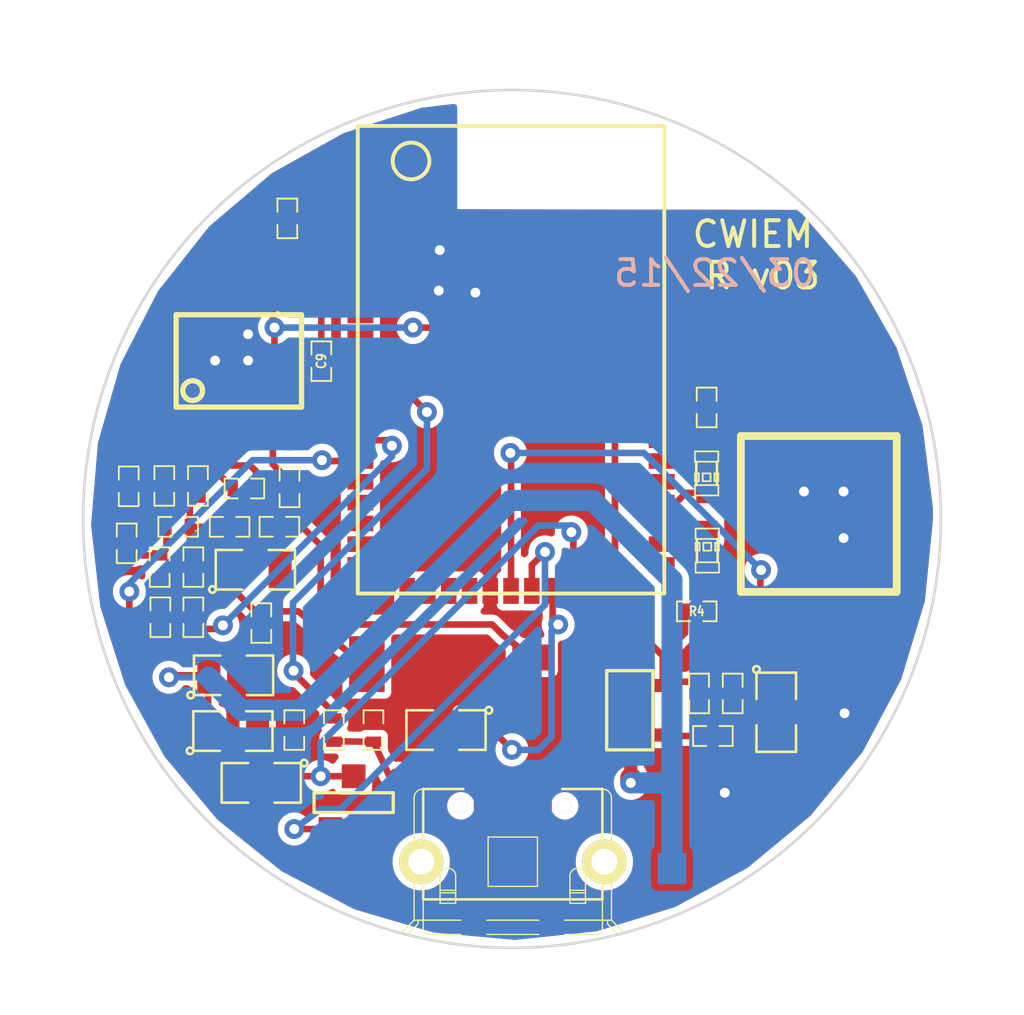
<source format=kicad_pcb>
(kicad_pcb (version 3) (host pcbnew "(2013-07-07 BZR 4022)-stable")

  (general
    (links 85)
    (no_connects 2)
    (area 178.4096 112.1029 217.830401 151.26462)
    (thickness 1.6)
    (drawings 8)
    (tracks 258)
    (zones 0)
    (modules 44)
    (nets 29)
  )

  (page A3)
  (layers
    (15 F.Cu signal)
    (0 B.Cu signal)
    (17 F.Adhes user)
    (19 F.Paste user)
    (20 B.SilkS user)
    (21 F.SilkS user)
    (22 B.Mask user)
    (23 F.Mask user)
    (26 Eco1.User user hide)
    (28 Edge.Cuts user)
  )

  (setup
    (last_trace_width 0.254)
    (user_trace_width 0.508)
    (user_trace_width 0.8128)
    (trace_clearance 0.254)
    (zone_clearance 0.254)
    (zone_45_only no)
    (trace_min 0.254)
    (segment_width 0.2)
    (edge_width 0.1)
    (via_size 0.762)
    (via_drill 0.381)
    (via_min_size 0.6858)
    (via_min_drill 0.3302)
    (uvia_size 0.508)
    (uvia_drill 0.127)
    (uvias_allowed no)
    (uvia_min_size 0.508)
    (uvia_min_drill 0.127)
    (pcb_text_width 0.3)
    (pcb_text_size 1.5 1.5)
    (mod_edge_width 0.15)
    (mod_text_size 1 1)
    (mod_text_width 0.15)
    (pad_size 2.54 2.54)
    (pad_drill 1.778)
    (pad_to_mask_clearance 0.0508)
    (solder_mask_min_width 0.0508)
    (aux_axis_origin 0 0)
    (visible_elements 7FFFFFFF)
    (pcbplotparams
      (layerselection 284196865)
      (usegerberextensions true)
      (excludeedgelayer false)
      (linewidth 0.150000)
      (plotframeref false)
      (viasonmask false)
      (mode 1)
      (useauxorigin false)
      (hpglpennumber 1)
      (hpglpenspeed 20)
      (hpglpendiameter 15)
      (hpglpenoverlay 2)
      (psnegative false)
      (psa4output false)
      (plotreference false)
      (plotvalue false)
      (plotothertext false)
      (plotinvisibletext false)
      (padsonsilk false)
      (subtractmaskfromsilk false)
      (outputformat 1)
      (mirror false)
      (drillshape 0)
      (scaleselection 1)
      (outputdirectory C:/Users/lifesatrip/Documents/TortoiseSVN/Wireless_IEMs/project001/trunk/v03_R/Gerbers/CWIEM_PCB_R_v03/))
  )

  (net 0 "")
  (net 1 3.3V)
  (net 2 5V_USB)
  (net 3 AIO_1)
  (net 4 CHG_EXT)
  (net 5 GND)
  (net 6 N-0000031)
  (net 7 N-0000032)
  (net 8 N-0000046)
  (net 9 N-0000047)
  (net 10 N-0000048)
  (net 11 N-0000049)
  (net 12 N-0000050)
  (net 13 N-0000051)
  (net 14 N-0000052)
  (net 15 N-0000053)
  (net 16 N-0000054)
  (net 17 N-0000058)
  (net 18 N-0000059)
  (net 19 N-000006)
  (net 20 N-0000060)
  (net 21 N-0000068)
  (net 22 N-0000069)
  (net 23 N-000007)
  (net 24 SPKR_RN)
  (net 25 SPKR_RP)
  (net 26 VBAT)
  (net 27 VBAT_SENSE)
  (net 28 VREGEN)

  (net_class Default "This is the default net class."
    (clearance 0.254)
    (trace_width 0.254)
    (via_dia 0.762)
    (via_drill 0.381)
    (uvia_dia 0.508)
    (uvia_drill 0.127)
    (add_net "")
    (add_net 3.3V)
    (add_net 5V_USB)
    (add_net AIO_1)
    (add_net CHG_EXT)
    (add_net GND)
    (add_net N-0000031)
    (add_net N-0000032)
    (add_net N-0000046)
    (add_net N-0000047)
    (add_net N-0000048)
    (add_net N-0000049)
    (add_net N-0000050)
    (add_net N-0000051)
    (add_net N-0000052)
    (add_net N-0000053)
    (add_net N-0000054)
    (add_net N-0000058)
    (add_net N-0000059)
    (add_net N-000006)
    (add_net N-0000060)
    (add_net N-0000068)
    (add_net N-0000069)
    (add_net N-000007)
    (add_net SPKR_RN)
    (add_net SPKR_RP)
    (add_net VBAT)
    (add_net VBAT_SENSE)
    (add_net VREGEN)
  )

  (module wbfk_pad (layer F.Cu) (tedit 54C83B82) (tstamp 54EE94AE)
    (at 198.882 137.414 90)
    (path /541DFCDC/541E07C4)
    (fp_text reference P7 (at 0.05 -1.7 90) (layer F.SilkS) hide
      (effects (font (size 1 1) (thickness 0.15)))
    )
    (fp_text value CONN_1 (at 0 1.9 90) (layer F.SilkS) hide
      (effects (font (size 1 1) (thickness 0.15)))
    )
    (pad 1 smd rect (at 0 0 90) (size 1 1.5)
      (layers F.Cu F.Paste F.Mask)
      (net 17 N-0000058)
      (solder_mask_margin 0.05)
      (clearance 0.05)
    )
  )

  (module wbfk_pad (layer F.Cu) (tedit 54C83B82) (tstamp 54EE94B3)
    (at 198.882 139.192 90)
    (path /541DFCDC/541E0799)
    (fp_text reference P8 (at 0.05 -1.7 90) (layer F.SilkS) hide
      (effects (font (size 1 1) (thickness 0.15)))
    )
    (fp_text value CONN_1 (at 0 1.9 90) (layer F.SilkS) hide
      (effects (font (size 1 1) (thickness 0.15)))
    )
    (pad 1 smd rect (at 0 0 90) (size 1 1.5)
      (layers F.Cu F.Paste F.Mask)
      (net 5 GND)
      (solder_mask_margin 0.05)
      (clearance 0.05)
    )
  )

  (module TSSOP14 (layer F.Cu) (tedit 54F11C4E) (tstamp 54EFF1E1)
    (at 187.6044 125.9967)
    (path /541DFCDC/541DFDAD)
    (attr smd)
    (fp_text reference U2 (at 0 -0.762) (layer F.SilkS) hide
      (effects (font (size 0.762 0.635) (thickness 0.15875)))
    )
    (fp_text value TI_TPA6138A2 (at 0 0.508) (layer F.SilkS) hide
      (effects (font (size 0.762 0.762) (thickness 0.16002)))
    )
    (fp_line (start -2.413 -1.778) (end 2.413 -1.778) (layer F.SilkS) (width 0.2032))
    (fp_line (start 2.413 -1.778) (end 2.413 1.778) (layer F.SilkS) (width 0.2032))
    (fp_line (start 2.413 1.778) (end -2.413 1.778) (layer F.SilkS) (width 0.2032))
    (fp_line (start -2.413 1.778) (end -2.413 -1.778) (layer F.SilkS) (width 0.2032))
    (fp_circle (center -1.778 1.143) (end -2.159 1.143) (layer F.SilkS) (width 0.2032))
    (pad 1 smd rect (at -1.9304 2.794) (size 0.29972 1.30048)
      (layers F.Cu F.Paste F.Mask)
      (net 11 N-0000049)
    )
    (pad 2 smd rect (at -1.2954 2.794) (size 0.29972 1.30048)
      (layers F.Cu F.Paste F.Mask)
      (net 18 N-0000059)
    )
    (pad 3 smd rect (at -0.635 2.794) (size 0.29972 1.30048)
      (layers F.Cu F.Paste F.Mask)
      (net 20 N-0000060)
    )
    (pad 4 smd rect (at 0 2.794) (size 0.29972 1.30048)
      (layers F.Cu F.Paste F.Mask)
      (net 5 GND)
    )
    (pad 5 smd rect (at 0.6604 2.794) (size 0.29972 1.30048)
      (layers F.Cu F.Paste F.Mask)
      (net 1 3.3V)
    )
    (pad 6 smd rect (at 1.3081 2.794) (size 0.29972 1.30048)
      (layers F.Cu F.Paste F.Mask)
      (net 16 N-0000054)
    )
    (pad 7 smd rect (at 1.9558 2.794) (size 0.29972 1.30048)
      (layers F.Cu F.Paste F.Mask)
      (net 15 N-0000053)
    )
    (pad 8 smd rect (at 1.9558 -2.794) (size 0.29972 1.30048)
      (layers F.Cu F.Paste F.Mask)
      (net 14 N-0000052)
    )
    (pad 9 smd rect (at 1.3081 -2.794) (size 0.29972 1.30048)
      (layers F.Cu F.Paste F.Mask)
      (net 1 3.3V)
    )
    (pad 10 smd rect (at 0.6604 -2.794) (size 0.29972 1.30048)
      (layers F.Cu F.Paste F.Mask)
      (net 5 GND)
    )
    (pad 11 smd rect (at 0 -2.794) (size 0.29972 1.30048)
      (layers F.Cu F.Paste F.Mask)
    )
    (pad 12 smd rect (at -0.6477 -2.794) (size 0.29972 1.30048)
      (layers F.Cu F.Paste F.Mask)
    )
    (pad 13 smd rect (at -1.2954 -2.794) (size 0.29972 1.30048)
      (layers F.Cu F.Paste F.Mask)
    )
    (pad 14 smd rect (at -1.9431 -2.794) (size 0.29972 1.30048)
      (layers F.Cu F.Paste F.Mask)
    )
    (model smd\smd_dil\tssop-14.wrl
      (at (xyz 0 0 0))
      (scale (xyz 1 1 1))
      (rotate (xyz 0 0 0))
    )
  )

  (module SW_PUSH_SMD (layer F.Cu) (tedit 54F11C2A) (tstamp 54EE94D6)
    (at 209.931 131.8895 90)
    (path /5439AC23/54BBDE2C)
    (fp_text reference SW1 (at -0.05 -3.95 90) (layer F.SilkS) hide
      (effects (font (size 0.762 0.762) (thickness 0.127)))
    )
    (fp_text value SW_PUSH_SMALL (at 0 3.85 90) (layer F.SilkS) hide
      (effects (font (size 0.762 0.762) (thickness 0.127)))
    )
    (fp_line (start -2.99974 -2.99974) (end 2.99974 -2.99974) (layer F.SilkS) (width 0.29972))
    (fp_line (start 2.99974 -2.99974) (end 2.99974 2.99974) (layer F.SilkS) (width 0.29972))
    (fp_line (start 2.99974 2.99974) (end -2.99974 2.99974) (layer F.SilkS) (width 0.29972))
    (fp_line (start -2.99974 2.99974) (end -2.99974 -2.99974) (layer F.SilkS) (width 0.29972))
    (pad 1 smd rect (at -3.99796 -2.2479 90) (size 1.5494 1.2954)
      (layers F.Cu F.Paste F.Mask)
      (net 28 VREGEN)
    )
    (pad 1 smd rect (at 3.99796 -2.2479 90) (size 1.5494 1.2954)
      (layers F.Cu F.Paste F.Mask)
      (net 28 VREGEN)
    )
    (pad 2 smd rect (at 3.99796 2.2479 90) (size 1.5494 1.2954)
      (layers F.Cu F.Paste F.Mask)
      (net 1 3.3V)
    )
    (pad 2 smd rect (at -3.99796 2.2479 90) (size 1.5494 1.2954)
      (layers F.Cu F.Paste F.Mask)
      (net 1 3.3V)
    )
  )

  (module SOT23EBC (layer F.Cu) (tedit 54F11BA3) (tstamp 54EE94E1)
    (at 192.024 143.002 180)
    (descr "Module CMS SOT23 Transistore EBC")
    (tags "CMS SOT")
    (path /5439AC23/5439B513)
    (attr smd)
    (fp_text reference Q3 (at 0 -2.413 180) (layer F.SilkS) hide
      (effects (font (size 0.762 0.762) (thickness 0.1905)))
    )
    (fp_text value PNP (at 0 0 180) (layer F.SilkS) hide
      (effects (font (size 0.762 0.762) (thickness 0.2032)))
    )
    (fp_line (start -1.524 -0.381) (end 1.524 -0.381) (layer F.SilkS) (width 0.127))
    (fp_line (start 1.524 -0.381) (end 1.524 0.381) (layer F.SilkS) (width 0.127))
    (fp_line (start 1.524 0.381) (end -1.524 0.381) (layer F.SilkS) (width 0.127))
    (fp_line (start -1.524 0.381) (end -1.524 -0.381) (layer F.SilkS) (width 0.127))
    (pad 1 smd rect (at -0.889 -1.016 180) (size 0.9144 0.9144)
      (layers F.Cu F.Paste F.Mask)
      (net 2 5V_USB)
    )
    (pad 2 smd rect (at 0.889 -1.016 180) (size 0.9144 0.9144)
      (layers F.Cu F.Paste F.Mask)
      (net 4 CHG_EXT)
    )
    (pad 3 smd rect (at 0 1.016 180) (size 0.9144 0.9144)
      (layers F.Cu F.Paste F.Mask)
      (net 27 VBAT_SENSE)
    )
    (model smd/cms_sot23.wrl
      (at (xyz 0 0 0))
      (scale (xyz 0.13 0.15 0.15))
      (rotate (xyz 0 0 0))
    )
  )

  (module SOT23-5 (layer F.Cu) (tedit 54F11BD1) (tstamp 54EE94EE)
    (at 202.6539 139.446 270)
    (path /5439AC23/54C1BF04)
    (attr smd)
    (fp_text reference U3 (at 2.19964 -0.29972 360) (layer F.SilkS) hide
      (effects (font (size 0.635 0.635) (thickness 0.127)))
    )
    (fp_text value TPS73601DBVR (at 0 0 270) (layer F.SilkS) hide
      (effects (font (size 0.635 0.635) (thickness 0.127)))
    )
    (fp_line (start 1.524 -0.889) (end 1.524 0.889) (layer F.SilkS) (width 0.127))
    (fp_line (start 1.524 0.889) (end -1.524 0.889) (layer F.SilkS) (width 0.127))
    (fp_line (start -1.524 0.889) (end -1.524 -0.889) (layer F.SilkS) (width 0.127))
    (fp_line (start -1.524 -0.889) (end 1.524 -0.889) (layer F.SilkS) (width 0.127))
    (pad 1 smd rect (at -0.9525 1.27 270) (size 0.508 0.762)
      (layers F.Cu F.Paste F.Mask)
      (net 26 VBAT)
    )
    (pad 3 smd rect (at 0.9525 1.27 270) (size 0.508 0.762)
      (layers F.Cu F.Paste F.Mask)
      (net 26 VBAT)
    )
    (pad 5 smd rect (at -0.9525 -1.27 270) (size 0.508 0.762)
      (layers F.Cu F.Paste F.Mask)
      (net 1 3.3V)
    )
    (pad 2 smd rect (at 0 1.27 270) (size 0.508 0.762)
      (layers F.Cu F.Paste F.Mask)
      (net 5 GND)
    )
    (pad 4 smd rect (at 0.9525 -1.27 270) (size 0.508 0.762)
      (layers F.Cu F.Paste F.Mask)
      (net 22 N-0000069)
    )
    (model smd/SOT23_5.wrl
      (at (xyz 0 0 0))
      (scale (xyz 0.1 0.1 0.1))
      (rotate (xyz 0 0 0))
    )
  )

  (module SM0805 (layer F.Cu) (tedit 54F11BDF) (tstamp 54EE94FB)
    (at 195.58 140.208 180)
    (path /541E1030/541E14EC)
    (attr smd)
    (fp_text reference C18 (at 0 -0.3175 180) (layer F.SilkS) hide
      (effects (font (size 0.50038 0.50038) (thickness 0.10922)))
    )
    (fp_text value 10uF (at 0 0.381 180) (layer F.SilkS) hide
      (effects (font (size 0.50038 0.50038) (thickness 0.10922)))
    )
    (fp_circle (center -1.651 0.762) (end -1.651 0.635) (layer F.SilkS) (width 0.09906))
    (fp_line (start -0.508 0.762) (end -1.524 0.762) (layer F.SilkS) (width 0.09906))
    (fp_line (start -1.524 0.762) (end -1.524 -0.762) (layer F.SilkS) (width 0.09906))
    (fp_line (start -1.524 -0.762) (end -0.508 -0.762) (layer F.SilkS) (width 0.09906))
    (fp_line (start 0.508 -0.762) (end 1.524 -0.762) (layer F.SilkS) (width 0.09906))
    (fp_line (start 1.524 -0.762) (end 1.524 0.762) (layer F.SilkS) (width 0.09906))
    (fp_line (start 1.524 0.762) (end 0.508 0.762) (layer F.SilkS) (width 0.09906))
    (pad 1 smd rect (at -0.9525 0 180) (size 0.889 1.397)
      (layers F.Cu F.Paste F.Mask)
      (net 2 5V_USB)
    )
    (pad 2 smd rect (at 0.9525 0 180) (size 0.889 1.397)
      (layers F.Cu F.Paste F.Mask)
      (net 5 GND)
    )
    (model smd/chip_cms.wrl
      (at (xyz 0 0 0))
      (scale (xyz 0.1 0.1 0.1))
      (rotate (xyz 0 0 0))
    )
  )

  (module SM0805 (layer F.Cu) (tedit 54F11B4D) (tstamp 54EE9508)
    (at 188.2394 134.0358)
    (path /541DFCDC/541E07D0)
    (attr smd)
    (fp_text reference R18 (at 0 -0.3175) (layer F.SilkS) hide
      (effects (font (size 0.50038 0.50038) (thickness 0.10922)))
    )
    (fp_text value 20 (at 0 0.381) (layer F.SilkS) hide
      (effects (font (size 0.50038 0.50038) (thickness 0.10922)))
    )
    (fp_circle (center -1.651 0.762) (end -1.651 0.635) (layer F.SilkS) (width 0.09906))
    (fp_line (start -0.508 0.762) (end -1.524 0.762) (layer F.SilkS) (width 0.09906))
    (fp_line (start -1.524 0.762) (end -1.524 -0.762) (layer F.SilkS) (width 0.09906))
    (fp_line (start -1.524 -0.762) (end -0.508 -0.762) (layer F.SilkS) (width 0.09906))
    (fp_line (start 0.508 -0.762) (end 1.524 -0.762) (layer F.SilkS) (width 0.09906))
    (fp_line (start 1.524 -0.762) (end 1.524 0.762) (layer F.SilkS) (width 0.09906))
    (fp_line (start 1.524 0.762) (end 0.508 0.762) (layer F.SilkS) (width 0.09906))
    (pad 1 smd rect (at -0.9525 0) (size 0.889 1.397)
      (layers F.Cu F.Paste F.Mask)
      (net 12 N-0000050)
    )
    (pad 2 smd rect (at 0.9525 0) (size 0.889 1.397)
      (layers F.Cu F.Paste F.Mask)
      (net 20 N-0000060)
    )
    (model smd/chip_cms.wrl
      (at (xyz 0 0 0))
      (scale (xyz 0.1 0.1 0.1))
      (rotate (xyz 0 0 0))
    )
  )

  (module SM0805 (layer F.Cu) (tedit 550F480E) (tstamp 54EE9515)
    (at 188.468 142.24 180)
    (path /5439AC23/5439B533)
    (attr smd)
    (fp_text reference R28 (at 0 -0.3175 180) (layer F.SilkS) hide
      (effects (font (size 0.50038 0.50038) (thickness 0.10922)))
    )
    (fp_text value 2 (at 0.0127 0.3937 180) (layer F.SilkS) hide
      (effects (font (size 0.50038 0.50038) (thickness 0.10922)))
    )
    (fp_circle (center -1.651 0.762) (end -1.651 0.635) (layer F.SilkS) (width 0.09906))
    (fp_line (start -0.508 0.762) (end -1.524 0.762) (layer F.SilkS) (width 0.09906))
    (fp_line (start -1.524 0.762) (end -1.524 -0.762) (layer F.SilkS) (width 0.09906))
    (fp_line (start -1.524 -0.762) (end -0.508 -0.762) (layer F.SilkS) (width 0.09906))
    (fp_line (start 0.508 -0.762) (end 1.524 -0.762) (layer F.SilkS) (width 0.09906))
    (fp_line (start 1.524 -0.762) (end 1.524 0.762) (layer F.SilkS) (width 0.09906))
    (fp_line (start 1.524 0.762) (end 0.508 0.762) (layer F.SilkS) (width 0.09906))
    (pad 1 smd rect (at -0.9525 0 180) (size 0.889 1.397)
      (layers F.Cu F.Paste F.Mask)
      (net 27 VBAT_SENSE)
    )
    (pad 2 smd rect (at 0.9525 0 180) (size 0.889 1.397)
      (layers F.Cu F.Paste F.Mask)
      (net 26 VBAT)
    )
    (model smd/chip_cms.wrl
      (at (xyz 0 0 0))
      (scale (xyz 0.1 0.1 0.1))
      (rotate (xyz 0 0 0))
    )
  )

  (module SM0805 (layer F.Cu) (tedit 54F11B7A) (tstamp 54EE9522)
    (at 187.3758 140.2461)
    (path /5439AC23/5439B539)
    (attr smd)
    (fp_text reference R29 (at 0 -0.3175) (layer F.SilkS) hide
      (effects (font (size 0.50038 0.50038) (thickness 0.10922)))
    )
    (fp_text value 0.15 (at 0 0.381) (layer F.SilkS) hide
      (effects (font (size 0.50038 0.50038) (thickness 0.10922)))
    )
    (fp_circle (center -1.651 0.762) (end -1.651 0.635) (layer F.SilkS) (width 0.09906))
    (fp_line (start -0.508 0.762) (end -1.524 0.762) (layer F.SilkS) (width 0.09906))
    (fp_line (start -1.524 0.762) (end -1.524 -0.762) (layer F.SilkS) (width 0.09906))
    (fp_line (start -1.524 -0.762) (end -0.508 -0.762) (layer F.SilkS) (width 0.09906))
    (fp_line (start 0.508 -0.762) (end 1.524 -0.762) (layer F.SilkS) (width 0.09906))
    (fp_line (start 1.524 -0.762) (end 1.524 0.762) (layer F.SilkS) (width 0.09906))
    (fp_line (start 1.524 0.762) (end 0.508 0.762) (layer F.SilkS) (width 0.09906))
    (pad 1 smd rect (at -0.9525 0) (size 0.889 1.397)
      (layers F.Cu F.Paste F.Mask)
      (net 26 VBAT)
    )
    (pad 2 smd rect (at 0.9525 0) (size 0.889 1.397)
      (layers F.Cu F.Paste F.Mask)
      (net 21 N-0000068)
    )
    (model smd/chip_cms.wrl
      (at (xyz 0 0 0))
      (scale (xyz 0.1 0.1 0.1))
      (rotate (xyz 0 0 0))
    )
  )

  (module SM0805 (layer F.Cu) (tedit 54F11B6C) (tstamp 54EE952F)
    (at 187.4012 138.0998)
    (path /5439AC23/54C1C196)
    (attr smd)
    (fp_text reference C1 (at 0 -0.3175) (layer F.SilkS) hide
      (effects (font (size 0.50038 0.50038) (thickness 0.10922)))
    )
    (fp_text value 10uF (at 0 0.381) (layer F.SilkS) hide
      (effects (font (size 0.50038 0.50038) (thickness 0.10922)))
    )
    (fp_circle (center -1.651 0.762) (end -1.651 0.635) (layer F.SilkS) (width 0.09906))
    (fp_line (start -0.508 0.762) (end -1.524 0.762) (layer F.SilkS) (width 0.09906))
    (fp_line (start -1.524 0.762) (end -1.524 -0.762) (layer F.SilkS) (width 0.09906))
    (fp_line (start -1.524 -0.762) (end -0.508 -0.762) (layer F.SilkS) (width 0.09906))
    (fp_line (start 0.508 -0.762) (end 1.524 -0.762) (layer F.SilkS) (width 0.09906))
    (fp_line (start 1.524 -0.762) (end 1.524 0.762) (layer F.SilkS) (width 0.09906))
    (fp_line (start 1.524 0.762) (end 0.508 0.762) (layer F.SilkS) (width 0.09906))
    (pad 1 smd rect (at -0.9525 0) (size 0.889 1.397)
      (layers F.Cu F.Paste F.Mask)
      (net 26 VBAT)
    )
    (pad 2 smd rect (at 0.9525 0) (size 0.889 1.397)
      (layers F.Cu F.Paste F.Mask)
      (net 5 GND)
    )
    (model smd/chip_cms.wrl
      (at (xyz 0 0 0))
      (scale (xyz 0.1 0.1 0.1))
      (rotate (xyz 0 0 0))
    )
  )

  (module SM0805 (layer F.Cu) (tedit 54F11C04) (tstamp 54EE953C)
    (at 208.2927 139.5222 270)
    (path /5439AC23/54C1C312)
    (attr smd)
    (fp_text reference C3 (at 0 -0.3175 270) (layer F.SilkS) hide
      (effects (font (size 0.50038 0.50038) (thickness 0.10922)))
    )
    (fp_text value 10uF (at 0 0.381 270) (layer F.SilkS) hide
      (effects (font (size 0.50038 0.50038) (thickness 0.10922)))
    )
    (fp_circle (center -1.651 0.762) (end -1.651 0.635) (layer F.SilkS) (width 0.09906))
    (fp_line (start -0.508 0.762) (end -1.524 0.762) (layer F.SilkS) (width 0.09906))
    (fp_line (start -1.524 0.762) (end -1.524 -0.762) (layer F.SilkS) (width 0.09906))
    (fp_line (start -1.524 -0.762) (end -0.508 -0.762) (layer F.SilkS) (width 0.09906))
    (fp_line (start 0.508 -0.762) (end 1.524 -0.762) (layer F.SilkS) (width 0.09906))
    (fp_line (start 1.524 -0.762) (end 1.524 0.762) (layer F.SilkS) (width 0.09906))
    (fp_line (start 1.524 0.762) (end 0.508 0.762) (layer F.SilkS) (width 0.09906))
    (pad 1 smd rect (at -0.9525 0 270) (size 0.889 1.397)
      (layers F.Cu F.Paste F.Mask)
      (net 1 3.3V)
    )
    (pad 2 smd rect (at 0.9525 0 270) (size 0.889 1.397)
      (layers F.Cu F.Paste F.Mask)
      (net 5 GND)
    )
    (model smd/chip_cms.wrl
      (at (xyz 0 0 0))
      (scale (xyz 0.1 0.1 0.1))
      (rotate (xyz 0 0 0))
    )
  )

  (module SM0402_r (layer F.Cu) (tedit 54F11B43) (tstamp 54EE9548)
    (at 185.8518 133.9342 270)
    (path /541DFCDC/541E06CC)
    (attr smd)
    (fp_text reference R15 (at 0 0 270) (layer F.SilkS) hide
      (effects (font (size 0.35052 0.3048) (thickness 0.07112)))
    )
    (fp_text value 15k (at 0.09906 0 270) (layer F.SilkS) hide
      (effects (font (size 0.35052 0.3048) (thickness 0.07112)))
    )
    (fp_line (start -0.254 -0.381) (end -0.762 -0.381) (layer F.SilkS) (width 0.07112))
    (fp_line (start -0.762 -0.381) (end -0.762 0.381) (layer F.SilkS) (width 0.07112))
    (fp_line (start -0.762 0.381) (end -0.254 0.381) (layer F.SilkS) (width 0.07112))
    (fp_line (start 0.254 -0.381) (end 0.762 -0.381) (layer F.SilkS) (width 0.07112))
    (fp_line (start 0.762 -0.381) (end 0.762 0.381) (layer F.SilkS) (width 0.07112))
    (fp_line (start 0.762 0.381) (end 0.254 0.381) (layer F.SilkS) (width 0.07112))
    (pad 1 smd rect (at -0.44958 0 270) (size 0.39878 0.59944)
      (layers F.Cu F.Paste F.Mask)
      (net 13 N-0000051)
    )
    (pad 2 smd rect (at 0.44958 0 270) (size 0.39878 0.59944)
      (layers F.Cu F.Paste F.Mask)
      (net 10 N-0000048)
    )
    (model smd/resistors/R0402.wrl
      (at (xyz 0 0 0))
      (scale (xyz 0.27 0.27 0.27))
      (rotate (xyz 0 0 0))
    )
  )

  (module SM0402_r (layer F.Cu) (tedit 54F11B3D) (tstamp 54EE9554)
    (at 184.5564 133.9342 270)
    (path /541DFCDC/541E06D2)
    (attr smd)
    (fp_text reference R13 (at 0 0 270) (layer F.SilkS) hide
      (effects (font (size 0.35052 0.3048) (thickness 0.07112)))
    )
    (fp_text value 15k (at 0.09906 0 270) (layer F.SilkS) hide
      (effects (font (size 0.35052 0.3048) (thickness 0.07112)))
    )
    (fp_line (start -0.254 -0.381) (end -0.762 -0.381) (layer F.SilkS) (width 0.07112))
    (fp_line (start -0.762 -0.381) (end -0.762 0.381) (layer F.SilkS) (width 0.07112))
    (fp_line (start -0.762 0.381) (end -0.254 0.381) (layer F.SilkS) (width 0.07112))
    (fp_line (start 0.254 -0.381) (end 0.762 -0.381) (layer F.SilkS) (width 0.07112))
    (fp_line (start 0.762 -0.381) (end 0.762 0.381) (layer F.SilkS) (width 0.07112))
    (fp_line (start 0.762 0.381) (end 0.254 0.381) (layer F.SilkS) (width 0.07112))
    (pad 1 smd rect (at -0.44958 0 270) (size 0.39878 0.59944)
      (layers F.Cu F.Paste F.Mask)
      (net 8 N-0000046)
    )
    (pad 2 smd rect (at 0.44958 0 270) (size 0.39878 0.59944)
      (layers F.Cu F.Paste F.Mask)
      (net 9 N-0000047)
    )
    (model smd/resistors/R0402.wrl
      (at (xyz 0 0 0))
      (scale (xyz 0.27 0.27 0.27))
      (rotate (xyz 0 0 0))
    )
  )

  (module SM0402_r (layer F.Cu) (tedit 54F11BF2) (tstamp 54EE9560)
    (at 205.3209 138.7983 270)
    (path /5439AC23/54C1BFD4)
    (attr smd)
    (fp_text reference R1 (at 0 0 270) (layer F.SilkS) hide
      (effects (font (size 0.35052 0.3048) (thickness 0.07112)))
    )
    (fp_text value 52.3k (at 0.09906 0 270) (layer F.SilkS) hide
      (effects (font (size 0.35052 0.3048) (thickness 0.07112)))
    )
    (fp_line (start -0.254 -0.381) (end -0.762 -0.381) (layer F.SilkS) (width 0.07112))
    (fp_line (start -0.762 -0.381) (end -0.762 0.381) (layer F.SilkS) (width 0.07112))
    (fp_line (start -0.762 0.381) (end -0.254 0.381) (layer F.SilkS) (width 0.07112))
    (fp_line (start 0.254 -0.381) (end 0.762 -0.381) (layer F.SilkS) (width 0.07112))
    (fp_line (start 0.762 -0.381) (end 0.762 0.381) (layer F.SilkS) (width 0.07112))
    (fp_line (start 0.762 0.381) (end 0.254 0.381) (layer F.SilkS) (width 0.07112))
    (pad 1 smd rect (at -0.44958 0 270) (size 0.39878 0.59944)
      (layers F.Cu F.Paste F.Mask)
      (net 1 3.3V)
    )
    (pad 2 smd rect (at 0.44958 0 270) (size 0.39878 0.59944)
      (layers F.Cu F.Paste F.Mask)
      (net 22 N-0000069)
    )
    (model smd/resistors/R0402.wrl
      (at (xyz 0 0 0))
      (scale (xyz 0.27 0.27 0.27))
      (rotate (xyz 0 0 0))
    )
  )

  (module SM0402_r (layer F.Cu) (tedit 54F11B0C) (tstamp 54EE956C)
    (at 186.0296 130.81 270)
    (path /541DFCDC/541E06AD)
    (attr smd)
    (fp_text reference R16 (at 0 0 270) (layer F.SilkS) hide
      (effects (font (size 0.35052 0.3048) (thickness 0.07112)))
    )
    (fp_text value 43k (at 0.09906 0 270) (layer F.SilkS) hide
      (effects (font (size 0.35052 0.3048) (thickness 0.07112)))
    )
    (fp_line (start -0.254 -0.381) (end -0.762 -0.381) (layer F.SilkS) (width 0.07112))
    (fp_line (start -0.762 -0.381) (end -0.762 0.381) (layer F.SilkS) (width 0.07112))
    (fp_line (start -0.762 0.381) (end -0.254 0.381) (layer F.SilkS) (width 0.07112))
    (fp_line (start 0.254 -0.381) (end 0.762 -0.381) (layer F.SilkS) (width 0.07112))
    (fp_line (start 0.762 -0.381) (end 0.762 0.381) (layer F.SilkS) (width 0.07112))
    (fp_line (start 0.762 0.381) (end 0.254 0.381) (layer F.SilkS) (width 0.07112))
    (pad 1 smd rect (at -0.44958 0 270) (size 0.39878 0.59944)
      (layers F.Cu F.Paste F.Mask)
      (net 18 N-0000059)
    )
    (pad 2 smd rect (at 0.44958 0 270) (size 0.39878 0.59944)
      (layers F.Cu F.Paste F.Mask)
      (net 13 N-0000051)
    )
    (model smd/resistors/R0402.wrl
      (at (xyz 0 0 0))
      (scale (xyz 0.27 0.27 0.27))
      (rotate (xyz 0 0 0))
    )
  )

  (module SM0402_r (layer F.Cu) (tedit 54F11B36) (tstamp 54EE9578)
    (at 183.2864 133.0198 270)
    (path /541DFCDC/541E06E7)
    (attr smd)
    (fp_text reference R12 (at 0 0 270) (layer F.SilkS) hide
      (effects (font (size 0.35052 0.3048) (thickness 0.07112)))
    )
    (fp_text value 30.1k (at 0.09906 0 270) (layer F.SilkS) hide
      (effects (font (size 0.35052 0.3048) (thickness 0.07112)))
    )
    (fp_line (start -0.254 -0.381) (end -0.762 -0.381) (layer F.SilkS) (width 0.07112))
    (fp_line (start -0.762 -0.381) (end -0.762 0.381) (layer F.SilkS) (width 0.07112))
    (fp_line (start -0.762 0.381) (end -0.254 0.381) (layer F.SilkS) (width 0.07112))
    (fp_line (start 0.254 -0.381) (end 0.762 -0.381) (layer F.SilkS) (width 0.07112))
    (fp_line (start 0.762 -0.381) (end 0.762 0.381) (layer F.SilkS) (width 0.07112))
    (fp_line (start 0.762 0.381) (end 0.254 0.381) (layer F.SilkS) (width 0.07112))
    (pad 1 smd rect (at -0.44958 0 270) (size 0.39878 0.59944)
      (layers F.Cu F.Paste F.Mask)
      (net 5 GND)
    )
    (pad 2 smd rect (at 0.44958 0 270) (size 0.39878 0.59944)
      (layers F.Cu F.Paste F.Mask)
      (net 8 N-0000046)
    )
    (model smd/resistors/R0402.wrl
      (at (xyz 0 0 0))
      (scale (xyz 0.27 0.27 0.27))
      (rotate (xyz 0 0 0))
    )
  )

  (module SM0402_r (layer F.Cu) (tedit 54F11B88) (tstamp 54EE9584)
    (at 191.262 140.208 270)
    (path /5439AC23/5439FA35)
    (attr smd)
    (fp_text reference R27 (at 0 0 270) (layer F.SilkS) hide
      (effects (font (size 0.35052 0.3048) (thickness 0.07112)))
    )
    (fp_text value 10k (at 0.09906 0 270) (layer F.SilkS) hide
      (effects (font (size 0.35052 0.3048) (thickness 0.07112)))
    )
    (fp_line (start -0.254 -0.381) (end -0.762 -0.381) (layer F.SilkS) (width 0.07112))
    (fp_line (start -0.762 -0.381) (end -0.762 0.381) (layer F.SilkS) (width 0.07112))
    (fp_line (start -0.762 0.381) (end -0.254 0.381) (layer F.SilkS) (width 0.07112))
    (fp_line (start 0.254 -0.381) (end 0.762 -0.381) (layer F.SilkS) (width 0.07112))
    (fp_line (start 0.762 -0.381) (end 0.762 0.381) (layer F.SilkS) (width 0.07112))
    (fp_line (start 0.762 0.381) (end 0.254 0.381) (layer F.SilkS) (width 0.07112))
    (pad 1 smd rect (at -0.44958 0 270) (size 0.39878 0.59944)
      (layers F.Cu F.Paste F.Mask)
      (net 3 AIO_1)
    )
    (pad 2 smd rect (at 0.44958 0 270) (size 0.39878 0.59944)
      (layers F.Cu F.Paste F.Mask)
      (net 2 5V_USB)
    )
    (model smd/resistors/R0402.wrl
      (at (xyz 0 0 0))
      (scale (xyz 0.27 0.27 0.27))
      (rotate (xyz 0 0 0))
    )
  )

  (module SM0402_r (layer F.Cu) (tedit 54F11BE6) (tstamp 54EE9590)
    (at 205.8543 140.4366)
    (path /5439AC23/54C1BFE1)
    (attr smd)
    (fp_text reference R2 (at 0 0) (layer F.SilkS) hide
      (effects (font (size 0.35052 0.3048) (thickness 0.07112)))
    )
    (fp_text value 30.1k (at 0.09906 0) (layer F.SilkS) hide
      (effects (font (size 0.35052 0.3048) (thickness 0.07112)))
    )
    (fp_line (start -0.254 -0.381) (end -0.762 -0.381) (layer F.SilkS) (width 0.07112))
    (fp_line (start -0.762 -0.381) (end -0.762 0.381) (layer F.SilkS) (width 0.07112))
    (fp_line (start -0.762 0.381) (end -0.254 0.381) (layer F.SilkS) (width 0.07112))
    (fp_line (start 0.254 -0.381) (end 0.762 -0.381) (layer F.SilkS) (width 0.07112))
    (fp_line (start 0.762 -0.381) (end 0.762 0.381) (layer F.SilkS) (width 0.07112))
    (fp_line (start 0.762 0.381) (end 0.254 0.381) (layer F.SilkS) (width 0.07112))
    (pad 1 smd rect (at -0.44958 0) (size 0.39878 0.59944)
      (layers F.Cu F.Paste F.Mask)
      (net 22 N-0000069)
    )
    (pad 2 smd rect (at 0.44958 0) (size 0.39878 0.59944)
      (layers F.Cu F.Paste F.Mask)
      (net 5 GND)
    )
    (model smd/resistors/R0402.wrl
      (at (xyz 0 0 0))
      (scale (xyz 0.27 0.27 0.27))
      (rotate (xyz 0 0 0))
    )
  )

  (module SM0402_r (layer F.Cu) (tedit 54F11AFA) (tstamp 54EE959C)
    (at 184.7342 130.81 270)
    (path /541DFCDC/541E06BA)
    (attr smd)
    (fp_text reference R14 (at 0 0 270) (layer F.SilkS) hide
      (effects (font (size 0.35052 0.3048) (thickness 0.07112)))
    )
    (fp_text value 43k (at 0.09906 0 270) (layer F.SilkS) hide
      (effects (font (size 0.35052 0.3048) (thickness 0.07112)))
    )
    (fp_line (start -0.254 -0.381) (end -0.762 -0.381) (layer F.SilkS) (width 0.07112))
    (fp_line (start -0.762 -0.381) (end -0.762 0.381) (layer F.SilkS) (width 0.07112))
    (fp_line (start -0.762 0.381) (end -0.254 0.381) (layer F.SilkS) (width 0.07112))
    (fp_line (start 0.254 -0.381) (end 0.762 -0.381) (layer F.SilkS) (width 0.07112))
    (fp_line (start 0.762 -0.381) (end 0.762 0.381) (layer F.SilkS) (width 0.07112))
    (fp_line (start 0.762 0.381) (end 0.254 0.381) (layer F.SilkS) (width 0.07112))
    (pad 1 smd rect (at -0.44958 0 270) (size 0.39878 0.59944)
      (layers F.Cu F.Paste F.Mask)
      (net 11 N-0000049)
    )
    (pad 2 smd rect (at 0.44958 0 270) (size 0.39878 0.59944)
      (layers F.Cu F.Paste F.Mask)
      (net 8 N-0000046)
    )
    (model smd/resistors/R0402.wrl
      (at (xyz 0 0 0))
      (scale (xyz 0.27 0.27 0.27))
      (rotate (xyz 0 0 0))
    )
  )

  (module SM0402_r (layer F.Cu) (tedit 5141C458) (tstamp 54EE95A8)
    (at 205.232 135.636 180)
    (path /5439FB1F)
    (attr smd)
    (fp_text reference R4 (at 0 0 180) (layer F.SilkS)
      (effects (font (size 0.35052 0.3048) (thickness 0.07112)))
    )
    (fp_text value 240 (at 0.09906 0 180) (layer F.SilkS) hide
      (effects (font (size 0.35052 0.3048) (thickness 0.07112)))
    )
    (fp_line (start -0.254 -0.381) (end -0.762 -0.381) (layer F.SilkS) (width 0.07112))
    (fp_line (start -0.762 -0.381) (end -0.762 0.381) (layer F.SilkS) (width 0.07112))
    (fp_line (start -0.762 0.381) (end -0.254 0.381) (layer F.SilkS) (width 0.07112))
    (fp_line (start 0.254 -0.381) (end 0.762 -0.381) (layer F.SilkS) (width 0.07112))
    (fp_line (start 0.762 -0.381) (end 0.762 0.381) (layer F.SilkS) (width 0.07112))
    (fp_line (start 0.762 0.381) (end 0.254 0.381) (layer F.SilkS) (width 0.07112))
    (pad 1 smd rect (at -0.44958 0 180) (size 0.39878 0.59944)
      (layers F.Cu F.Paste F.Mask)
      (net 7 N-0000032)
    )
    (pad 2 smd rect (at 0.44958 0 180) (size 0.39878 0.59944)
      (layers F.Cu F.Paste F.Mask)
      (net 1 3.3V)
    )
    (model smd/resistors/R0402.wrl
      (at (xyz 0 0 0))
      (scale (xyz 0.27 0.27 0.27))
      (rotate (xyz 0 0 0))
    )
  )

  (module SM0402_r (layer F.Cu) (tedit 54F11C23) (tstamp 54EE95B4)
    (at 205.613 127.7874 90)
    (path /5439FB19)
    (attr smd)
    (fp_text reference R3 (at 0 0 90) (layer F.SilkS) hide
      (effects (font (size 0.35052 0.3048) (thickness 0.07112)))
    )
    (fp_text value 240 (at 0.09906 0 90) (layer F.SilkS) hide
      (effects (font (size 0.35052 0.3048) (thickness 0.07112)))
    )
    (fp_line (start -0.254 -0.381) (end -0.762 -0.381) (layer F.SilkS) (width 0.07112))
    (fp_line (start -0.762 -0.381) (end -0.762 0.381) (layer F.SilkS) (width 0.07112))
    (fp_line (start -0.762 0.381) (end -0.254 0.381) (layer F.SilkS) (width 0.07112))
    (fp_line (start 0.254 -0.381) (end 0.762 -0.381) (layer F.SilkS) (width 0.07112))
    (fp_line (start 0.762 -0.381) (end 0.762 0.381) (layer F.SilkS) (width 0.07112))
    (fp_line (start 0.762 0.381) (end 0.254 0.381) (layer F.SilkS) (width 0.07112))
    (pad 1 smd rect (at -0.44958 0 90) (size 0.39878 0.59944)
      (layers F.Cu F.Paste F.Mask)
      (net 6 N-0000031)
    )
    (pad 2 smd rect (at 0.44958 0 90) (size 0.39878 0.59944)
      (layers F.Cu F.Paste F.Mask)
      (net 1 3.3V)
    )
    (model smd/resistors/R0402.wrl
      (at (xyz 0 0 0))
      (scale (xyz 0.27 0.27 0.27))
      (rotate (xyz 0 0 0))
    )
  )

  (module SM0402_r (layer F.Cu) (tedit 54F11B29) (tstamp 54EE95C0)
    (at 187.2488 132.3848 180)
    (path /541DFCDC/541E07D8)
    (attr smd)
    (fp_text reference R17 (at 0 0 180) (layer F.SilkS) hide
      (effects (font (size 0.35052 0.3048) (thickness 0.07112)))
    )
    (fp_text value 30.1k (at 0.09906 0 180) (layer F.SilkS) hide
      (effects (font (size 0.35052 0.3048) (thickness 0.07112)))
    )
    (fp_line (start -0.254 -0.381) (end -0.762 -0.381) (layer F.SilkS) (width 0.07112))
    (fp_line (start -0.762 -0.381) (end -0.762 0.381) (layer F.SilkS) (width 0.07112))
    (fp_line (start -0.762 0.381) (end -0.254 0.381) (layer F.SilkS) (width 0.07112))
    (fp_line (start 0.254 -0.381) (end 0.762 -0.381) (layer F.SilkS) (width 0.07112))
    (fp_line (start 0.762 -0.381) (end 0.762 0.381) (layer F.SilkS) (width 0.07112))
    (fp_line (start 0.762 0.381) (end 0.254 0.381) (layer F.SilkS) (width 0.07112))
    (pad 1 smd rect (at -0.44958 0 180) (size 0.39878 0.59944)
      (layers F.Cu F.Paste F.Mask)
      (net 20 N-0000060)
    )
    (pad 2 smd rect (at 0.44958 0 180) (size 0.39878 0.59944)
      (layers F.Cu F.Paste F.Mask)
      (net 13 N-0000051)
    )
    (model smd/resistors/R0402.wrl
      (at (xyz 0 0 0))
      (scale (xyz 0.27 0.27 0.27))
      (rotate (xyz 0 0 0))
    )
  )

  (module SM0402_c (layer F.Cu) (tedit 54F11B21) (tstamp 54EE95CC)
    (at 189.1665 132.38226)
    (path /541DFCDC/541E07CA)
    (attr smd)
    (fp_text reference C16 (at 0 0) (layer F.SilkS) hide
      (effects (font (size 0.35052 0.3048) (thickness 0.07112)))
    )
    (fp_text value 1.5uF (at 0.09906 0) (layer F.SilkS) hide
      (effects (font (size 0.35052 0.3048) (thickness 0.07112)))
    )
    (fp_line (start -0.254 -0.381) (end -0.762 -0.381) (layer F.SilkS) (width 0.07112))
    (fp_line (start -0.762 -0.381) (end -0.762 0.381) (layer F.SilkS) (width 0.07112))
    (fp_line (start -0.762 0.381) (end -0.254 0.381) (layer F.SilkS) (width 0.07112))
    (fp_line (start 0.254 -0.381) (end 0.762 -0.381) (layer F.SilkS) (width 0.07112))
    (fp_line (start 0.762 -0.381) (end 0.762 0.381) (layer F.SilkS) (width 0.07112))
    (fp_line (start 0.762 0.381) (end 0.254 0.381) (layer F.SilkS) (width 0.07112))
    (pad 1 smd rect (at -0.44958 0) (size 0.39878 0.59944)
      (layers F.Cu F.Paste F.Mask)
      (net 20 N-0000060)
    )
    (pad 2 smd rect (at 0.44958 0) (size 0.39878 0.59944)
      (layers F.Cu F.Paste F.Mask)
      (net 17 N-0000058)
    )
    (model smd/capacitors/C0402.wrl
      (at (xyz 0 0 0))
      (scale (xyz 0.27 0.27 0.27))
      (rotate (xyz 0 0 0))
    )
  )

  (module SM0402_c (layer F.Cu) (tedit 54F11C36) (tstamp 54EE95D8)
    (at 192.786 140.208 90)
    (path /541E1030/541E1548)
    (attr smd)
    (fp_text reference C19 (at 0 0 90) (layer F.SilkS) hide
      (effects (font (size 0.35052 0.3048) (thickness 0.07112)))
    )
    (fp_text value 0.1uF (at 0.09906 0 90) (layer F.SilkS) hide
      (effects (font (size 0.35052 0.3048) (thickness 0.07112)))
    )
    (fp_line (start -0.254 -0.381) (end -0.762 -0.381) (layer F.SilkS) (width 0.07112))
    (fp_line (start -0.762 -0.381) (end -0.762 0.381) (layer F.SilkS) (width 0.07112))
    (fp_line (start -0.762 0.381) (end -0.254 0.381) (layer F.SilkS) (width 0.07112))
    (fp_line (start 0.254 -0.381) (end 0.762 -0.381) (layer F.SilkS) (width 0.07112))
    (fp_line (start 0.762 -0.381) (end 0.762 0.381) (layer F.SilkS) (width 0.07112))
    (fp_line (start 0.762 0.381) (end 0.254 0.381) (layer F.SilkS) (width 0.07112))
    (pad 1 smd rect (at -0.44958 0 90) (size 0.39878 0.59944)
      (layers F.Cu F.Paste F.Mask)
      (net 2 5V_USB)
    )
    (pad 2 smd rect (at 0.44958 0 90) (size 0.39878 0.59944)
      (layers F.Cu F.Paste F.Mask)
      (net 5 GND)
    )
    (model smd/capacitors/C0402.wrl
      (at (xyz 0 0 0))
      (scale (xyz 0.27 0.27 0.27))
      (rotate (xyz 0 0 0))
    )
  )

  (module SM0402_c (layer F.Cu) (tedit 54F11BF9) (tstamp 54EE95E4)
    (at 206.6163 138.7983 270)
    (path /5439AC23/54C1C279)
    (attr smd)
    (fp_text reference C2 (at 0 0 270) (layer F.SilkS) hide
      (effects (font (size 0.35052 0.3048) (thickness 0.07112)))
    )
    (fp_text value 1uF (at 0.09906 0 270) (layer F.SilkS) hide
      (effects (font (size 0.35052 0.3048) (thickness 0.07112)))
    )
    (fp_line (start -0.254 -0.381) (end -0.762 -0.381) (layer F.SilkS) (width 0.07112))
    (fp_line (start -0.762 -0.381) (end -0.762 0.381) (layer F.SilkS) (width 0.07112))
    (fp_line (start -0.762 0.381) (end -0.254 0.381) (layer F.SilkS) (width 0.07112))
    (fp_line (start 0.254 -0.381) (end 0.762 -0.381) (layer F.SilkS) (width 0.07112))
    (fp_line (start 0.762 -0.381) (end 0.762 0.381) (layer F.SilkS) (width 0.07112))
    (fp_line (start 0.762 0.381) (end 0.254 0.381) (layer F.SilkS) (width 0.07112))
    (pad 1 smd rect (at -0.44958 0 270) (size 0.39878 0.59944)
      (layers F.Cu F.Paste F.Mask)
      (net 1 3.3V)
    )
    (pad 2 smd rect (at 0.44958 0 270) (size 0.39878 0.59944)
      (layers F.Cu F.Paste F.Mask)
      (net 22 N-0000069)
    )
    (model smd/capacitors/C0402.wrl
      (at (xyz 0 0 0))
      (scale (xyz 0.27 0.27 0.27))
      (rotate (xyz 0 0 0))
    )
  )

  (module SM0402_c (layer F.Cu) (tedit 54F11B81) (tstamp 54EE95F0)
    (at 189.738 140.208 90)
    (path /5439AC23/5439B544)
    (attr smd)
    (fp_text reference C20 (at 0 0 90) (layer F.SilkS) hide
      (effects (font (size 0.35052 0.3048) (thickness 0.07112)))
    )
    (fp_text value 4.7uF (at 0.09906 0 90) (layer F.SilkS) hide
      (effects (font (size 0.35052 0.3048) (thickness 0.07112)))
    )
    (fp_line (start -0.254 -0.381) (end -0.762 -0.381) (layer F.SilkS) (width 0.07112))
    (fp_line (start -0.762 -0.381) (end -0.762 0.381) (layer F.SilkS) (width 0.07112))
    (fp_line (start -0.762 0.381) (end -0.254 0.381) (layer F.SilkS) (width 0.07112))
    (fp_line (start 0.254 -0.381) (end 0.762 -0.381) (layer F.SilkS) (width 0.07112))
    (fp_line (start 0.762 -0.381) (end 0.762 0.381) (layer F.SilkS) (width 0.07112))
    (fp_line (start 0.762 0.381) (end 0.254 0.381) (layer F.SilkS) (width 0.07112))
    (pad 1 smd rect (at -0.44958 0 90) (size 0.39878 0.59944)
      (layers F.Cu F.Paste F.Mask)
      (net 21 N-0000068)
    )
    (pad 2 smd rect (at 0.44958 0 90) (size 0.39878 0.59944)
      (layers F.Cu F.Paste F.Mask)
      (net 5 GND)
    )
    (model smd/capacitors/C0402.wrl
      (at (xyz 0 0 0))
      (scale (xyz 0.27 0.27 0.27))
      (rotate (xyz 0 0 0))
    )
  )

  (module SM0402_c (layer F.Cu) (tedit 54F11B1A) (tstamp 54EE95FC)
    (at 189.55512 130.86334 270)
    (path /541DFCDC/541E0928)
    (attr smd)
    (fp_text reference C12 (at 0 0 270) (layer F.SilkS) hide
      (effects (font (size 0.35052 0.3048) (thickness 0.07112)))
    )
    (fp_text value 1.0uF (at 0.09906 0 270) (layer F.SilkS) hide
      (effects (font (size 0.35052 0.3048) (thickness 0.07112)))
    )
    (fp_line (start -0.254 -0.381) (end -0.762 -0.381) (layer F.SilkS) (width 0.07112))
    (fp_line (start -0.762 -0.381) (end -0.762 0.381) (layer F.SilkS) (width 0.07112))
    (fp_line (start -0.762 0.381) (end -0.254 0.381) (layer F.SilkS) (width 0.07112))
    (fp_line (start 0.254 -0.381) (end 0.762 -0.381) (layer F.SilkS) (width 0.07112))
    (fp_line (start 0.762 -0.381) (end 0.762 0.381) (layer F.SilkS) (width 0.07112))
    (fp_line (start 0.762 0.381) (end 0.254 0.381) (layer F.SilkS) (width 0.07112))
    (pad 1 smd rect (at -0.44958 0 270) (size 0.39878 0.59944)
      (layers F.Cu F.Paste F.Mask)
      (net 16 N-0000054)
    )
    (pad 2 smd rect (at 0.44958 0 270) (size 0.39878 0.59944)
      (layers F.Cu F.Paste F.Mask)
      (net 5 GND)
    )
    (model smd/capacitors/C0402.wrl
      (at (xyz 0 0 0))
      (scale (xyz 0.27 0.27 0.27))
      (rotate (xyz 0 0 0))
    )
  )

  (module SM0402_c (layer F.Cu) (tedit 54F11B13) (tstamp 54EE9608)
    (at 187.81776 130.90906)
    (path /541DFCDC/541E07DE)
    (attr smd)
    (fp_text reference C15 (at 0 0) (layer F.SilkS) hide
      (effects (font (size 0.35052 0.3048) (thickness 0.07112)))
    )
    (fp_text value 47pF (at 0.09906 0) (layer F.SilkS) hide
      (effects (font (size 0.35052 0.3048) (thickness 0.07112)))
    )
    (fp_line (start -0.254 -0.381) (end -0.762 -0.381) (layer F.SilkS) (width 0.07112))
    (fp_line (start -0.762 -0.381) (end -0.762 0.381) (layer F.SilkS) (width 0.07112))
    (fp_line (start -0.762 0.381) (end -0.254 0.381) (layer F.SilkS) (width 0.07112))
    (fp_line (start 0.254 -0.381) (end 0.762 -0.381) (layer F.SilkS) (width 0.07112))
    (fp_line (start 0.762 -0.381) (end 0.762 0.381) (layer F.SilkS) (width 0.07112))
    (fp_line (start 0.762 0.381) (end 0.254 0.381) (layer F.SilkS) (width 0.07112))
    (pad 1 smd rect (at -0.44958 0) (size 0.39878 0.59944)
      (layers F.Cu F.Paste F.Mask)
      (net 18 N-0000059)
    )
    (pad 2 smd rect (at 0.44958 0) (size 0.39878 0.59944)
      (layers F.Cu F.Paste F.Mask)
      (net 20 N-0000060)
    )
    (model smd/capacitors/C0402.wrl
      (at (xyz 0 0 0))
      (scale (xyz 0.27 0.27 0.27))
      (rotate (xyz 0 0 0))
    )
  )

  (module SM0402_c (layer F.Cu) (tedit 54F11B63) (tstamp 54EE9614)
    (at 188.468 136.08812 270)
    (path /541DFCDC/541E07AF)
    (attr smd)
    (fp_text reference C17 (at 0 0 270) (layer F.SilkS) hide
      (effects (font (size 0.35052 0.3048) (thickness 0.07112)))
    )
    (fp_text value 3.3uF (at 0.09906 0 270) (layer F.SilkS) hide
      (effects (font (size 0.35052 0.3048) (thickness 0.07112)))
    )
    (fp_line (start -0.254 -0.381) (end -0.762 -0.381) (layer F.SilkS) (width 0.07112))
    (fp_line (start -0.762 -0.381) (end -0.762 0.381) (layer F.SilkS) (width 0.07112))
    (fp_line (start -0.762 0.381) (end -0.254 0.381) (layer F.SilkS) (width 0.07112))
    (fp_line (start 0.254 -0.381) (end 0.762 -0.381) (layer F.SilkS) (width 0.07112))
    (fp_line (start 0.762 -0.381) (end 0.762 0.381) (layer F.SilkS) (width 0.07112))
    (fp_line (start 0.762 0.381) (end 0.254 0.381) (layer F.SilkS) (width 0.07112))
    (pad 1 smd rect (at -0.44958 0 270) (size 0.39878 0.59944)
      (layers F.Cu F.Paste F.Mask)
      (net 12 N-0000050)
    )
    (pad 2 smd rect (at 0.44958 0 270) (size 0.39878 0.59944)
      (layers F.Cu F.Paste F.Mask)
      (net 5 GND)
    )
    (model smd/capacitors/C0402.wrl
      (at (xyz 0 0 0))
      (scale (xyz 0.27 0.27 0.27))
      (rotate (xyz 0 0 0))
    )
  )

  (module SM0402_c (layer F.Cu) (tedit 54F11AEE) (tstamp 54EE9620)
    (at 183.36514 130.82524 270)
    (path /541DFCDC/541E06ED)
    (attr smd)
    (fp_text reference C10 (at 0 0 270) (layer F.SilkS) hide
      (effects (font (size 0.35052 0.3048) (thickness 0.07112)))
    )
    (fp_text value 47pF (at 0.09906 0 270) (layer F.SilkS) hide
      (effects (font (size 0.35052 0.3048) (thickness 0.07112)))
    )
    (fp_line (start -0.254 -0.381) (end -0.762 -0.381) (layer F.SilkS) (width 0.07112))
    (fp_line (start -0.762 -0.381) (end -0.762 0.381) (layer F.SilkS) (width 0.07112))
    (fp_line (start -0.762 0.381) (end -0.254 0.381) (layer F.SilkS) (width 0.07112))
    (fp_line (start 0.254 -0.381) (end 0.762 -0.381) (layer F.SilkS) (width 0.07112))
    (fp_line (start 0.762 -0.381) (end 0.762 0.381) (layer F.SilkS) (width 0.07112))
    (fp_line (start 0.762 0.381) (end 0.254 0.381) (layer F.SilkS) (width 0.07112))
    (pad 1 smd rect (at -0.44958 0 270) (size 0.39878 0.59944)
      (layers F.Cu F.Paste F.Mask)
      (net 11 N-0000049)
    )
    (pad 2 smd rect (at 0.44958 0 270) (size 0.39878 0.59944)
      (layers F.Cu F.Paste F.Mask)
      (net 5 GND)
    )
    (model smd/capacitors/C0402.wrl
      (at (xyz 0 0 0))
      (scale (xyz 0.27 0.27 0.27))
      (rotate (xyz 0 0 0))
    )
  )

  (module SM0402_c (layer F.Cu) (tedit 54F11B57) (tstamp 54EE962C)
    (at 184.5818 135.8646 90)
    (path /541DFCDC/541E06DF)
    (attr smd)
    (fp_text reference C11 (at 0 0 90) (layer F.SilkS) hide
      (effects (font (size 0.35052 0.3048) (thickness 0.07112)))
    )
    (fp_text value 0.1uF (at 0.09906 0 90) (layer F.SilkS) hide
      (effects (font (size 0.35052 0.3048) (thickness 0.07112)))
    )
    (fp_line (start -0.254 -0.381) (end -0.762 -0.381) (layer F.SilkS) (width 0.07112))
    (fp_line (start -0.762 -0.381) (end -0.762 0.381) (layer F.SilkS) (width 0.07112))
    (fp_line (start -0.762 0.381) (end -0.254 0.381) (layer F.SilkS) (width 0.07112))
    (fp_line (start 0.254 -0.381) (end 0.762 -0.381) (layer F.SilkS) (width 0.07112))
    (fp_line (start 0.762 -0.381) (end 0.762 0.381) (layer F.SilkS) (width 0.07112))
    (fp_line (start 0.762 0.381) (end 0.254 0.381) (layer F.SilkS) (width 0.07112))
    (pad 1 smd rect (at -0.44958 0 90) (size 0.39878 0.59944)
      (layers F.Cu F.Paste F.Mask)
      (net 25 SPKR_RP)
    )
    (pad 2 smd rect (at 0.44958 0 90) (size 0.39878 0.59944)
      (layers F.Cu F.Paste F.Mask)
      (net 9 N-0000047)
    )
    (model smd/capacitors/C0402.wrl
      (at (xyz 0 0 0))
      (scale (xyz 0.27 0.27 0.27))
      (rotate (xyz 0 0 0))
    )
  )

  (module SM0402_c (layer F.Cu) (tedit 54F11B5D) (tstamp 54EEAD34)
    (at 185.8518 135.8646 90)
    (path /541DFCDC/541E06D9)
    (attr smd)
    (fp_text reference C14 (at 0 0 90) (layer F.SilkS) hide
      (effects (font (size 0.35052 0.3048) (thickness 0.07112)))
    )
    (fp_text value 0.1uF (at 0.09906 0 90) (layer F.SilkS) hide
      (effects (font (size 0.35052 0.3048) (thickness 0.07112)))
    )
    (fp_line (start -0.254 -0.381) (end -0.762 -0.381) (layer F.SilkS) (width 0.07112))
    (fp_line (start -0.762 -0.381) (end -0.762 0.381) (layer F.SilkS) (width 0.07112))
    (fp_line (start -0.762 0.381) (end -0.254 0.381) (layer F.SilkS) (width 0.07112))
    (fp_line (start 0.254 -0.381) (end 0.762 -0.381) (layer F.SilkS) (width 0.07112))
    (fp_line (start 0.762 -0.381) (end 0.762 0.381) (layer F.SilkS) (width 0.07112))
    (fp_line (start 0.762 0.381) (end 0.254 0.381) (layer F.SilkS) (width 0.07112))
    (pad 1 smd rect (at -0.44958 0 90) (size 0.39878 0.59944)
      (layers F.Cu F.Paste F.Mask)
      (net 24 SPKR_RN)
    )
    (pad 2 smd rect (at 0.44958 0 90) (size 0.39878 0.59944)
      (layers F.Cu F.Paste F.Mask)
      (net 10 N-0000048)
    )
    (model smd/capacitors/C0402.wrl
      (at (xyz 0 0 0))
      (scale (xyz 0.27 0.27 0.27))
      (rotate (xyz 0 0 0))
    )
  )

  (module SM0402_c (layer F.Cu) (tedit 54F11B30) (tstamp 54EE9644)
    (at 185.2676 132.3848 180)
    (path /541DFCDC/541E06B4)
    (attr smd)
    (fp_text reference C13 (at 0 0 180) (layer F.SilkS) hide
      (effects (font (size 0.35052 0.3048) (thickness 0.07112)))
    )
    (fp_text value 180pF (at 0.09906 0 180) (layer F.SilkS) hide
      (effects (font (size 0.35052 0.3048) (thickness 0.07112)))
    )
    (fp_line (start -0.254 -0.381) (end -0.762 -0.381) (layer F.SilkS) (width 0.07112))
    (fp_line (start -0.762 -0.381) (end -0.762 0.381) (layer F.SilkS) (width 0.07112))
    (fp_line (start -0.762 0.381) (end -0.254 0.381) (layer F.SilkS) (width 0.07112))
    (fp_line (start 0.254 -0.381) (end 0.762 -0.381) (layer F.SilkS) (width 0.07112))
    (fp_line (start 0.762 -0.381) (end 0.762 0.381) (layer F.SilkS) (width 0.07112))
    (fp_line (start 0.762 0.381) (end 0.254 0.381) (layer F.SilkS) (width 0.07112))
    (pad 1 smd rect (at -0.44958 0 180) (size 0.39878 0.59944)
      (layers F.Cu F.Paste F.Mask)
      (net 13 N-0000051)
    )
    (pad 2 smd rect (at 0.44958 0 180) (size 0.39878 0.59944)
      (layers F.Cu F.Paste F.Mask)
      (net 8 N-0000046)
    )
    (model smd/capacitors/C0402.wrl
      (at (xyz 0 0 0))
      (scale (xyz 0.27 0.27 0.27))
      (rotate (xyz 0 0 0))
    )
  )

  (module SM0402_c (layer F.Cu) (tedit 54F11C58) (tstamp 54EE9650)
    (at 189.4713 120.5103 90)
    (path /541DFCDC/541DFF08)
    (attr smd)
    (fp_text reference C6 (at 0 0 90) (layer F.SilkS) hide
      (effects (font (size 0.35052 0.3048) (thickness 0.07112)))
    )
    (fp_text value 1.0uF (at 0.09906 0 90) (layer F.SilkS) hide
      (effects (font (size 0.35052 0.3048) (thickness 0.07112)))
    )
    (fp_line (start -0.254 -0.381) (end -0.762 -0.381) (layer F.SilkS) (width 0.07112))
    (fp_line (start -0.762 -0.381) (end -0.762 0.381) (layer F.SilkS) (width 0.07112))
    (fp_line (start -0.762 0.381) (end -0.254 0.381) (layer F.SilkS) (width 0.07112))
    (fp_line (start 0.254 -0.381) (end 0.762 -0.381) (layer F.SilkS) (width 0.07112))
    (fp_line (start 0.762 -0.381) (end 0.762 0.381) (layer F.SilkS) (width 0.07112))
    (fp_line (start 0.762 0.381) (end 0.254 0.381) (layer F.SilkS) (width 0.07112))
    (pad 1 smd rect (at -0.44958 0 90) (size 0.39878 0.59944)
      (layers F.Cu F.Paste F.Mask)
      (net 1 3.3V)
    )
    (pad 2 smd rect (at 0.44958 0 90) (size 0.39878 0.59944)
      (layers F.Cu F.Paste F.Mask)
      (net 5 GND)
    )
    (model smd/capacitors/C0402.wrl
      (at (xyz 0 0 0))
      (scale (xyz 0.27 0.27 0.27))
      (rotate (xyz 0 0 0))
    )
  )

  (module SM0402_c (layer F.Cu) (tedit 516FD0AE) (tstamp 54EE965C)
    (at 190.7794 126.00686 270)
    (path /541DFCDC/541DFE9F)
    (attr smd)
    (fp_text reference C9 (at 0 0 270) (layer F.SilkS)
      (effects (font (size 0.35052 0.3048) (thickness 0.07112)))
    )
    (fp_text value 1.0uF (at 0.09906 0 270) (layer F.SilkS) hide
      (effects (font (size 0.35052 0.3048) (thickness 0.07112)))
    )
    (fp_line (start -0.254 -0.381) (end -0.762 -0.381) (layer F.SilkS) (width 0.07112))
    (fp_line (start -0.762 -0.381) (end -0.762 0.381) (layer F.SilkS) (width 0.07112))
    (fp_line (start -0.762 0.381) (end -0.254 0.381) (layer F.SilkS) (width 0.07112))
    (fp_line (start 0.254 -0.381) (end 0.762 -0.381) (layer F.SilkS) (width 0.07112))
    (fp_line (start 0.762 -0.381) (end 0.762 0.381) (layer F.SilkS) (width 0.07112))
    (fp_line (start 0.762 0.381) (end 0.254 0.381) (layer F.SilkS) (width 0.07112))
    (pad 1 smd rect (at -0.44958 0 270) (size 0.39878 0.59944)
      (layers F.Cu F.Paste F.Mask)
      (net 14 N-0000052)
    )
    (pad 2 smd rect (at 0.44958 0 270) (size 0.39878 0.59944)
      (layers F.Cu F.Paste F.Mask)
      (net 15 N-0000053)
    )
    (model smd/capacitors/C0402.wrl
      (at (xyz 0 0 0))
      (scale (xyz 0.27 0.27 0.27))
      (rotate (xyz 0 0 0))
    )
  )

  (module LED-0603 (layer F.Cu) (tedit 54F11C67) (tstamp 54EE9678)
    (at 205.613 130.3274 270)
    (descr "LED 0603 smd package")
    (tags "LED led 0603 SMD smd SMT smt smdled SMDLED smtled SMTLED")
    (path /543A005B)
    (attr smd)
    (fp_text reference D2 (at 0 -1.016 270) (layer F.SilkS) hide
      (effects (font (size 0.508 0.508) (thickness 0.127)))
    )
    (fp_text value LED (at 0 1.016 270) (layer F.SilkS) hide
      (effects (font (size 0.508 0.508) (thickness 0.127)))
    )
    (fp_line (start 0.44958 -0.44958) (end 0.44958 0.44958) (layer F.SilkS) (width 0.06604))
    (fp_line (start 0.44958 0.44958) (end 0.84836 0.44958) (layer F.SilkS) (width 0.06604))
    (fp_line (start 0.84836 -0.44958) (end 0.84836 0.44958) (layer F.SilkS) (width 0.06604))
    (fp_line (start 0.44958 -0.44958) (end 0.84836 -0.44958) (layer F.SilkS) (width 0.06604))
    (fp_line (start -0.84836 -0.44958) (end -0.84836 0.44958) (layer F.SilkS) (width 0.06604))
    (fp_line (start -0.84836 0.44958) (end -0.44958 0.44958) (layer F.SilkS) (width 0.06604))
    (fp_line (start -0.44958 -0.44958) (end -0.44958 0.44958) (layer F.SilkS) (width 0.06604))
    (fp_line (start -0.84836 -0.44958) (end -0.44958 -0.44958) (layer F.SilkS) (width 0.06604))
    (fp_line (start 0 -0.44958) (end 0 -0.29972) (layer F.SilkS) (width 0.06604))
    (fp_line (start 0 -0.29972) (end 0.29972 -0.29972) (layer F.SilkS) (width 0.06604))
    (fp_line (start 0.29972 -0.44958) (end 0.29972 -0.29972) (layer F.SilkS) (width 0.06604))
    (fp_line (start 0 -0.44958) (end 0.29972 -0.44958) (layer F.SilkS) (width 0.06604))
    (fp_line (start 0 0.29972) (end 0 0.44958) (layer F.SilkS) (width 0.06604))
    (fp_line (start 0 0.44958) (end 0.29972 0.44958) (layer F.SilkS) (width 0.06604))
    (fp_line (start 0.29972 0.29972) (end 0.29972 0.44958) (layer F.SilkS) (width 0.06604))
    (fp_line (start 0 0.29972) (end 0.29972 0.29972) (layer F.SilkS) (width 0.06604))
    (fp_line (start 0 -0.14986) (end 0 0.14986) (layer F.SilkS) (width 0.06604))
    (fp_line (start 0 0.14986) (end 0.29972 0.14986) (layer F.SilkS) (width 0.06604))
    (fp_line (start 0.29972 -0.14986) (end 0.29972 0.14986) (layer F.SilkS) (width 0.06604))
    (fp_line (start 0 -0.14986) (end 0.29972 -0.14986) (layer F.SilkS) (width 0.06604))
    (fp_line (start 0.44958 -0.39878) (end -0.44958 -0.39878) (layer F.SilkS) (width 0.1016))
    (fp_line (start 0.44958 0.39878) (end -0.44958 0.39878) (layer F.SilkS) (width 0.1016))
    (pad 1 smd rect (at -0.7493 0 270) (size 0.79756 0.79756)
      (layers F.Cu F.Paste F.Mask)
      (net 6 N-0000031)
    )
    (pad 2 smd rect (at 0.7493 0 270) (size 0.79756 0.79756)
      (layers F.Cu F.Paste F.Mask)
      (net 19 N-000006)
    )
  )

  (module LED-0603 (layer F.Cu) (tedit 54F11C6C) (tstamp 54EE9694)
    (at 205.6384 133.2992 90)
    (descr "LED 0603 smd package")
    (tags "LED led 0603 SMD smd SMT smt smdled SMDLED smtled SMTLED")
    (path /543A007F)
    (attr smd)
    (fp_text reference D3 (at 0 -1.016 90) (layer F.SilkS) hide
      (effects (font (size 0.508 0.508) (thickness 0.127)))
    )
    (fp_text value LED (at 0 1.016 90) (layer F.SilkS) hide
      (effects (font (size 0.508 0.508) (thickness 0.127)))
    )
    (fp_line (start 0.44958 -0.44958) (end 0.44958 0.44958) (layer F.SilkS) (width 0.06604))
    (fp_line (start 0.44958 0.44958) (end 0.84836 0.44958) (layer F.SilkS) (width 0.06604))
    (fp_line (start 0.84836 -0.44958) (end 0.84836 0.44958) (layer F.SilkS) (width 0.06604))
    (fp_line (start 0.44958 -0.44958) (end 0.84836 -0.44958) (layer F.SilkS) (width 0.06604))
    (fp_line (start -0.84836 -0.44958) (end -0.84836 0.44958) (layer F.SilkS) (width 0.06604))
    (fp_line (start -0.84836 0.44958) (end -0.44958 0.44958) (layer F.SilkS) (width 0.06604))
    (fp_line (start -0.44958 -0.44958) (end -0.44958 0.44958) (layer F.SilkS) (width 0.06604))
    (fp_line (start -0.84836 -0.44958) (end -0.44958 -0.44958) (layer F.SilkS) (width 0.06604))
    (fp_line (start 0 -0.44958) (end 0 -0.29972) (layer F.SilkS) (width 0.06604))
    (fp_line (start 0 -0.29972) (end 0.29972 -0.29972) (layer F.SilkS) (width 0.06604))
    (fp_line (start 0.29972 -0.44958) (end 0.29972 -0.29972) (layer F.SilkS) (width 0.06604))
    (fp_line (start 0 -0.44958) (end 0.29972 -0.44958) (layer F.SilkS) (width 0.06604))
    (fp_line (start 0 0.29972) (end 0 0.44958) (layer F.SilkS) (width 0.06604))
    (fp_line (start 0 0.44958) (end 0.29972 0.44958) (layer F.SilkS) (width 0.06604))
    (fp_line (start 0.29972 0.29972) (end 0.29972 0.44958) (layer F.SilkS) (width 0.06604))
    (fp_line (start 0 0.29972) (end 0.29972 0.29972) (layer F.SilkS) (width 0.06604))
    (fp_line (start 0 -0.14986) (end 0 0.14986) (layer F.SilkS) (width 0.06604))
    (fp_line (start 0 0.14986) (end 0.29972 0.14986) (layer F.SilkS) (width 0.06604))
    (fp_line (start 0.29972 -0.14986) (end 0.29972 0.14986) (layer F.SilkS) (width 0.06604))
    (fp_line (start 0 -0.14986) (end 0.29972 -0.14986) (layer F.SilkS) (width 0.06604))
    (fp_line (start 0.44958 -0.39878) (end -0.44958 -0.39878) (layer F.SilkS) (width 0.1016))
    (fp_line (start 0.44958 0.39878) (end -0.44958 0.39878) (layer F.SilkS) (width 0.1016))
    (pad 1 smd rect (at -0.7493 0 90) (size 0.79756 0.79756)
      (layers F.Cu F.Paste F.Mask)
      (net 7 N-0000032)
    )
    (pad 2 smd rect (at 0.7493 0 90) (size 0.79756 0.79756)
      (layers F.Cu F.Paste F.Mask)
      (net 23 N-000007)
    )
  )

  (module ci_pad (layer F.Cu) (tedit 54C84092) (tstamp 54EE9699)
    (at 192.532 137.668)
    (path /541DFCDC/541E07BD)
    (fp_text reference P9 (at 0.05 -1.7) (layer F.SilkS) hide
      (effects (font (size 1 1) (thickness 0.15)))
    )
    (fp_text value CONN_1 (at 0 1.9) (layer F.SilkS) hide
      (effects (font (size 1 1) (thickness 0.15)))
    )
    (pad 1 smd rect (at 0 0) (size 1.37 2.15)
      (layers F.Cu F.Paste F.Mask)
      (net 12 N-0000050)
      (solder_mask_margin 0.05)
      (clearance 0.05)
    )
  )

  (module ci_pad (layer F.Cu) (tedit 54C84092) (tstamp 54EE969E)
    (at 196.088 137.668)
    (path /541DFCDC/541E079F)
    (fp_text reference P12 (at 0.05 -1.7) (layer F.SilkS) hide
      (effects (font (size 1 1) (thickness 0.15)))
    )
    (fp_text value CONN_1 (at 0 1.9) (layer F.SilkS) hide
      (effects (font (size 1 1) (thickness 0.15)))
    )
    (pad 1 smd rect (at 0 0) (size 1.37 2.15)
      (layers F.Cu F.Paste F.Mask)
      (net 5 GND)
      (solder_mask_margin 0.05)
      (clearance 0.05)
    )
  )

  (module BC127 (layer F.Cu) (tedit 54F11C5E) (tstamp 54EE9A94)
    (at 192.28308 117.85092)
    (path /541DFC48)
    (solder_mask_margin 0.05)
    (clearance 0.05)
    (fp_text reference U1 (at -2.54 1.27) (layer F.SilkS) hide
      (effects (font (size 1 1) (thickness 0.15)))
    )
    (fp_text value BC127 (at 6 -2.2) (layer F.SilkS) hide
      (effects (font (size 1 1) (thickness 0.15)))
    )
    (fp_line (start -0.1 -0.9) (end -0.1 17.1) (layer F.SilkS) (width 0.15))
    (fp_line (start -0.1 17.1) (end 11.7 17.1) (layer F.SilkS) (width 0.15))
    (fp_line (start 11.7 -0.9) (end 11.7 17.1) (layer F.SilkS) (width 0.15))
    (fp_line (start -0.1 -0.9) (end 11.7 -0.9) (layer F.SilkS) (width 0.15))
    (fp_circle (center 1.95 0.45) (end 1.85 -0.25) (layer F.SilkS) (width 0.15))
    (pad 1 smd rect (at 0 0) (size 1 0.6)
      (layers F.Cu F.Paste F.Mask)
      (net 5 GND)
      (solder_mask_margin 0.05)
      (clearance 0.05)
    )
    (pad 2 smd rect (at 0 0.8) (size 1 0.6)
      (layers F.Cu F.Paste F.Mask)
      (net 5 GND)
      (solder_mask_margin 0.05)
      (clearance 0.05)
    )
    (pad 3 smd rect (at 0 1.6) (size 1 0.6)
      (layers F.Cu F.Paste F.Mask)
      (net 5 GND)
      (solder_mask_margin 0.05)
      (clearance 0.05)
    )
    (pad 4 smd rect (at 0 2.4) (size 1 0.6)
      (layers F.Cu F.Paste F.Mask)
      (net 5 GND)
      (solder_mask_margin 0.05)
      (clearance 0.05)
    )
    (pad 5 smd rect (at 0 3.2) (size 1 0.6)
      (layers F.Cu F.Paste F.Mask)
      (solder_mask_margin 0.05)
      (clearance 0.05)
    )
    (pad 6 smd rect (at 0 4) (size 1 0.6)
      (layers F.Cu F.Paste F.Mask)
      (solder_mask_margin 0.05)
      (clearance 0.05)
    )
    (pad 7 smd rect (at 0 4.8) (size 1 0.6)
      (layers F.Cu F.Paste F.Mask)
      (solder_mask_margin 0.05)
      (clearance 0.05)
    )
    (pad 8 smd rect (at 0 5.6) (size 1 0.6)
      (layers F.Cu F.Paste F.Mask)
      (solder_mask_margin 0.05)
      (clearance 0.05)
    )
    (pad 9 smd rect (at 0 6.4) (size 1 0.6)
      (layers F.Cu F.Paste F.Mask)
      (solder_mask_margin 0.05)
      (clearance 0.05)
    )
    (pad 10 smd rect (at 0 7.2) (size 1 0.6)
      (layers F.Cu F.Paste F.Mask)
      (solder_mask_margin 0.05)
      (clearance 0.05)
    )
    (pad 11 smd rect (at 0 8) (size 1 0.6)
      (layers F.Cu F.Paste F.Mask)
      (net 5 GND)
      (solder_mask_margin 0.05)
      (clearance 0.05)
    )
    (pad 12 smd rect (at 0 8.8) (size 1 0.6)
      (layers F.Cu F.Paste F.Mask)
      (net 3 AIO_1)
      (solder_mask_margin 0.05)
      (clearance 0.05)
    )
    (pad 13 smd rect (at 0 9.6) (size 1 0.6)
      (layers F.Cu F.Paste F.Mask)
      (solder_mask_margin 0.05)
      (clearance 0.05)
    )
    (pad 14 smd rect (at 0 10.4) (size 1 0.6)
      (layers F.Cu F.Paste F.Mask)
      (solder_mask_margin 0.05)
      (clearance 0.05)
    )
    (pad 15 smd rect (at 0 11.2) (size 1 0.6)
      (layers F.Cu F.Paste F.Mask)
      (net 24 SPKR_RN)
      (solder_mask_margin 0.05)
      (clearance 0.05)
    )
    (pad 16 smd rect (at 0 12) (size 1 0.6)
      (layers F.Cu F.Paste F.Mask)
      (net 25 SPKR_RP)
      (solder_mask_margin 0.05)
      (clearance 0.05)
    )
    (pad 17 smd rect (at 0 12.8) (size 1 0.6)
      (layers F.Cu F.Paste F.Mask)
      (solder_mask_margin 0.05)
      (clearance 0.05)
    )
    (pad 18 smd rect (at 0 13.6) (size 1 0.6)
      (layers F.Cu F.Paste F.Mask)
      (solder_mask_margin 0.05)
      (clearance 0.05)
    )
    (pad 19 smd rect (at 0 14.4) (size 1 0.6)
      (layers F.Cu F.Paste F.Mask)
      (solder_mask_margin 0.05)
      (clearance 0.05)
    )
    (pad 20 smd rect (at 0 15.2) (size 1 0.6)
      (layers F.Cu F.Paste F.Mask)
      (solder_mask_margin 0.05)
      (clearance 0.05)
    )
    (pad 21 smd rect (at 0 16) (size 1 0.6)
      (layers F.Cu F.Paste F.Mask)
      (solder_mask_margin 0.05)
      (clearance 0.05)
    )
    (pad 22 smd rect (at 1 17 90) (size 1 0.6)
      (layers F.Cu F.Paste F.Mask)
      (net 5 GND)
      (solder_mask_margin 0.05)
      (clearance 0.05)
    )
    (pad 23 smd rect (at 1.8 17 90) (size 1 0.6)
      (layers F.Cu F.Paste F.Mask)
      (solder_mask_margin 0.05)
      (clearance 0.05)
    )
    (pad 24 smd rect (at 2.6 17 90) (size 1 0.6)
      (layers F.Cu F.Paste F.Mask)
      (solder_mask_margin 0.05)
      (clearance 0.05)
    )
    (pad 25 smd rect (at 3.4 17 90) (size 1 0.6)
      (layers F.Cu F.Paste F.Mask)
    )
    (pad 26 smd rect (at 4.2 17 90) (size 1 0.6)
      (layers F.Cu F.Paste F.Mask)
    )
    (pad 27 smd rect (at 5 17 90) (size 1 0.6)
      (layers F.Cu F.Paste F.Mask)
      (net 5 GND)
    )
    (pad 28 smd rect (at 5.8 17 90) (size 1 0.6)
      (layers F.Cu F.Paste F.Mask)
      (net 28 VREGEN)
    )
    (pad 29 smd rect (at 6.6 17 90) (size 1 0.6)
      (layers F.Cu F.Paste F.Mask)
      (net 4 CHG_EXT)
    )
    (pad 30 smd rect (at 7.4 17 90) (size 1 0.6)
      (layers F.Cu F.Paste F.Mask)
      (net 2 5V_USB)
    )
    (pad 31 smd rect (at 8.2 17 90) (size 1 0.6)
      (layers F.Cu F.Paste F.Mask)
      (net 27 VBAT_SENSE)
    )
    (pad 32 smd rect (at 9 17 90) (size 1 0.6)
      (layers F.Cu F.Paste F.Mask)
      (net 26 VBAT)
    )
    (pad 33 smd rect (at 9.8 17 90) (size 1 0.6)
      (layers F.Cu F.Paste F.Mask)
      (net 1 3.3V)
    )
    (pad 34 smd rect (at 10.6 17 90) (size 1 0.6)
      (layers F.Cu F.Paste F.Mask)
    )
    (pad 35 smd rect (at 11.6 16) (size 1 0.6)
      (layers F.Cu F.Paste F.Mask)
    )
    (pad 36 smd rect (at 11.6 15.2) (size 1 0.6)
      (layers F.Cu F.Paste F.Mask)
    )
    (pad 37 smd rect (at 11.6 14.4) (size 1 0.6)
      (layers F.Cu F.Paste F.Mask)
      (net 23 N-000007)
    )
    (pad 38 smd rect (at 11.6 13.6) (size 1 0.6)
      (layers F.Cu F.Paste F.Mask)
      (net 19 N-000006)
    )
    (pad 39 smd rect (at 11.6 12.8) (size 1 0.6)
      (layers F.Cu F.Paste F.Mask)
    )
    (pad 40 smd rect (at 11.6 12) (size 1 0.6)
      (layers F.Cu F.Paste F.Mask)
    )
    (pad 41 smd rect (at 11.6 11.2) (size 1 0.6)
      (layers F.Cu F.Paste F.Mask)
    )
    (pad 42 smd rect (at 11.6 10.4) (size 1 0.6)
      (layers F.Cu F.Paste F.Mask)
    )
    (pad 43 smd rect (at 11.6 9.6) (size 1 0.6)
      (layers F.Cu F.Paste F.Mask)
    )
    (pad 44 smd rect (at 11.6 8.8) (size 1 0.6)
      (layers F.Cu F.Paste F.Mask)
      (net 1 3.3V)
    )
    (pad 45 smd rect (at 11.6 8) (size 1 0.6)
      (layers F.Cu F.Paste F.Mask)
    )
    (pad 46 smd rect (at 11.6 7.2) (size 1 0.6)
      (layers F.Cu F.Paste F.Mask)
    )
    (pad 47 smd rect (at 11.6 6.4) (size 1 0.6)
      (layers F.Cu F.Paste F.Mask)
    )
    (pad 48 smd rect (at 11.6 5.6) (size 1 0.6)
      (layers F.Cu F.Paste F.Mask)
    )
    (pad 49 smd rect (at 11.6 4.8) (size 1 0.6)
      (layers F.Cu F.Paste F.Mask)
    )
    (pad 50 smd rect (at 11.6 4) (size 1 0.6)
      (layers F.Cu F.Paste F.Mask)
    )
    (pad 51 smd rect (at 11.6 3.2) (size 1 0.6)
      (layers F.Cu F.Paste F.Mask)
    )
  )

  (module "BA Driver Pad" (layer B.Cu) (tedit 54F11BBD) (tstamp 54EE96DF)
    (at 204.2795 145.542)
    (path /5439AC23/54BB248C)
    (fp_text reference P1 (at 0.05 1.7) (layer B.SilkS) hide
      (effects (font (size 1 1) (thickness 0.15)) (justify mirror))
    )
    (fp_text value CONN_1 (at 0 -1.9) (layer B.SilkS) hide
      (effects (font (size 1 1) (thickness 0.15)) (justify mirror))
    )
    (pad 1 smd rect (at 0 0) (size 1.1 1.2)
      (layers B.Cu B.Mask)
      (net 26 VBAT)
      (solder_mask_margin 0.05)
      (clearance 0.05)
    )
  )

  (module "BA Driver Pad" (layer B.Cu) (tedit 54F11BC1) (tstamp 54EE96E4)
    (at 206.3115 144.4625)
    (path /5439AC23/54BB2499)
    (fp_text reference P2 (at 0.05 1.7) (layer B.SilkS) hide
      (effects (font (size 1 1) (thickness 0.15)) (justify mirror))
    )
    (fp_text value CONN_1 (at 0 -1.9) (layer B.SilkS) hide
      (effects (font (size 1 1) (thickness 0.15)) (justify mirror))
    )
    (pad 1 smd rect (at 0 0) (size 1.1 1.2)
      (layers B.Cu B.Mask)
      (net 5 GND)
      (solder_mask_margin 0.05)
      (clearance 0.05)
    )
  )

  (module AB2_USB_MICRO_SMD (layer F.Cu) (tedit 550F3A67) (tstamp 54EE9A57)
    (at 198.15048 148.02612)
    (path /541E1030/541E1107)
    (solder_mask_margin 0.06858)
    (clearance 0.06858)
    (fp_text reference J1 (at 0 1.27) (layer F.SilkS) hide
      (effects (font (size 0.8128 0.8128) (thickness 0.0762)))
    )
    (fp_text value USB (at 0 2.54) (layer F.SilkS) hide
      (effects (font (size 0.8128 0.8128) (thickness 0.0762)))
    )
    (fp_arc (start 2.49936 -2.19882) (end 2.49936 -2.50108) (angle 90) (layer F.SilkS) (width 0.0508))
    (fp_arc (start 2.49936 -2.19882) (end 2.19964 -2.19882) (angle 90) (layer F.SilkS) (width 0.0508))
    (fp_arc (start -2.49936 -2.19882) (end -2.49936 -2.50108) (angle 90) (layer F.SilkS) (width 0.0508))
    (fp_arc (start -2.49936 -2.19882) (end -2.79908 -2.19882) (angle 90) (layer F.SilkS) (width 0.0508))
    (fp_line (start 2.79908 -1.1498) (end 2.79908 -2.19882) (layer F.SilkS) (width 0.0508))
    (fp_line (start 2.19964 -1.1498) (end 2.19964 -2.19882) (layer F.SilkS) (width 0.0508))
    (fp_line (start -2.19964 -1.1498) (end -2.19964 -2.19882) (layer F.SilkS) (width 0.0508))
    (fp_line (start -2.79908 -1.1498) (end -2.79908 -2.19882) (layer F.SilkS) (width 0.0508))
    (fp_line (start 2.19964 -1.65018) (end 2.79908 -1.65018) (layer F.SilkS) (width 0.0508))
    (fp_line (start -2.79908 -1.65018) (end -2.19964 -1.65018) (layer F.SilkS) (width 0.0508))
    (fp_line (start 2.19964 -1.55112) (end 2.79908 -1.55112) (layer F.SilkS) (width 0.0508))
    (fp_line (start -2.79908 -1.55112) (end -2.19964 -1.55112) (layer F.SilkS) (width 0.0508))
    (fp_line (start 2.19964 -1.1498) (end 2.79908 -1.1498) (layer F.SilkS) (width 0.0508))
    (fp_line (start -2.79908 -1.1498) (end -2.19964 -1.1498) (layer F.SilkS) (width 0.0508))
    (fp_line (start 4.09956 0.09988) (end 4.24942 -0.04998) (layer F.SilkS) (width 0.0508))
    (fp_line (start 4.09956 0.09988) (end 3.64998 -0.3497) (layer F.SilkS) (width 0.0508))
    (fp_line (start 3.64998 -0.3497) (end 3.64998 -0.49956) (layer F.SilkS) (width 0.0508))
    (fp_line (start -4.24942 -0.04998) (end -4.09956 0.09988) (layer F.SilkS) (width 0.0508))
    (fp_line (start -4.09956 0.09988) (end -3.64998 -0.3497) (layer F.SilkS) (width 0.0508))
    (fp_line (start -3.64998 -0.3497) (end -3.64998 -0.49956) (layer F.SilkS) (width 0.0508))
    (fp_line (start 3.79984 -0.49956) (end 4.24942 -0.04998) (layer F.SilkS) (width 0.0508))
    (fp_line (start -3.79984 -0.49956) (end -4.24942 -0.04998) (layer F.SilkS) (width 0.0508))
    (fp_line (start 1.99898 -0.49956) (end 3.79984 -0.49956) (layer F.SilkS) (width 0.0508))
    (fp_line (start -1.00076 -0.49956) (end 1.00076 -0.49956) (layer F.SilkS) (width 0.0508))
    (fp_line (start -3.79984 -0.49956) (end -1.99898 -0.49956) (layer F.SilkS) (width 0.0508))
    (fp_arc (start -3.2004 -0.19984) (end -3.2004 0.04908) (angle 90) (layer F.SilkS) (width 0.0508))
    (fp_arc (start 3.2004 -0.19984) (end 3.44932 -0.19984) (angle 90) (layer F.SilkS) (width 0.0508))
    (fp_line (start 1.99898 0.04908) (end 3.2004 0.04908) (layer F.SilkS) (width 0.0508))
    (fp_line (start -1.00076 0.04908) (end 1.00076 0.04908) (layer F.SilkS) (width 0.0508))
    (fp_line (start -3.2004 0.04908) (end -1.99898 0.04908) (layer F.SilkS) (width 0.0508))
    (fp_line (start 3.44932 -1.29966) (end 3.44932 -0.19984) (layer F.SilkS) (width 0.0508))
    (fp_line (start -3.44932 -1.29966) (end -3.44932 -0.19984) (layer F.SilkS) (width 0.0508))
    (fp_line (start -3.79984 -5.2011) (end -3.79984 -0.49956) (layer F.SilkS) (width 0.0508))
    (fp_line (start 3.79984 -5.2011) (end 3.79984 -0.49956) (layer F.SilkS) (width 0.0508))
    (fp_arc (start -3.44932 -5.2011) (end -3.79984 -5.2011) (angle 90) (layer F.SilkS) (width 0.0508))
    (fp_arc (start 3.44932 -5.2011) (end 3.44932 -5.54908) (angle 90) (layer F.SilkS) (width 0.0508))
    (fp_line (start -3.44932 -5.54908) (end -1.89992 -5.54908) (layer F.SilkS) (width 0.09906))
    (fp_line (start 3.44932 -5.54908) (end 1.89992 -5.54908) (layer F.SilkS) (width 0.09906))
    (fp_line (start -3.44932 -1.29966) (end -3.44932 -5.54908) (layer F.SilkS) (width 0.09906))
    (fp_line (start 3.44932 -1.29966) (end 3.44932 -5.54908) (layer F.SilkS) (width 0.09906))
    (fp_line (start -3.44932 -1.29966) (end 3.44932 -1.29966) (layer F.SilkS) (width 0.09906))
    (fp_line (start -0.94996 -3.69996) (end 0.94996 -3.69996) (layer F.SilkS) (width 0.0508))
    (fp_line (start 0.94996 -3.69996) (end 0.94996 -1.80004) (layer F.SilkS) (width 0.0508))
    (fp_line (start 0.94996 -1.80004) (end -0.94996 -1.80004) (layer F.SilkS) (width 0.0508))
    (fp_line (start -0.94996 -1.80004) (end -0.94996 -3.69996) (layer F.SilkS) (width 0.0508))
    (pad 1 smd rect (at -1.3 -5.425) (size 0.4 1.35)
      (layers F.Cu F.Paste F.Mask)
      (net 2 5V_USB)
    )
    (pad 2 smd rect (at -0.65 -5.425) (size 0.4 1.35)
      (layers F.Cu F.Paste F.Mask)
    )
    (pad 3 smd rect (at 0 -5.425) (size 0.4 1.35)
      (layers F.Cu F.Paste F.Mask)
    )
    (pad 4 smd rect (at 0.65 -5.425) (size 0.4 1.35)
      (layers F.Cu F.Paste F.Mask)
      (net 5 GND)
    )
    (pad 5 smd rect (at 1.3 -5.425) (size 0.4 1.35)
      (layers F.Cu F.Paste F.Mask)
    )
    (pad 6 thru_hole circle (at -3.525 -2.75) (size 1.7 1.7) (drill 1)
      (layers *.Cu *.Mask F.SilkS)
    )
    (pad 6 thru_hole circle (at 3.525 -2.75) (size 1.7 1.7) (drill 1)
      (layers *.Cu *.Mask F.SilkS)
    )
    (pad "" thru_hole circle (at -2 -4.9) (size 0.55 0.55) (drill 0.55)
      (layers *.Cu *.Mask F.SilkS)
    )
    (pad "" thru_hole circle (at 1.99898 -4.9) (size 0.55 0.55) (drill 0.55)
      (layers *.Cu *.Mask F.SilkS)
    )
    (model ab2_usb/ab2_usb_micro_smd.wrl
      (at (xyz 0 0 0))
      (scale (xyz 0.3937 0.3937 0.3937))
      (rotate (xyz 0 0 0))
    )
  )

  (gr_text 03/22/15 (at 205.9305 122.6185) (layer B.SilkS)
    (effects (font (size 0.992 0.992) (thickness 0.1524)) (justify mirror))
  )
  (gr_line (start 188.214 119.126) (end 188.214 145.034) (angle 90) (layer Eco1.User) (width 0.2))
  (gr_line (start 208.026 119.126) (end 188.214 119.126) (angle 90) (layer Eco1.User) (width 0.2))
  (dimension 25.908 (width 0.3) (layer Eco1.User)
    (gr_text "1.0200 in" (at 206.502 132.08 90) (layer Eco1.User)
      (effects (font (size 1.5 1.5) (thickness 0.3)))
    )
    (feature1 (pts (xy 208.026 119.126) (xy 208.026 119.126)))
    (feature2 (pts (xy 208.026 145.034) (xy 208.026 145.034)))
    (crossbar (pts (xy 208.026 145.034) (xy 208.026 119.126)))
    (arrow1a (pts (xy 208.026 119.126) (xy 208.61242 120.252503)))
    (arrow1b (pts (xy 208.026 119.126) (xy 207.43958 120.252503)))
    (arrow2a (pts (xy 208.026 145.034) (xy 208.61242 143.907497)))
    (arrow2b (pts (xy 208.026 145.034) (xy 207.43958 143.907497)))
  )
  (dimension 19.558 (width 0.3) (layer Eco1.User)
    (gr_text "0.7700 in" (at 198.12 143.764) (layer Eco1.User)
      (effects (font (size 1.5 1.5) (thickness 0.3)))
    )
    (feature1 (pts (xy 208.026 145.034) (xy 208.026 145.034)))
    (feature2 (pts (xy 188.468 145.034) (xy 188.468 145.034)))
    (crossbar (pts (xy 188.468 145.034) (xy 208.026 145.034)))
    (arrow1a (pts (xy 208.026 145.034) (xy 206.899497 145.62042)))
    (arrow1b (pts (xy 208.026 145.034) (xy 206.899497 144.44758)))
    (arrow2a (pts (xy 188.468 145.034) (xy 189.594503 145.62042)))
    (arrow2b (pts (xy 188.468 145.034) (xy 189.594503 144.44758)))
  )
  (gr_text "CWIEM \nR v03" (at 207.772 121.92) (layer F.SilkS)
    (effects (font (size 0.992 0.992) (thickness 0.1524)))
  )
  (gr_circle (center 198.12 132.08) (end 214.63 132.08) (layer Edge.Cuts) (width 0.1))
  (gr_circle (center 198.12 132.08) (end 214.63 132.08) (layer Eco2.User) (width 0.2))

  (segment (start 188.976 124.714) (end 188.976 127) (width 0.254) (layer F.Cu) (net 1))
  (segment (start 188.2648 127.7112) (end 188.2648 128.7907) (width 0.254) (layer F.Cu) (net 1) (tstamp 550F459E) (status 20))
  (segment (start 188.976 127) (end 188.2648 127.7112) (width 0.254) (layer F.Cu) (net 1) (tstamp 550F459B))
  (segment (start 202.08308 127.86292) (end 202.03092 127.86292) (width 0.254) (layer F.Cu) (net 1))
  (segment (start 188.9125 124.6505) (end 188.9125 123.2027) (width 0.254) (layer F.Cu) (net 1) (tstamp 550F4591) (status 20))
  (segment (start 188.976 124.714) (end 188.9125 124.6505) (width 0.254) (layer F.Cu) (net 1) (tstamp 550F4590))
  (via (at 188.976 124.714) (size 0.762) (layers F.Cu B.Cu) (net 1))
  (segment (start 194.31 124.714) (end 188.976 124.714) (width 0.254) (layer B.Cu) (net 1) (tstamp 550F457F))
  (via (at 194.31 124.714) (size 0.762) (layers F.Cu B.Cu) (net 1))
  (segment (start 198.882 124.714) (end 194.31 124.714) (width 0.254) (layer F.Cu) (net 1) (tstamp 550F4578))
  (segment (start 202.03092 127.86292) (end 198.882 124.714) (width 0.254) (layer F.Cu) (net 1) (tstamp 550F4566))
  (segment (start 203.9239 137.3251) (end 203.9239 138.4935) (width 0.254) (layer F.Cu) (net 1) (status 20))
  (segment (start 202.08308 134.85092) (end 202.08308 127.86292) (width 0.254) (layer F.Cu) (net 1) (status 10))
  (segment (start 203.29508 126.65092) (end 203.88308 126.65092) (width 0.254) (layer F.Cu) (net 1) (tstamp 550F44ED) (status 20))
  (segment (start 202.08308 127.86292) (end 203.29508 126.65092) (width 0.254) (layer F.Cu) (net 1) (tstamp 550F44E3))
  (segment (start 203.9239 137.3251) (end 203.8985 137.3251) (width 0.254) (layer F.Cu) (net 1))
  (segment (start 202.08308 135.50968) (end 202.08308 134.85092) (width 0.254) (layer F.Cu) (net 1) (tstamp 54EEB944) (status 20))
  (segment (start 203.8985 137.3251) (end 202.08308 135.50968) (width 0.254) (layer F.Cu) (net 1) (tstamp 54EEB93E))
  (segment (start 203.9239 137.3251) (end 204.78242 136.46658) (width 0.254) (layer F.Cu) (net 1) (tstamp 54EEB92D))
  (segment (start 204.78242 136.46658) (end 204.78242 135.636) (width 0.254) (layer F.Cu) (net 1) (tstamp 54EEB939) (status 20))
  (segment (start 205.3209 138.34872) (end 204.06868 138.34872) (width 0.254) (layer F.Cu) (net 1) (status 30))
  (segment (start 204.06868 138.34872) (end 203.9239 138.4935) (width 0.254) (layer F.Cu) (net 1) (tstamp 54EEB8C1) (status 30))
  (segment (start 205.3209 138.34872) (end 206.6163 138.34872) (width 0.254) (layer F.Cu) (net 1) (status 30))
  (segment (start 208.2927 138.5697) (end 207.4164 138.5697) (width 0.254) (layer F.Cu) (net 1) (status 10))
  (segment (start 207.19542 138.34872) (end 206.6163 138.34872) (width 0.254) (layer F.Cu) (net 1) (tstamp 54EEB8AD) (status 20))
  (segment (start 207.4164 138.5697) (end 207.19542 138.34872) (width 0.254) (layer F.Cu) (net 1) (tstamp 54EEB8AC))
  (segment (start 212.1789 135.88746) (end 212.1789 136.59612) (width 0.254) (layer F.Cu) (net 1) (status 30))
  (segment (start 210.4263 138.5697) (end 208.2927 138.5697) (width 0.254) (layer F.Cu) (net 1) (tstamp 54EEB8A8) (status 20))
  (segment (start 212.1789 136.59612) (end 210.4263 138.5697) (width 0.254) (layer F.Cu) (net 1) (tstamp 54EEB89F) (status 10))
  (segment (start 205.613 127.33782) (end 205.613 127.3302) (width 0.254) (layer F.Cu) (net 1) (status 30))
  (segment (start 204.93372 126.65092) (end 203.88308 126.65092) (width 0.254) (layer F.Cu) (net 1) (tstamp 54EEB250) (status 20))
  (segment (start 205.613 127.3302) (end 204.93372 126.65092) (width 0.254) (layer F.Cu) (net 1) (tstamp 54EEB24F) (status 10))
  (segment (start 189.4713 120.95988) (end 189.4713 121.46534) (width 0.254) (layer F.Cu) (net 1) (status 10))
  (segment (start 188.9125 122.02414) (end 188.9125 123.2027) (width 0.254) (layer F.Cu) (net 1) (tstamp 54EEAF1F) (status 20))
  (segment (start 189.4713 121.46534) (end 188.9125 122.02414) (width 0.254) (layer F.Cu) (net 1) (tstamp 54EEAF1B))
  (segment (start 196.5325 140.208) (end 197.358 140.208) (width 0.254) (layer F.Cu) (net 2) (status 10))
  (segment (start 199.68308 135.92908) (end 199.68308 134.85092) (width 0.254) (layer F.Cu) (net 2) (tstamp 550F41D5) (status 20))
  (segment (start 199.898 136.144) (end 199.68308 135.92908) (width 0.254) (layer F.Cu) (net 2) (tstamp 550F41D4))
  (via (at 199.898 136.144) (size 0.762) (layers F.Cu B.Cu) (net 2))
  (segment (start 199.644 136.398) (end 199.898 136.144) (width 0.254) (layer B.Cu) (net 2) (tstamp 550F41C8))
  (segment (start 199.644 140.462) (end 199.644 136.398) (width 0.254) (layer B.Cu) (net 2) (tstamp 550F41C1))
  (segment (start 199.136 140.97) (end 199.644 140.462) (width 0.254) (layer B.Cu) (net 2) (tstamp 550F41BC))
  (segment (start 198.12 140.97) (end 199.136 140.97) (width 0.254) (layer B.Cu) (net 2) (tstamp 550F41BB))
  (via (at 198.12 140.97) (size 0.762) (layers F.Cu B.Cu) (net 2))
  (segment (start 197.358 140.208) (end 198.12 140.97) (width 0.254) (layer F.Cu) (net 2) (tstamp 550F41B0))
  (segment (start 193.20256 143.8021) (end 195.06692 141.93774) (width 0.508) (layer F.Cu) (net 2) (tstamp 54EEB768))
  (segment (start 195.06692 141.93774) (end 195.326 141.93774) (width 0.508) (layer F.Cu) (net 2) (tstamp 54EEB771))
  (segment (start 193.1924 143.8021) (end 193.20256 143.8021) (width 0.508) (layer F.Cu) (net 2))
  (segment (start 195.326 141.93774) (end 193.65214 141.93774) (width 0.508) (layer F.Cu) (net 2))
  (segment (start 195.83146 141.93774) (end 196.1871 141.93774) (width 0.254) (layer F.Cu) (net 2))
  (segment (start 195.326 141.93774) (end 195.83146 141.93774) (width 0.508) (layer F.Cu) (net 2) (tstamp 54EEB7DA))
  (segment (start 196.1871 141.93774) (end 196.85048 142.60112) (width 0.254) (layer F.Cu) (net 2) (tstamp 54EEB786) (status 20))
  (segment (start 193.65214 141.93774) (end 193.38036 141.93774) (width 0.254) (layer F.Cu) (net 2))
  (segment (start 193.38036 141.93774) (end 192.786 140.65758) (width 0.254) (layer F.Cu) (net 2) (tstamp 54EEB7E2) (status 20))
  (segment (start 192.913 144.018) (end 192.6209 143.8656) (width 0.254) (layer F.Cu) (net 2) (status 30))
  (segment (start 192.6209 143.8656) (end 193.1924 143.8021) (width 0.254) (layer F.Cu) (net 2) (tstamp 54EEB6A1) (status 10))
  (segment (start 192.786 140.65758) (end 191.27978 140.6398) (width 0.254) (layer F.Cu) (net 2) (status 30))
  (segment (start 191.27978 140.6398) (end 191.262 140.65758) (width 0.254) (layer F.Cu) (net 2) (tstamp 54EEBD39) (status 30))
  (segment (start 196.85048 142.60112) (end 196.85048 140.84348) (width 0.254) (layer F.Cu) (net 2) (status 30))
  (segment (start 196.85048 140.84348) (end 196.5325 140.208) (width 0.254) (layer F.Cu) (net 2) (tstamp 54EEB67A) (status 30))
  (segment (start 191.262 139.75842) (end 191.24168 139.52728) (width 0.254) (layer F.Cu) (net 3) (status 10))
  (segment (start 193.52912 126.65092) (end 192.28308 126.65092) (width 0.254) (layer F.Cu) (net 3) (tstamp 54EEBD7C) (status 20))
  (segment (start 194.8434 127.9652) (end 193.52912 126.65092) (width 0.254) (layer F.Cu) (net 3) (tstamp 54EEBD7B))
  (via (at 194.8434 127.9652) (size 0.762) (layers F.Cu B.Cu) (net 3))
  (segment (start 194.8434 130.1496) (end 194.8434 127.9652) (width 0.254) (layer B.Cu) (net 3) (tstamp 54EEBD72))
  (segment (start 189.6872 135.3058) (end 194.8434 130.1496) (width 0.254) (layer B.Cu) (net 3) (tstamp 54EEBD6E))
  (segment (start 189.6872 137.8966) (end 189.6872 135.3058) (width 0.254) (layer B.Cu) (net 3) (tstamp 54EEBD6B))
  (segment (start 189.7126 137.922) (end 189.6872 137.8966) (width 0.254) (layer B.Cu) (net 3) (tstamp 54EEBD6A))
  (via (at 189.7126 137.922) (size 0.762) (layers F.Cu B.Cu) (net 3))
  (segment (start 189.7126 137.9982) (end 189.7126 137.922) (width 0.254) (layer F.Cu) (net 3) (tstamp 54EEBD62))
  (segment (start 191.24168 139.52728) (end 189.7126 137.9982) (width 0.254) (layer F.Cu) (net 3) (tstamp 54EEBD58))
  (segment (start 191.135 144.018) (end 189.738 144.018) (width 0.254) (layer F.Cu) (net 4))
  (via (at 189.738 144.018) (size 0.762) (layers F.Cu B.Cu) (net 4))
  (segment (start 189.738 144.018) (end 190.754 143.256) (width 0.254) (layer B.Cu) (net 4) (tstamp 54F0001F))
  (segment (start 190.754 143.256) (end 191.516 143.256) (width 0.254) (layer B.Cu) (net 4) (tstamp 54F00020))
  (segment (start 191.516 143.256) (end 199.39 135.382) (width 0.254) (layer B.Cu) (net 4) (tstamp 54F00022))
  (segment (start 199.39 135.382) (end 199.39 133.35) (width 0.254) (layer B.Cu) (net 4) (tstamp 54F00025))
  (via (at 199.39 133.35) (size 0.762) (layers F.Cu B.Cu) (net 4))
  (segment (start 199.39 133.35) (end 198.88308 133.85692) (width 0.254) (layer F.Cu) (net 4) (tstamp 54F00030))
  (segment (start 198.88308 133.85692) (end 198.88308 134.85092) (width 0.254) (layer F.Cu) (net 4) (tstamp 54F00031) (status 20))
  (segment (start 206.3115 144.4625) (end 206.3115 142.621) (width 0.8128) (layer B.Cu) (net 5))
  (via (at 206.3115 142.621) (size 0.762) (layers F.Cu B.Cu) (net 5))
  (segment (start 209.3595 131.0259) (end 210.8835 131.0259) (width 0.254) (layer F.Cu) (net 5))
  (via (at 210.8835 131.0259) (size 0.762) (layers F.Cu B.Cu) (net 5))
  (segment (start 210.0072 140.4747) (end 208.2927 140.4747) (width 0.254) (layer F.Cu) (net 5) (status 20))
  (via (at 210.8835 132.8166) (size 0.762) (layers F.Cu B.Cu) (net 5))
  (segment (start 210.8835 139.5222) (end 210.8835 132.8166) (width 0.254) (layer B.Cu) (net 5) (tstamp 54EFF34E))
  (segment (start 210.9216 139.5603) (end 210.8835 139.5222) (width 0.254) (layer B.Cu) (net 5) (tstamp 54EFF34D))
  (via (at 210.9216 139.5603) (size 0.762) (layers F.Cu B.Cu) (net 5))
  (segment (start 210.0072 140.4747) (end 210.9216 139.5603) (width 0.254) (layer F.Cu) (net 5) (tstamp 54EFF349))
  (segment (start 210.8835 131.0259) (end 210.8835 132.8166) (width 0.254) (layer F.Cu) (net 5))
  (via (at 209.3595 131.0259) (size 0.762) (layers F.Cu B.Cu) (net 5))
  (segment (start 187.96 124.968) (end 187.96 125.984) (width 0.254) (layer F.Cu) (net 5))
  (via (at 187.96 125.984) (size 0.762) (layers F.Cu B.Cu) (net 5))
  (segment (start 187.6044 126.8984) (end 187.6044 128.7907) (width 0.254) (layer F.Cu) (net 5) (status 20))
  (via (at 186.69 125.984) (size 0.762) (layers F.Cu B.Cu) (net 5))
  (segment (start 187.6044 126.8984) (end 186.69 125.984) (width 0.254) (layer F.Cu) (net 5) (tstamp 54EFF92C))
  (segment (start 187.96 125.984) (end 186.69 125.984) (width 0.254) (layer F.Cu) (net 5))
  (via (at 187.96 124.968) (size 0.762) (layers F.Cu B.Cu) (net 5))
  (segment (start 195.3006 123.2916) (end 196.6341 123.2916) (width 0.254) (layer F.Cu) (net 5))
  (segment (start 195.3387 123.2535) (end 195.3006 123.2916) (width 0.254) (layer F.Cu) (net 5) (tstamp 54EFF44E))
  (via (at 195.3006 123.2916) (size 0.762) (layers F.Cu B.Cu) (net 5))
  (segment (start 192.28308 120.25092) (end 193.86012 120.25092) (width 0.254) (layer F.Cu) (net 5) (status 10))
  (via (at 195.3387 121.7295) (size 0.762) (layers F.Cu B.Cu) (net 5))
  (segment (start 193.86012 120.25092) (end 195.3387 121.7295) (width 0.254) (layer F.Cu) (net 5) (tstamp 54EFF42E))
  (segment (start 195.3387 121.7295) (end 195.3387 123.2535) (width 0.254) (layer F.Cu) (net 5))
  (via (at 196.7103 123.3678) (size 0.762) (layers F.Cu B.Cu) (net 5))
  (segment (start 196.6341 123.2916) (end 196.7103 123.3678) (width 0.254) (layer F.Cu) (net 5) (tstamp 54EFF45C))
  (segment (start 205.613 128.23698) (end 205.613 129.5781) (width 0.254) (layer F.Cu) (net 6) (status 30))
  (segment (start 205.6384 134.0485) (end 205.6384 135.59282) (width 0.254) (layer F.Cu) (net 7) (status 30))
  (segment (start 205.6384 135.59282) (end 205.68158 135.636) (width 0.254) (layer F.Cu) (net 7) (tstamp 54EEB25D) (status 30))
  (segment (start 184.5564 133.48462) (end 183.30164 133.48462) (width 0.254) (layer F.Cu) (net 8) (status 30))
  (segment (start 183.30164 133.48462) (end 183.2864 133.46938) (width 0.254) (layer F.Cu) (net 8) (tstamp 54EEAF9E) (status 30))
  (segment (start 184.81802 132.3848) (end 184.81802 133.223) (width 0.254) (layer F.Cu) (net 8) (status 10))
  (segment (start 184.81802 133.223) (end 184.5564 133.48462) (width 0.254) (layer F.Cu) (net 8) (tstamp 54EEAF9B) (status 20))
  (segment (start 184.81802 132.3848) (end 184.81802 131.3434) (width 0.254) (layer F.Cu) (net 8) (status 30))
  (segment (start 184.81802 131.3434) (end 184.7342 131.25958) (width 0.254) (layer F.Cu) (net 8) (tstamp 54EEAF8D) (status 30))
  (segment (start 184.5818 135.41502) (end 184.5818 134.40918) (width 0.254) (layer F.Cu) (net 9) (status 30))
  (segment (start 184.5818 134.40918) (end 184.5564 134.38378) (width 0.254) (layer F.Cu) (net 9) (tstamp 54EEAFA9) (status 30))
  (segment (start 185.8518 135.41502) (end 185.8518 134.38378) (width 0.254) (layer F.Cu) (net 10) (status 30))
  (segment (start 183.36514 130.37566) (end 184.71896 130.37566) (width 0.254) (layer F.Cu) (net 11) (status 30))
  (segment (start 184.71896 130.37566) (end 184.7342 130.36042) (width 0.254) (layer F.Cu) (net 11) (tstamp 54EEAF89) (status 30))
  (segment (start 184.7342 130.36042) (end 184.7342 129.7305) (width 0.254) (layer F.Cu) (net 11) (status 10))
  (segment (start 184.7342 129.7305) (end 185.674 128.7907) (width 0.254) (layer F.Cu) (net 11) (tstamp 54EEAF61) (status 20))
  (segment (start 192.532 137.668) (end 192.3796 137.668) (width 0.254) (layer F.Cu) (net 12) (status 30))
  (segment (start 189.89294 135.63854) (end 188.468 135.63854) (width 0.254) (layer F.Cu) (net 12) (tstamp 54EEBD90) (status 20))
  (segment (start 192.3796 137.668) (end 189.89294 135.63854) (width 0.254) (layer F.Cu) (net 12) (tstamp 54EEBD8A) (status 10))
  (segment (start 188.468 135.63854) (end 188.23178 135.63854) (width 0.254) (layer F.Cu) (net 12) (status 30))
  (segment (start 187.2869 134.69366) (end 187.2869 134.0358) (width 0.254) (layer F.Cu) (net 12) (tstamp 54EEBCB3) (status 30))
  (segment (start 188.23178 135.63854) (end 187.2869 134.69366) (width 0.254) (layer F.Cu) (net 12) (tstamp 54EEBCB2) (status 30))
  (segment (start 185.71718 132.3848) (end 185.71718 133.35) (width 0.254) (layer F.Cu) (net 13) (status 30))
  (segment (start 185.71718 133.35) (end 185.8518 133.48462) (width 0.254) (layer F.Cu) (net 13) (tstamp 54EEAF98) (status 30))
  (segment (start 185.71718 132.3848) (end 186.79922 132.3848) (width 0.254) (layer F.Cu) (net 13) (status 30))
  (segment (start 185.71718 132.3848) (end 185.71718 131.572) (width 0.254) (layer F.Cu) (net 13) (status 10))
  (segment (start 185.71718 131.572) (end 186.0296 131.25958) (width 0.254) (layer F.Cu) (net 13) (tstamp 54EEAF90) (status 20))
  (segment (start 190.7794 125.55728) (end 190.7794 124.22886) (width 0.254) (layer F.Cu) (net 14) (status 10))
  (segment (start 189.75324 123.2027) (end 189.5602 123.2027) (width 0.254) (layer F.Cu) (net 14) (tstamp 54EEB076) (status 20))
  (segment (start 190.7794 124.22886) (end 189.75324 123.2027) (width 0.254) (layer F.Cu) (net 14) (tstamp 54EEB072))
  (segment (start 190.21298 128.7907) (end 189.5602 128.7907) (width 0.254) (layer F.Cu) (net 15) (tstamp 54EFD0FA) (status 20))
  (segment (start 190.7794 128.22428) (end 190.21298 128.7907) (width 0.254) (layer F.Cu) (net 15) (tstamp 54EFD0F9))
  (segment (start 190.7794 126.45644) (end 190.7794 128.22428) (width 0.254) (layer F.Cu) (net 15) (status 10))
  (segment (start 188.9125 129.97942) (end 188.9125 128.7907) (width 0.254) (layer F.Cu) (net 16) (tstamp 54EFD198) (status 20))
  (segment (start 189.34684 130.41376) (end 188.9125 129.97942) (width 0.254) (layer F.Cu) (net 16) (tstamp 54EFD195) (status 10))
  (segment (start 189.55512 130.41376) (end 189.34684 130.41376) (width 0.254) (layer F.Cu) (net 16) (status 30))
  (segment (start 198.882 137.414) (end 197.7644 136.5504) (width 0.254) (layer F.Cu) (net 17) (status 10))
  (segment (start 190.04026 132.38226) (end 189.61608 132.38226) (width 0.254) (layer F.Cu) (net 17) (tstamp 54EFF7FA) (status 20))
  (segment (start 190.754 133.096) (end 190.04026 132.38226) (width 0.254) (layer F.Cu) (net 17) (tstamp 54EFF7F9))
  (segment (start 190.754 134.874) (end 190.754 133.096) (width 0.254) (layer F.Cu) (net 17) (tstamp 54EFF7F5))
  (segment (start 192.024 136.144) (end 190.754 134.874) (width 0.254) (layer F.Cu) (net 17) (tstamp 54EFF7F0))
  (segment (start 197.358 136.144) (end 192.024 136.144) (width 0.254) (layer F.Cu) (net 17) (tstamp 54EFF7ED))
  (segment (start 197.7644 136.5504) (end 197.358 136.144) (width 0.254) (layer F.Cu) (net 17) (tstamp 54EFF7EA))
  (segment (start 187.36818 130.90906) (end 187.36818 130.89128) (width 0.254) (layer F.Cu) (net 18) (status 30))
  (segment (start 186.83732 130.36042) (end 186.0296 130.36042) (width 0.254) (layer F.Cu) (net 18) (tstamp 54EFCEDA) (status 20))
  (segment (start 187.36818 130.89128) (end 186.83732 130.36042) (width 0.254) (layer F.Cu) (net 18) (tstamp 54EFCED8) (status 10))
  (segment (start 186.0296 130.36042) (end 186.0296 130.1496) (width 0.254) (layer F.Cu) (net 18) (status 10))
  (segment (start 186.309 129.8702) (end 186.309 128.7907) (width 0.254) (layer F.Cu) (net 18) (tstamp 54EEAF5C) (status 20))
  (segment (start 186.0296 130.1496) (end 186.309 129.8702) (width 0.254) (layer F.Cu) (net 18) (tstamp 54EEAF59))
  (segment (start 205.613 131.0767) (end 204.8129 131.0767) (width 0.254) (layer F.Cu) (net 19) (status 10))
  (segment (start 204.43868 131.45092) (end 203.88308 131.45092) (width 0.254) (layer F.Cu) (net 19) (tstamp 54EEB256) (status 20))
  (segment (start 204.8129 131.0767) (end 204.43868 131.45092) (width 0.254) (layer F.Cu) (net 19) (tstamp 54EEB255))
  (segment (start 188.26734 130.90906) (end 188.26734 130.24866) (width 0.254) (layer F.Cu) (net 20) (status 10))
  (segment (start 186.9694 129.66954) (end 186.9694 128.7907) (width 0.254) (layer F.Cu) (net 20) (tstamp 54EFCEEA) (status 20))
  (segment (start 187.322658 130.022798) (end 186.9694 129.66954) (width 0.254) (layer F.Cu) (net 20) (tstamp 54EFCEE8))
  (segment (start 188.041478 130.022798) (end 187.322658 130.022798) (width 0.254) (layer F.Cu) (net 20) (tstamp 54EFCEE6))
  (segment (start 188.26734 130.24866) (end 188.041478 130.022798) (width 0.254) (layer F.Cu) (net 20) (tstamp 54EFCEDE))
  (segment (start 188.26734 130.90906) (end 188.26734 131.49326) (width 0.254) (layer F.Cu) (net 20) (status 10))
  (segment (start 188.71692 131.94284) (end 188.71692 132.38226) (width 0.254) (layer F.Cu) (net 20) (tstamp 54EFCED4) (status 20))
  (segment (start 188.26734 131.49326) (end 188.71692 131.94284) (width 0.254) (layer F.Cu) (net 20) (tstamp 54EFCED0))
  (segment (start 188.71692 132.38226) (end 187.70092 132.38226) (width 0.254) (layer F.Cu) (net 20) (status 30))
  (segment (start 187.70092 132.38226) (end 187.69838 132.3848) (width 0.254) (layer F.Cu) (net 20) (tstamp 54EEAFC2) (status 30))
  (segment (start 189.1919 134.0358) (end 189.1919 133.39826) (width 0.254) (layer F.Cu) (net 20) (status 30))
  (segment (start 188.71692 132.92328) (end 188.71692 132.38226) (width 0.254) (layer F.Cu) (net 20) (tstamp 54EEAFBF) (status 20))
  (segment (start 189.1919 133.39826) (end 188.71692 132.92328) (width 0.254) (layer F.Cu) (net 20) (tstamp 54EEAFBB) (status 10))
  (segment (start 189.738 140.65758) (end 188.73978 140.65758) (width 0.254) (layer F.Cu) (net 21))
  (segment (start 188.73978 140.65758) (end 188.3283 140.2461) (width 0.254) (layer F.Cu) (net 21) (tstamp 550F49CC))
  (segment (start 205.40472 140.4366) (end 203.962 140.4366) (width 0.254) (layer F.Cu) (net 22) (status 30))
  (segment (start 203.962 140.4366) (end 203.9239 140.3985) (width 0.254) (layer F.Cu) (net 22) (tstamp 54EEB8BA) (status 30))
  (segment (start 205.3209 139.24788) (end 205.3209 140.35278) (width 0.254) (layer F.Cu) (net 22) (status 30))
  (segment (start 205.3209 140.35278) (end 205.40472 140.4366) (width 0.254) (layer F.Cu) (net 22) (tstamp 54EEB8B7) (status 30))
  (segment (start 206.6163 139.24788) (end 205.3209 139.24788) (width 0.254) (layer F.Cu) (net 22) (status 30))
  (segment (start 205.6384 132.5499) (end 205.2701 132.5499) (width 0.254) (layer F.Cu) (net 23) (status 30))
  (segment (start 204.97112 132.25092) (end 203.88308 132.25092) (width 0.254) (layer F.Cu) (net 23) (tstamp 54EEB25A) (status 20))
  (segment (start 205.2701 132.5499) (end 204.97112 132.25092) (width 0.254) (layer F.Cu) (net 23) (tstamp 54EEB259) (status 10))
  (segment (start 185.8518 136.31418) (end 186.8551 136.31418) (width 0.254) (layer F.Cu) (net 24) (status 10))
  (segment (start 193.28752 129.05092) (end 192.28308 129.05092) (width 0.254) (layer F.Cu) (net 24) (tstamp 54EEBCD3) (status 20))
  (segment (start 193.4972 129.2606) (end 193.28752 129.05092) (width 0.254) (layer F.Cu) (net 24) (tstamp 54EEBCD2))
  (via (at 193.4972 129.2606) (size 0.762) (layers F.Cu B.Cu) (net 24))
  (segment (start 193.4972 129.67208) (end 193.4972 129.2606) (width 0.254) (layer B.Cu) (net 24) (tstamp 54EEBCBD))
  (segment (start 186.99226 136.17702) (end 193.4972 129.67208) (width 0.254) (layer B.Cu) (net 24) (tstamp 54EEBCBC))
  (via (at 186.99226 136.17702) (size 0.762) (layers F.Cu B.Cu) (net 24))
  (segment (start 186.8551 136.31418) (end 186.99226 136.17702) (width 0.254) (layer F.Cu) (net 24) (tstamp 54EEBCB7))
  (segment (start 184.5818 136.31418) (end 183.81218 136.31418) (width 0.254) (layer F.Cu) (net 25) (status 10))
  (via (at 183.388 134.874) (size 0.762) (layers F.Cu B.Cu) (net 25))
  (segment (start 183.388 135.89) (end 183.388 134.874) (width 0.254) (layer F.Cu) (net 25) (tstamp 54F114EB))
  (segment (start 183.81218 136.31418) (end 183.388 135.89) (width 0.254) (layer F.Cu) (net 25) (tstamp 54F114E9))
  (segment (start 183.3626 134.5946) (end 183.3626 134.8486) (width 0.254) (layer B.Cu) (net 25))
  (segment (start 183.3626 134.8486) (end 183.388 134.874) (width 0.254) (layer B.Cu) (net 25) (tstamp 54F11426))
  (segment (start 192.28308 129.85092) (end 190.83632 129.85092) (width 0.254) (layer F.Cu) (net 25) (tstamp 54EEBC6E) (status 10))
  (segment (start 190.8048 129.8194) (end 190.83632 129.85092) (width 0.254) (layer F.Cu) (net 25) (tstamp 54EEBC6D))
  (via (at 190.8048 129.8194) (size 0.762) (layers F.Cu B.Cu) (net 25))
  (segment (start 188.1378 129.8194) (end 190.8048 129.8194) (width 0.254) (layer B.Cu) (net 25) (tstamp 54EEBC64))
  (segment (start 183.3626 134.5946) (end 188.1378 129.8194) (width 0.254) (layer B.Cu) (net 25) (tstamp 54EEBC5C))
  (segment (start 204.2795 142.24) (end 202.692 142.24) (width 0.8128) (layer B.Cu) (net 26))
  (segment (start 202.692 142.24) (end 202.692 142.0495) (width 0.8128) (layer F.Cu) (net 26) (tstamp 55102BAE))
  (via (at 202.692 142.24) (size 0.762) (layers F.Cu B.Cu) (net 26))
  (segment (start 202.692 141.224) (end 202.692 140.3985) (width 0.508) (layer F.Cu) (net 26) (tstamp 55102B75))
  (segment (start 202.692 142.0495) (end 202.692 141.224) (width 0.508) (layer F.Cu) (net 26) (tstamp 55102B9D))
  (segment (start 202.7555 142.113) (end 202.692 142.0495) (width 0.508) (layer F.Cu) (net 26) (tstamp 55102B9C))
  (segment (start 201.2442 131.3688) (end 201.2442 131.3942) (width 0.8128) (layer B.Cu) (net 26))
  (via (at 184.912 138.176) (size 0.762) (layers F.Cu B.Cu) (net 26))
  (segment (start 184.912 138.176) (end 184.9882 138.0998) (width 0.254) (layer F.Cu) (net 26) (tstamp 54F114A1))
  (segment (start 186.4487 138.0998) (end 184.9882 138.0998) (width 0.254) (layer F.Cu) (net 26) (tstamp 54F114A2) (status 20))
  (segment (start 201.2442 131.3688) (end 198.0692 131.3688) (width 0.8128) (layer B.Cu) (net 26) (tstamp 54EFF659))
  (segment (start 187.706 139.446) (end 186.436 138.176) (width 0.8128) (layer B.Cu) (net 26) (tstamp 54F113EB))
  (segment (start 189.992 139.446) (end 187.706 139.446) (width 0.8128) (layer B.Cu) (net 26) (tstamp 54F113E4))
  (segment (start 198.0692 131.3688) (end 189.992 139.446) (width 0.8128) (layer B.Cu) (net 26) (tstamp 54F113D8))
  (segment (start 186.436 138.176) (end 184.912 138.176) (width 0.254) (layer B.Cu) (net 26))
  (segment (start 204.2795 134.4295) (end 204.2795 142.24) (width 0.8128) (layer B.Cu) (net 26) (tstamp 55102B95))
  (segment (start 204.2795 142.24) (end 204.2795 145.542) (width 0.8128) (layer B.Cu) (net 26) (tstamp 55102BAA))
  (segment (start 201.2442 131.3942) (end 204.2795 134.4295) (width 0.8128) (layer B.Cu) (net 26) (tstamp 55102B94))
  (segment (start 202.184 140.3985) (end 202.692 140.3985) (width 0.254) (layer F.Cu) (net 26))
  (segment (start 202.692 140.3985) (end 202.692 140.462) (width 0.254) (layer F.Cu) (net 26) (tstamp 55102B48))
  (segment (start 202.692 139.446) (end 202.6666 139.446) (width 0.508) (layer F.Cu) (net 26) (tstamp 55102B42))
  (segment (start 202.692 140.462) (end 202.692 139.446) (width 0.508) (layer F.Cu) (net 26) (tstamp 55102B4B))
  (segment (start 204.3176 145.5039) (end 204.2795 145.542) (width 0.8128) (layer B.Cu) (net 26) (tstamp 55102B13) (status 30))
  (segment (start 187.5155 142.24) (end 187.198 142.24) (width 0.254) (layer F.Cu) (net 26))
  (segment (start 186.4233 141.4653) (end 186.4233 140.2461) (width 0.254) (layer F.Cu) (net 26) (tstamp 550F4A03))
  (segment (start 187.198 142.24) (end 186.4233 141.4653) (width 0.254) (layer F.Cu) (net 26) (tstamp 550F4A01))
  (segment (start 186.4487 138.0998) (end 186.42838 138.07948) (width 0.254) (layer F.Cu) (net 26) (tstamp 54EFF696) (status 30))
  (segment (start 201.3839 140.3985) (end 202.184 140.3985) (width 0.254) (layer F.Cu) (net 26) (status 10))
  (segment (start 202.184 140.3985) (end 202.2475 140.3985) (width 0.254) (layer F.Cu) (net 26) (tstamp 55102B46) (status 10))
  (segment (start 202.6666 139.9794) (end 202.6666 139.446) (width 0.254) (layer F.Cu) (net 26) (tstamp 54EEBA79))
  (segment (start 202.6666 139.446) (end 202.6666 138.9888) (width 0.254) (layer F.Cu) (net 26) (tstamp 55102B43))
  (segment (start 202.1713 138.4935) (end 201.3839 138.4935) (width 0.254) (layer F.Cu) (net 26) (tstamp 54EEBA7E) (status 20))
  (segment (start 202.6666 138.9888) (end 202.1713 138.4935) (width 0.254) (layer F.Cu) (net 26) (tstamp 54EEBA7B))
  (segment (start 201.3839 138.4935) (end 201.3839 134.95174) (width 0.254) (layer F.Cu) (net 26) (status 30))
  (segment (start 201.3839 134.95174) (end 201.28308 134.85092) (width 0.254) (layer F.Cu) (net 26) (tstamp 54EEB8ED) (status 30))
  (segment (start 186.4233 140.2461) (end 186.4233 138.1252) (width 0.254) (layer F.Cu) (net 26) (status 30))
  (segment (start 186.4233 138.1252) (end 186.4487 138.0998) (width 0.254) (layer F.Cu) (net 26) (tstamp 54EEB809) (status 30))
  (segment (start 190.754 141.986) (end 189.6745 141.986) (width 0.254) (layer F.Cu) (net 27))
  (segment (start 189.6745 141.986) (end 189.4205 142.24) (width 0.254) (layer F.Cu) (net 27) (tstamp 550F49D8))
  (via (at 190.754 141.986) (size 0.762) (layers F.Cu B.Cu) (net 27))
  (segment (start 200.48308 134.85092) (end 200.48308 132.66508) (width 0.254) (layer F.Cu) (net 27) (tstamp 54EFFFE8) (status 10))
  (segment (start 200.406 132.588) (end 200.48308 132.66508) (width 0.254) (layer F.Cu) (net 27) (tstamp 54EFFFE7))
  (via (at 200.406 132.588) (size 0.762) (layers F.Cu B.Cu) (net 27))
  (segment (start 200.406 132.334) (end 200.406 132.588) (width 0.254) (layer B.Cu) (net 27) (tstamp 54EFFFE0))
  (segment (start 199.136 132.334) (end 200.406 132.334) (width 0.254) (layer B.Cu) (net 27) (tstamp 54EFFFDB))
  (segment (start 190.754 140.716) (end 199.136 132.334) (width 0.254) (layer B.Cu) (net 27) (tstamp 54EFFFD9))
  (segment (start 190.754 140.716) (end 190.754 141.986) (width 0.254) (layer B.Cu) (net 27) (tstamp 54EFFFD8))
  (segment (start 192.024 141.986) (end 190.754 141.986) (width 0.254) (layer F.Cu) (net 27) (status 10))
  (segment (start 207.6831 135.88746) (end 207.6831 134.0739) (width 0.254) (layer F.Cu) (net 28))
  (segment (start 198.08308 129.56658) (end 198.08308 134.85092) (width 0.254) (layer F.Cu) (net 28) (tstamp 55102BE0))
  (segment (start 198.0565 129.54) (end 198.08308 129.56658) (width 0.254) (layer F.Cu) (net 28) (tstamp 55102BDF))
  (via (at 198.0565 129.54) (size 0.762) (layers F.Cu B.Cu) (net 28))
  (segment (start 203.2 129.54) (end 198.0565 129.54) (width 0.254) (layer B.Cu) (net 28) (tstamp 55102BDC))
  (segment (start 207.7085 134.0485) (end 203.2 129.54) (width 0.254) (layer B.Cu) (net 28) (tstamp 55102BDB))
  (via (at 207.7085 134.0485) (size 0.762) (layers F.Cu B.Cu) (net 28))
  (segment (start 207.6831 134.0739) (end 207.7085 134.0485) (width 0.254) (layer F.Cu) (net 28) (tstamp 55102BD9))

  (zone (net 0) (net_name "") (layer F.Cu) (tstamp 54EEBF7F) (hatch edge 0.508)
    (connect_pads (clearance 0.254))
    (min_thickness 0.254)
    (keepout (tracks not_allowed) (vias not_allowed) (copperpour not_allowed))
    (fill (arc_segments 16) (thermal_gap 0.2794) (thermal_bridge_width 0.2794))
    (polygon
      (pts
        (xy 195.9991 113.792) (xy 195.9991 120.1547) (xy 213.1822 120.1928) (xy 213.1822 113.792) (xy 196.0372 113.792)
      )
    )
  )
  (zone (net 0) (net_name "") (layer B.Cu) (tstamp 54EEBFC6) (hatch edge 0.508)
    (connect_pads (clearance 0.254))
    (min_thickness 0.254)
    (keepout (tracks not_allowed) (vias not_allowed) (copperpour not_allowed))
    (fill (arc_segments 16) (thermal_gap 0.2794) (thermal_bridge_width 0.2794))
    (polygon
      (pts
        (xy 213.2076 113.792) (xy 213.1822 120.1928) (xy 196.0118 120.1674) (xy 196.0118 113.792)
      )
    )
  )
  (zone (net 5) (net_name GND) (layer B.Cu) (tstamp 54EFEC94) (hatch edge 0.508)
    (connect_pads yes (clearance 0.254))
    (min_thickness 0.254)
    (fill (arc_segments 32) (thermal_gap 0.2794) (thermal_bridge_width 0.2794))
    (polygon
      (pts
        (xy 178.4223 112.1918) (xy 217.7161 112.1029) (xy 217.8304 151.1808) (xy 178.4096 151.1808) (xy 178.4223 112.2426)
      )
    )
    (filled_polygon
      (pts
        (xy 214.198705 132.061923) (xy 213.89075 135.202691) (xy 212.983864 138.206442) (xy 211.510819 140.976838) (xy 209.527723 143.408354)
        (xy 208.470533 144.282937) (xy 208.470533 133.973782) (xy 208.441507 133.827192) (xy 208.384561 133.689032) (xy 208.301865 133.564563)
        (xy 208.196567 133.458528) (xy 208.072679 133.374965) (xy 207.93492 133.317056) (xy 207.788536 133.287008) (xy 207.664562 133.286141)
        (xy 203.55921 129.18079) (xy 203.522971 129.151023) (xy 203.487003 129.120842) (xy 203.48466 129.119554) (xy 203.482598 129.11786)
        (xy 203.44125 129.095689) (xy 203.400122 129.073079) (xy 203.397576 129.072271) (xy 203.395222 129.071009) (xy 203.350329 129.057284)
        (xy 203.305619 129.043101) (xy 203.302965 129.042803) (xy 203.30041 129.042022) (xy 203.253687 129.037276) (xy 203.207093 129.03205)
        (xy 203.201873 129.032013) (xy 203.201773 129.032003) (xy 203.201679 129.032011) (xy 203.2 129.032) (xy 198.625969 129.032)
        (xy 198.544567 128.950028) (xy 198.420679 128.866465) (xy 198.28292 128.808556) (xy 198.136536 128.778508) (xy 197.987104 128.777464)
        (xy 197.840315 128.805466) (xy 197.70176 128.861445) (xy 197.576718 128.943271) (xy 197.46995 129.047826) (xy 197.385523 129.171127)
        (xy 197.326654 129.308479) (xy 197.295585 129.45465) (xy 197.293498 129.604071) (xy 197.320474 129.751052) (xy 197.375485 129.889994)
        (xy 197.456436 130.015605) (xy 197.560243 130.1231) (xy 197.682952 130.208385) (xy 197.81989 130.268212) (xy 197.96584 130.300301)
        (xy 198.115243 130.30343) (xy 198.262408 130.277481) (xy 198.401731 130.223441) (xy 198.527904 130.14337) (xy 198.628052 130.048)
        (xy 202.989579 130.048) (xy 206.946994 134.005415) (xy 206.945498 134.112571) (xy 206.972474 134.259552) (xy 207.027485 134.398494)
        (xy 207.108436 134.524105) (xy 207.212243 134.6316) (xy 207.334952 134.716885) (xy 207.47189 134.776712) (xy 207.61784 134.808801)
        (xy 207.767243 134.81193) (xy 207.914408 134.785981) (xy 208.053731 134.731941) (xy 208.179904 134.65187) (xy 208.288121 134.548816)
        (xy 208.374261 134.426705) (xy 208.435042 134.290188) (xy 208.468149 134.144466) (xy 208.470533 133.973782) (xy 208.470533 144.282937)
        (xy 207.110105 145.408382) (xy 205.210768 146.435349) (xy 205.210768 146.107302) (xy 205.210516 144.904641) (xy 205.196003 144.831346)
        (xy 205.16753 144.762266) (xy 205.126182 144.700032) (xy 205.073533 144.647014) (xy 205.0669 144.64254) (xy 205.0669 142.24)
        (xy 205.0669 134.4295) (xy 205.059802 134.357111) (xy 205.053463 134.284657) (xy 205.052308 134.280682) (xy 205.051904 134.27656)
        (xy 205.030862 134.206864) (xy 205.010589 134.137085) (xy 205.008686 134.133414) (xy 205.007488 134.129445) (xy 204.973312 134.06517)
        (xy 204.939869 134.000651) (xy 204.937286 133.997415) (xy 204.935342 133.993759) (xy 204.889359 133.937379) (xy 204.843995 133.880552)
        (xy 204.838312 133.874788) (xy 204.838216 133.874671) (xy 204.838106 133.87458) (xy 204.836276 133.872724) (xy 201.905113 130.941561)
        (xy 201.903068 130.937649) (xy 201.901339 130.935499) (xy 201.900042 130.933059) (xy 201.853194 130.875618) (xy 201.806776 130.817885)
        (xy 201.80466 130.816109) (xy 201.802916 130.813971) (xy 201.745836 130.766751) (xy 201.689055 130.719106) (xy 201.686634 130.717775)
        (xy 201.684508 130.716016) (xy 201.619321 130.680769) (xy 201.55439 130.645073) (xy 201.551759 130.644238) (xy 201.54933 130.642925)
        (xy 201.478478 130.620992) (xy 201.40791 130.598607) (xy 201.40517 130.598299) (xy 201.402529 130.597482) (xy 201.328743 130.589726)
        (xy 201.255194 130.581477) (xy 201.249895 130.581439) (xy 201.249697 130.581419) (xy 201.249498 130.581437) (xy 201.2442 130.5814)
        (xy 198.0692 130.5814) (xy 197.996721 130.588506) (xy 197.924356 130.594838) (xy 197.920385 130.595991) (xy 197.91626 130.596396)
        (xy 197.846535 130.617446) (xy 197.776785 130.637711) (xy 197.773114 130.639613) (xy 197.769145 130.640812) (xy 197.70487 130.674987)
        (xy 197.640351 130.708431) (xy 197.637115 130.711013) (xy 197.633459 130.712958) (xy 197.577079 130.75894) (xy 197.520252 130.804305)
        (xy 197.514493 130.809984) (xy 197.514371 130.810084) (xy 197.514277 130.810197) (xy 197.512424 130.812025) (xy 190.474597 137.849851)
        (xy 190.474633 137.847282) (xy 190.445607 137.700692) (xy 190.388661 137.562532) (xy 190.305965 137.438063) (xy 190.200667 137.332028)
        (xy 190.1952 137.32834) (xy 190.1952 135.51622) (xy 195.20261 130.508811) (xy 195.232392 130.472552) (xy 195.262558 130.436603)
        (xy 195.263846 130.43426) (xy 195.265539 130.432199) (xy 195.287681 130.390903) (xy 195.310321 130.349722) (xy 195.311129 130.347172)
        (xy 195.31239 130.344822) (xy 195.326092 130.300004) (xy 195.340299 130.255219) (xy 195.340596 130.252562) (xy 195.341377 130.250011)
        (xy 195.346114 130.203371) (xy 195.35135 130.156693) (xy 195.351386 130.151463) (xy 195.351396 130.151374) (xy 195.351388 130.15129)
        (xy 195.3514 130.1496) (xy 195.3514 128.533719) (xy 195.423021 128.465516) (xy 195.509161 128.343405) (xy 195.569942 128.206888)
        (xy 195.603049 128.061166) (xy 195.605433 127.890482) (xy 195.576407 127.743892) (xy 195.519461 127.605732) (xy 195.436765 127.481263)
        (xy 195.331467 127.375228) (xy 195.207579 127.291665) (xy 195.072033 127.234686) (xy 195.072033 124.639282) (xy 195.043007 124.492692)
        (xy 194.986061 124.354532) (xy 194.903365 124.230063) (xy 194.798067 124.124028) (xy 194.674179 124.040465) (xy 194.53642 123.982556)
        (xy 194.390036 123.952508) (xy 194.240604 123.951464) (xy 194.093815 123.979466) (xy 193.95526 124.035445) (xy 193.830218 124.117271)
        (xy 193.73961 124.206) (xy 189.545469 124.206) (xy 189.464067 124.124028) (xy 189.340179 124.040465) (xy 189.20242 123.982556)
        (xy 189.056036 123.952508) (xy 188.906604 123.951464) (xy 188.759815 123.979466) (xy 188.62126 124.035445) (xy 188.496218 124.117271)
        (xy 188.38945 124.221826) (xy 188.305023 124.345127) (xy 188.246154 124.482479) (xy 188.215085 124.62865) (xy 188.212998 124.778071)
        (xy 188.239974 124.925052) (xy 188.294985 125.063994) (xy 188.375936 125.189605) (xy 188.479743 125.2971) (xy 188.602452 125.382385)
        (xy 188.73939 125.442212) (xy 188.88534 125.474301) (xy 189.034743 125.47743) (xy 189.181908 125.451481) (xy 189.321231 125.397441)
        (xy 189.447404 125.31737) (xy 189.547552 125.222) (xy 193.741219 125.222) (xy 193.813743 125.2971) (xy 193.936452 125.382385)
        (xy 194.07339 125.442212) (xy 194.21934 125.474301) (xy 194.368743 125.47743) (xy 194.515908 125.451481) (xy 194.655231 125.397441)
        (xy 194.781404 125.31737) (xy 194.889621 125.214316) (xy 194.975761 125.092205) (xy 195.036542 124.955688) (xy 195.069649 124.809966)
        (xy 195.072033 124.639282) (xy 195.072033 127.234686) (xy 195.06982 127.233756) (xy 194.923436 127.203708) (xy 194.774004 127.202664)
        (xy 194.627215 127.230666) (xy 194.48866 127.286645) (xy 194.363618 127.368471) (xy 194.25685 127.473026) (xy 194.172423 127.596327)
        (xy 194.113554 127.733679) (xy 194.082485 127.87985) (xy 194.080398 128.029271) (xy 194.107374 128.176252) (xy 194.162385 128.315194)
        (xy 194.243336 128.440805) (xy 194.3354 128.536139) (xy 194.3354 129.939179) (xy 194.259233 130.015346) (xy 194.259233 129.185882)
        (xy 194.230207 129.039292) (xy 194.173261 128.901132) (xy 194.090565 128.776663) (xy 193.985267 128.670628) (xy 193.861379 128.587065)
        (xy 193.72362 128.529156) (xy 193.577236 128.499108) (xy 193.427804 128.498064) (xy 193.281015 128.526066) (xy 193.14246 128.582045)
        (xy 193.017418 128.663871) (xy 192.91065 128.768426) (xy 192.826223 128.891727) (xy 192.767354 129.029079) (xy 192.736285 129.17525)
        (xy 192.734198 129.324671) (xy 192.761174 129.471652) (xy 192.816185 129.610594) (xy 192.825621 129.625237) (xy 191.566833 130.884025)
        (xy 191.566833 129.744682) (xy 191.537807 129.598092) (xy 191.480861 129.459932) (xy 191.398165 129.335463) (xy 191.292867 129.229428)
        (xy 191.168979 129.145865) (xy 191.03122 129.087956) (xy 190.884836 129.057908) (xy 190.735404 129.056864) (xy 190.588615 129.084866)
        (xy 190.45006 129.140845) (xy 190.325018 129.222671) (xy 190.23441 129.3114) (xy 188.1378 129.3114) (xy 188.0911 129.315979)
        (xy 188.044352 129.320069) (xy 188.041786 129.320814) (xy 188.039129 129.321075) (xy 187.99421 129.334636) (xy 187.949144 129.34773)
        (xy 187.946773 129.348958) (xy 187.944216 129.349731) (xy 187.902766 129.371769) (xy 187.861123 129.393356) (xy 187.859037 129.395021)
        (xy 187.856677 129.396276) (xy 187.820287 129.425954) (xy 187.78364 129.45521) (xy 187.77992 129.458877) (xy 187.779846 129.458938)
        (xy 187.779789 129.459006) (xy 187.778589 129.46019) (xy 183.050164 134.188615) (xy 183.03326 134.195445) (xy 182.908218 134.277271)
        (xy 182.80145 134.381826) (xy 182.717023 134.505127) (xy 182.658154 134.642479) (xy 182.627085 134.78865) (xy 182.624998 134.938071)
        (xy 182.651974 135.085052) (xy 182.706985 135.223994) (xy 182.787936 135.349605) (xy 182.891743 135.4571) (xy 183.014452 135.542385)
        (xy 183.15139 135.602212) (xy 183.29734 135.634301) (xy 183.446743 135.63743) (xy 183.593908 135.611481) (xy 183.733231 135.557441)
        (xy 183.859404 135.47737) (xy 183.967621 135.374316) (xy 184.053761 135.252205) (xy 184.114542 135.115688) (xy 184.147649 134.969966)
        (xy 184.150033 134.799282) (xy 184.121007 134.652692) (xy 184.09238 134.583239) (xy 188.34822 130.3274) (xy 190.236019 130.3274)
        (xy 190.308543 130.4025) (xy 190.431252 130.487785) (xy 190.56819 130.547612) (xy 190.71414 130.579701) (xy 190.863543 130.58283)
        (xy 191.010708 130.556881) (xy 191.150031 130.502841) (xy 191.276204 130.42277) (xy 191.384421 130.319716) (xy 191.470561 130.197605)
        (xy 191.531342 130.061088) (xy 191.564449 129.915366) (xy 191.566833 129.744682) (xy 191.566833 130.884025) (xy 187.035588 135.415271)
        (xy 186.922864 135.414484) (xy 186.776075 135.442486) (xy 186.63752 135.498465) (xy 186.512478 135.580291) (xy 186.40571 135.684846)
        (xy 186.321283 135.808147) (xy 186.262414 135.945499) (xy 186.231345 136.09167) (xy 186.229258 136.241091) (xy 186.256234 136.388072)
        (xy 186.311245 136.527014) (xy 186.392196 136.652625) (xy 186.496003 136.76012) (xy 186.618712 136.845405) (xy 186.75565 136.905232)
        (xy 186.9016 136.937321) (xy 187.051003 136.94045) (xy 187.198168 136.914501) (xy 187.337491 136.860461) (xy 187.463664 136.78039)
        (xy 187.571881 136.677336) (xy 187.658021 136.555225) (xy 187.718802 136.418708) (xy 187.751909 136.272986) (xy 187.753852 136.133847)
        (xy 193.85641 130.031291) (xy 193.886196 129.995027) (xy 193.916358 129.959083) (xy 193.917645 129.95674) (xy 193.91934 129.954678)
        (xy 193.941491 129.913365) (xy 193.964121 129.872202) (xy 193.964929 129.869652) (xy 193.96619 129.867302) (xy 193.966872 129.865068)
        (xy 193.968604 129.86397) (xy 194.076821 129.760916) (xy 194.162961 129.638805) (xy 194.223742 129.502288) (xy 194.256849 129.356566)
        (xy 194.259233 129.185882) (xy 194.259233 130.015346) (xy 189.32799 134.94659) (xy 189.298223 134.982828) (xy 189.268042 135.018797)
        (xy 189.266754 135.021139) (xy 189.26506 135.023202) (xy 189.242889 135.064549) (xy 189.220279 135.105678) (xy 189.219471 135.108223)
        (xy 189.218209 135.110578) (xy 189.204484 135.15547) (xy 189.190301 135.200181) (xy 189.190003 135.202834) (xy 189.189222 135.20539)
        (xy 189.184476 135.252112) (xy 189.17925 135.298707) (xy 189.179213 135.303926) (xy 189.179203 135.304027) (xy 189.179211 135.30412)
        (xy 189.1792 135.3058) (xy 189.1792 137.377777) (xy 189.12605 137.429826) (xy 189.041623 137.553127) (xy 188.982754 137.690479)
        (xy 188.951685 137.83665) (xy 188.949598 137.986071) (xy 188.976574 138.133052) (xy 189.031585 138.271994) (xy 189.112536 138.397605)
        (xy 189.216343 138.5051) (xy 189.339052 138.590385) (xy 189.47599 138.650212) (xy 189.514141 138.6586) (xy 188.032152 138.6586)
        (xy 186.992776 137.619224) (xy 186.874027 137.521683) (xy 186.738594 137.449064) (xy 186.591635 137.404134) (xy 186.438749 137.388605)
        (xy 186.285757 137.403067) (xy 186.138488 137.446969) (xy 186.002551 137.51864) (xy 185.883125 137.615351) (xy 185.839259 137.668)
        (xy 185.481469 137.668) (xy 185.400067 137.586028) (xy 185.276179 137.502465) (xy 185.13842 137.444556) (xy 184.992036 137.414508)
        (xy 184.842604 137.413464) (xy 184.695815 137.441466) (xy 184.55726 137.497445) (xy 184.432218 137.579271) (xy 184.32545 137.683826)
        (xy 184.241023 137.807127) (xy 184.182154 137.944479) (xy 184.151085 138.09065) (xy 184.148998 138.240071) (xy 184.175974 138.387052)
        (xy 184.230985 138.525994) (xy 184.311936 138.651605) (xy 184.415743 138.7591) (xy 184.538452 138.844385) (xy 184.67539 138.904212)
        (xy 184.82134 138.936301) (xy 184.970743 138.93943) (xy 185.117908 138.913481) (xy 185.257231 138.859441) (xy 185.383404 138.77937)
        (xy 185.483552 138.684) (xy 185.838816 138.684) (xy 185.871505 138.724948) (xy 185.879224 138.732776) (xy 187.149224 140.002776)
        (xy 187.20543 140.048944) (xy 187.261145 140.095694) (xy 187.264773 140.097688) (xy 187.267973 140.100317) (xy 187.332086 140.134694)
        (xy 187.39581 140.169727) (xy 187.399755 140.170978) (xy 187.403406 140.172936) (xy 187.473006 140.194214) (xy 187.54229 140.216193)
        (xy 187.546401 140.216654) (xy 187.550365 140.217866) (xy 187.622769 140.22522) (xy 187.695006 140.233323) (xy 187.7031 140.233379)
        (xy 187.703251 140.233395) (xy 187.703391 140.233381) (xy 187.706 140.2334) (xy 189.992 140.2334) (xy 190.064392 140.226301)
        (xy 190.136843 140.219963) (xy 190.140818 140.218808) (xy 190.14494 140.218404) (xy 190.214588 140.197376) (xy 190.284415 140.17709)
        (xy 190.288089 140.175185) (xy 190.292055 140.173988) (xy 190.356314 140.13982) (xy 190.420848 140.106369) (xy 190.424081 140.103787)
        (xy 190.427741 140.101842) (xy 190.484142 140.055841) (xy 190.540948 140.010495) (xy 190.546711 140.004812) (xy 190.546829 140.004716)
        (xy 190.546919 140.004606) (xy 190.548776 140.002776) (xy 198.395351 132.1562) (xy 198.59538 132.1562) (xy 190.39479 140.35679)
        (xy 190.365023 140.393028) (xy 190.334842 140.428997) (xy 190.333554 140.431339) (xy 190.33186 140.433402) (xy 190.309689 140.474749)
        (xy 190.287079 140.515878) (xy 190.286271 140.518423) (xy 190.285009 140.520778) (xy 190.271284 140.56567) (xy 190.257101 140.610381)
        (xy 190.256803 140.613034) (xy 190.256022 140.61559) (xy 190.251276 140.662312) (xy 190.24605 140.708907) (xy 190.246013 140.714126)
        (xy 190.246003 140.714227) (xy 190.246011 140.71432) (xy 190.246 140.716) (xy 190.246 141.416904) (xy 190.16745 141.493826)
        (xy 190.083023 141.617127) (xy 190.024154 141.754479) (xy 189.993085 141.90065) (xy 189.990998 142.050071) (xy 190.017974 142.197052)
        (xy 190.072985 142.335994) (xy 190.153936 142.461605) (xy 190.257743 142.5691) (xy 190.380452 142.654385) (xy 190.51739 142.714212)
        (xy 190.66334 142.746301) (xy 190.752321 142.748164) (xy 190.746302 142.748754) (xy 190.73144 142.74795) (xy 190.680334 142.755223)
        (xy 190.655329 142.757675) (xy 190.648394 142.759768) (xy 190.633285 142.761919) (xy 190.583339 142.77941) (xy 190.560416 142.786331)
        (xy 190.554318 142.789573) (xy 190.539713 142.794688) (xy 190.493488 142.821916) (xy 190.472877 142.832876) (xy 190.467658 142.837131)
        (xy 190.454288 142.845008) (xy 190.448586 142.849227) (xy 189.887223 143.270709) (xy 189.818036 143.256508) (xy 189.668604 143.255464)
        (xy 189.521815 143.283466) (xy 189.38326 143.339445) (xy 189.258218 143.421271) (xy 189.15145 143.525826) (xy 189.067023 143.649127)
        (xy 189.008154 143.786479) (xy 188.977085 143.93265) (xy 188.974998 144.082071) (xy 189.001974 144.229052) (xy 189.056985 144.367994)
        (xy 189.137936 144.493605) (xy 189.241743 144.6011) (xy 189.364452 144.686385) (xy 189.50139 144.746212) (xy 189.64734 144.778301)
        (xy 189.796743 144.78143) (xy 189.943908 144.755481) (xy 190.083231 144.701441) (xy 190.209404 144.62137) (xy 190.317621 144.518316)
        (xy 190.403761 144.396205) (xy 190.464542 144.259688) (xy 190.497649 144.113966) (xy 190.498087 144.08256) (xy 190.92237 143.764)
        (xy 191.516 143.764) (xy 191.562703 143.75942) (xy 191.609448 143.755331) (xy 191.612013 143.754585) (xy 191.614671 143.754325)
        (xy 191.659556 143.740773) (xy 191.704655 143.727671) (xy 191.707029 143.72644) (xy 191.709584 143.725669) (xy 191.750977 143.70366)
        (xy 191.792677 143.682045) (xy 191.794766 143.680377) (xy 191.797123 143.679124) (xy 191.833508 143.649448) (xy 191.870159 143.62019)
        (xy 191.873873 143.616527) (xy 191.873954 143.616462) (xy 191.874015 143.616387) (xy 191.87521 143.61521) (xy 199.140665 136.349755)
        (xy 199.13605 136.390907) (xy 199.136013 136.396126) (xy 199.136003 136.396227) (xy 199.136011 136.39632) (xy 199.136 136.398)
        (xy 199.136 140.251579) (xy 198.925579 140.462) (xy 198.689469 140.462) (xy 198.608067 140.380028) (xy 198.484179 140.296465)
        (xy 198.34642 140.238556) (xy 198.200036 140.208508) (xy 198.050604 140.207464) (xy 197.903815 140.235466) (xy 197.76526 140.291445)
        (xy 197.640218 140.373271) (xy 197.53345 140.477826) (xy 197.449023 140.601127) (xy 197.390154 140.738479) (xy 197.359085 140.88465)
        (xy 197.356998 141.034071) (xy 197.383974 141.181052) (xy 197.438985 141.319994) (xy 197.519936 141.445605) (xy 197.623743 141.5531)
        (xy 197.746452 141.638385) (xy 197.88339 141.698212) (xy 198.02934 141.730301) (xy 198.178743 141.73343) (xy 198.325908 141.707481)
        (xy 198.465231 141.653441) (xy 198.591404 141.57337) (xy 198.691552 141.478) (xy 199.136 141.478) (xy 199.182703 141.47342)
        (xy 199.229448 141.469331) (xy 199.232013 141.468585) (xy 199.234671 141.468325) (xy 199.279556 141.454773) (xy 199.324655 141.441671)
        (xy 199.327029 141.44044) (xy 199.329584 141.439669) (xy 199.370977 141.41766) (xy 199.412677 141.396045) (xy 199.414766 141.394377)
        (xy 199.417123 141.393124) (xy 199.453508 141.363448) (xy 199.490159 141.33419) (xy 199.493873 141.330527) (xy 199.493954 141.330462)
        (xy 199.494015 141.330387) (xy 199.49521 141.32921) (xy 200.00321 140.821211) (xy 200.032996 140.784947) (xy 200.063158 140.749003)
        (xy 200.064445 140.74666) (xy 200.06614 140.744598) (xy 200.088291 140.703285) (xy 200.110921 140.662122) (xy 200.111729 140.659572)
        (xy 200.11299 140.657222) (xy 200.126688 140.612417) (xy 200.140899 140.567619) (xy 200.141197 140.56496) (xy 200.141977 140.56241)
        (xy 200.146713 140.515776) (xy 200.15195 140.469093) (xy 200.151986 140.463863) (xy 200.151996 140.463774) (xy 200.151988 140.46369)
        (xy 200.152 140.462) (xy 200.152 136.862827) (xy 200.243231 136.827441) (xy 200.369404 136.74737) (xy 200.477621 136.644316)
        (xy 200.563761 136.522205) (xy 200.624542 136.385688) (xy 200.657649 136.239966) (xy 200.660033 136.069282) (xy 200.631007 135.922692)
        (xy 200.574061 135.784532) (xy 200.491365 135.660063) (xy 200.386067 135.554028) (xy 200.262179 135.470465) (xy 200.12442 135.412556)
        (xy 199.978036 135.382508) (xy 199.898 135.381948) (xy 199.898 133.918519) (xy 199.969621 133.850316) (xy 200.055761 133.728205)
        (xy 200.116542 133.591688) (xy 200.149649 133.445966) (xy 200.15157 133.308426) (xy 200.16939 133.316212) (xy 200.31534 133.348301)
        (xy 200.464743 133.35143) (xy 200.611908 133.325481) (xy 200.751231 133.271441) (xy 200.877404 133.19137) (xy 200.985621 133.088316)
        (xy 201.071761 132.966205) (xy 201.132542 132.829688) (xy 201.165649 132.683966) (xy 201.168033 132.513282) (xy 201.147862 132.411414)
        (xy 203.4921 134.755652) (xy 203.4921 141.4526) (xy 202.692 141.4526) (xy 202.53906 141.467596) (xy 202.391945 141.512012)
        (xy 202.256259 141.584158) (xy 202.137171 141.681284) (xy 202.039216 141.799692) (xy 201.966125 141.93487) (xy 201.920682 142.081671)
        (xy 201.904619 142.234503) (xy 201.918547 142.387544) (xy 201.961935 142.534965) (xy 202.033132 142.671151) (xy 202.129424 142.790915)
        (xy 202.247145 142.889694) (xy 202.38181 142.963727) (xy 202.52829 143.010193) (xy 202.681006 143.027323) (xy 202.692 143.0274)
        (xy 203.4921 143.0274) (xy 203.4921 144.642283) (xy 203.487532 144.645318) (xy 203.434514 144.697967) (xy 203.392733 144.759911)
        (xy 203.363778 144.82879) (xy 203.348754 144.901982) (xy 203.348232 144.976698) (xy 203.348484 146.179359) (xy 203.362997 146.252654)
        (xy 203.39147 146.321734) (xy 203.432818 146.383968) (xy 203.485467 146.436986) (xy 203.547411 146.478767) (xy 203.61629 146.507722)
        (xy 203.689482 146.522746) (xy 203.764198 146.523268) (xy 204.866859 146.523016) (xy 204.940154 146.508503) (xy 205.009234 146.48003)
        (xy 205.071468 146.438682) (xy 205.124486 146.386033) (xy 205.166267 146.324089) (xy 205.195222 146.25521) (xy 205.210246 146.182018)
        (xy 205.210768 146.107302) (xy 205.210768 146.435349) (xy 204.350065 146.90073) (xy 202.906533 147.347577) (xy 202.906533 145.155414)
        (xy 202.859642 144.9186) (xy 202.767647 144.695404) (xy 202.634052 144.494328) (xy 202.463945 144.323029) (xy 202.263806 144.188033)
        (xy 202.041258 144.094483) (xy 201.804777 144.04594) (xy 201.563371 144.044255) (xy 201.326236 144.089491) (xy 201.102403 144.179925)
        (xy 200.900399 144.312113) (xy 200.805488 144.405056) (xy 200.805488 143.061796) (xy 200.7805 142.935598) (xy 200.731476 142.816657)
        (xy 200.660283 142.709503) (xy 200.569633 142.618218) (xy 200.462979 142.546279) (xy 200.344383 142.496425) (xy 200.218362 142.470557)
        (xy 200.089717 142.469659) (xy 199.963348 142.493765) (xy 199.844067 142.541958) (xy 199.736419 142.612401) (xy 199.644503 142.702411)
        (xy 199.571821 142.808561) (xy 199.521141 142.926806) (xy 199.494394 143.052643) (xy 199.492598 143.181278) (xy 199.515821 143.307813)
        (xy 199.56318 143.427427) (xy 199.63287 143.535564) (xy 199.722236 143.628106) (xy 199.827876 143.701528) (xy 199.945764 143.753032)
        (xy 200.071411 143.780657) (xy 200.200031 143.783351) (xy 200.326725 143.761012) (xy 200.446667 143.714489) (xy 200.555288 143.645556)
        (xy 200.648451 143.556838) (xy 200.722608 143.451714) (xy 200.774934 143.334188) (xy 200.803436 143.208736) (xy 200.805488 143.061796)
        (xy 200.805488 144.405056) (xy 200.727917 144.48102) (xy 200.591527 144.680212) (xy 200.496425 144.902102) (xy 200.446233 145.138238)
        (xy 200.442862 145.379626) (xy 200.486442 145.617071) (xy 200.575311 145.84153) (xy 200.706086 146.044452) (xy 200.873784 146.218109)
        (xy 201.072019 146.355886) (xy 201.29324 146.452535) (xy 201.52902 146.504375) (xy 201.770378 146.50943) (xy 202.008122 146.46751)
        (xy 202.233196 146.380209) (xy 202.437026 146.250855) (xy 202.61185 146.084373) (xy 202.751007 145.887104) (xy 202.849198 145.666564)
        (xy 202.902682 145.431152) (xy 202.906533 145.155414) (xy 202.906533 147.347577) (xy 201.352711 147.828566) (xy 198.232236 148.156541)
        (xy 196.806508 148.026789) (xy 196.806508 143.061796) (xy 196.78152 142.935598) (xy 196.732496 142.816657) (xy 196.661303 142.709503)
        (xy 196.570653 142.618218) (xy 196.463999 142.546279) (xy 196.345403 142.496425) (xy 196.219382 142.470557) (xy 196.090737 142.469659)
        (xy 195.964368 142.493765) (xy 195.845087 142.541958) (xy 195.737439 142.612401) (xy 195.645523 142.702411) (xy 195.572841 142.808561)
        (xy 195.522161 142.926806) (xy 195.495414 143.052643) (xy 195.493618 143.181278) (xy 195.516841 143.307813) (xy 195.5642 143.427427)
        (xy 195.63389 143.535564) (xy 195.723256 143.628106) (xy 195.828896 143.701528) (xy 195.946784 143.753032) (xy 196.072431 143.780657)
        (xy 196.201051 143.783351) (xy 196.327745 143.761012) (xy 196.447687 143.714489) (xy 196.556308 143.645556) (xy 196.649471 143.556838)
        (xy 196.723628 143.451714) (xy 196.775954 143.334188) (xy 196.804456 143.208736) (xy 196.806508 143.061796) (xy 196.806508 148.026789)
        (xy 195.856533 147.940335) (xy 195.856533 145.155414) (xy 195.809642 144.9186) (xy 195.717647 144.695404) (xy 195.584052 144.494328)
        (xy 195.413945 144.323029) (xy 195.213806 144.188033) (xy 194.991258 144.094483) (xy 194.754777 144.04594) (xy 194.513371 144.044255)
        (xy 194.276236 144.089491) (xy 194.052403 144.179925) (xy 193.850399 144.312113) (xy 193.677917 144.48102) (xy 193.541527 144.680212)
        (xy 193.446425 144.902102) (xy 193.396233 145.138238) (xy 193.392862 145.379626) (xy 193.436442 145.617071) (xy 193.525311 145.84153)
        (xy 193.656086 146.044452) (xy 193.823784 146.218109) (xy 194.022019 146.355886) (xy 194.24324 146.452535) (xy 194.47902 146.504375)
        (xy 194.720378 146.50943) (xy 194.958122 146.46751) (xy 195.183196 146.380209) (xy 195.387026 146.250855) (xy 195.56185 146.084373)
        (xy 195.701007 145.887104) (xy 195.799198 145.666564) (xy 195.852682 145.431152) (xy 195.856533 145.155414) (xy 195.856533 147.940335)
        (xy 195.107486 147.872167) (xy 192.097471 146.986271) (xy 189.316861 145.532603) (xy 186.871559 143.566529) (xy 184.854707 141.162939)
        (xy 183.343123 138.413378) (xy 182.394386 135.422584) (xy 182.044633 132.304467) (xy 182.307186 129.177809) (xy 183.172046 126.161682)
        (xy 184.606267 123.370992) (xy 186.555219 120.912025) (xy 188.944674 118.87844) (xy 191.68362 117.347695) (xy 194.667711 116.378105)
        (xy 195.8848 116.232976) (xy 195.8848 120.294212) (xy 209.048442 120.313684) (xy 209.206968 120.437539) (xy 211.257184 122.812736)
        (xy 212.807009 125.540922) (xy 213.797411 128.518182) (xy 214.192941 131.649121) (xy 214.198705 132.061923)
      )
    )
  )
  (zone (net 5) (net_name GND) (layer F.Cu) (tstamp 54EFECC9) (hatch edge 0.508)
    (connect_pads yes (clearance 0.254))
    (min_thickness 0.254)
    (fill (arc_segments 32) (thermal_gap 0.2794) (thermal_bridge_width 0.2794))
    (polygon
      (pts
        (xy 217.805 112.141) (xy 217.678 151.003) (xy 178.435 151.13) (xy 178.689 112.141)
      )
    )
    (filled_polygon
      (pts
        (xy 214.198705 132.061923) (xy 213.89075 135.202691) (xy 213.207868 137.464505) (xy 213.207868 136.627462) (xy 213.207868 128.631542)
        (xy 213.207616 127.079481) (xy 213.193103 127.006186) (xy 213.16463 126.937106) (xy 213.123282 126.874872) (xy 213.070633 126.821854)
        (xy 213.008689 126.780073) (xy 212.93981 126.751118) (xy 212.866618 126.736094) (xy 212.791902 126.735572) (xy 211.493841 126.735824)
        (xy 211.420546 126.750337) (xy 211.351466 126.77881) (xy 211.289232 126.820158) (xy 211.236214 126.872807) (xy 211.194433 126.934751)
        (xy 211.165478 127.00363) (xy 211.150454 127.076822) (xy 211.149932 127.151538) (xy 211.150184 128.703599) (xy 211.164697 128.776894)
        (xy 211.19317 128.845974) (xy 211.234518 128.908208) (xy 211.287167 128.961226) (xy 211.349111 129.003007) (xy 211.41799 129.031962)
        (xy 211.491182 129.046986) (xy 211.565898 129.047508) (xy 212.863959 129.047256) (xy 212.937254 129.032743) (xy 213.006334 129.00427)
        (xy 213.068568 128.962922) (xy 213.121586 128.910273) (xy 213.163367 128.848329) (xy 213.192322 128.77945) (xy 213.207346 128.706258)
        (xy 213.207868 128.631542) (xy 213.207868 136.627462) (xy 213.207616 135.075401) (xy 213.193103 135.002106) (xy 213.16463 134.933026)
        (xy 213.123282 134.870792) (xy 213.070633 134.817774) (xy 213.008689 134.775993) (xy 212.93981 134.747038) (xy 212.866618 134.732014)
        (xy 212.791902 134.731492) (xy 211.493841 134.731744) (xy 211.420546 134.746257) (xy 211.351466 134.77473) (xy 211.289232 134.816078)
        (xy 211.236214 134.868727) (xy 211.194433 134.930671) (xy 211.165478 134.99955) (xy 211.150454 135.072742) (xy 211.149932 135.147458)
        (xy 211.150184 136.699519) (xy 211.164697 136.772814) (xy 211.19317 136.841894) (xy 211.230759 136.89847) (xy 210.197995 138.0617)
        (xy 209.367039 138.0617) (xy 209.357703 138.014546) (xy 209.32923 137.945466) (xy 209.287882 137.883232) (xy 209.235233 137.830214)
        (xy 209.173289 137.788433) (xy 209.10441 137.759478) (xy 209.031218 137.744454) (xy 208.956502 137.743932) (xy 208.712068 137.743976)
        (xy 208.712068 136.627462) (xy 208.712068 128.631542) (xy 208.711816 127.079481) (xy 208.697303 127.006186) (xy 208.66883 126.937106)
        (xy 208.627482 126.874872) (xy 208.574833 126.821854) (xy 208.512889 126.780073) (xy 208.44401 126.751118) (xy 208.370818 126.736094)
        (xy 208.296102 126.735572) (xy 206.998041 126.735824) (xy 206.924746 126.750337) (xy 206.855666 126.77881) (xy 206.793432 126.820158)
        (xy 206.740414 126.872807) (xy 206.698633 126.934751) (xy 206.669678 127.00363) (xy 206.654654 127.076822) (xy 206.654132 127.151538)
        (xy 206.654384 128.703599) (xy 206.668897 128.776894) (xy 206.69737 128.845974) (xy 206.738718 128.908208) (xy 206.791367 128.961226)
        (xy 206.853311 129.003007) (xy 206.92219 129.031962) (xy 206.995382 129.046986) (xy 207.070098 129.047508) (xy 208.368159 129.047256)
        (xy 208.441454 129.032743) (xy 208.510534 129.00427) (xy 208.572768 128.962922) (xy 208.625786 128.910273) (xy 208.667567 128.848329)
        (xy 208.696522 128.77945) (xy 208.711546 128.706258) (xy 208.712068 128.631542) (xy 208.712068 136.627462) (xy 208.711816 135.075401)
        (xy 208.697303 135.002106) (xy 208.66883 134.933026) (xy 208.627482 134.870792) (xy 208.574833 134.817774) (xy 208.512889 134.775993)
        (xy 208.44401 134.747038) (xy 208.370818 134.732014) (xy 208.296102 134.731492) (xy 208.1911 134.731512) (xy 208.1911 134.641208)
        (xy 208.288121 134.548816) (xy 208.374261 134.426705) (xy 208.435042 134.290188) (xy 208.468149 134.144466) (xy 208.470533 133.973782)
        (xy 208.441507 133.827192) (xy 208.384561 133.689032) (xy 208.301865 133.564563) (xy 208.196567 133.458528) (xy 208.072679 133.374965)
        (xy 207.93492 133.317056) (xy 207.788536 133.287008) (xy 207.639104 133.285964) (xy 207.492315 133.313966) (xy 207.35376 133.369945)
        (xy 207.228718 133.451771) (xy 207.12195 133.556326) (xy 207.037523 133.679627) (xy 206.978654 133.816979) (xy 206.947585 133.96315)
        (xy 206.945498 134.112571) (xy 206.972474 134.259552) (xy 207.027485 134.398494) (xy 207.108436 134.524105) (xy 207.1751 134.593137)
        (xy 207.1751 134.731709) (xy 206.998041 134.731744) (xy 206.924746 134.746257) (xy 206.855666 134.77473) (xy 206.793432 134.816078)
        (xy 206.740414 134.868727) (xy 206.698633 134.930671) (xy 206.669678 134.99955) (xy 206.654654 135.072742) (xy 206.654132 135.147458)
        (xy 206.654384 136.699519) (xy 206.668897 136.772814) (xy 206.69737 136.841894) (xy 206.738718 136.904128) (xy 206.791367 136.957146)
        (xy 206.853311 136.998927) (xy 206.92219 137.027882) (xy 206.995382 137.042906) (xy 207.070098 137.043428) (xy 208.368159 137.043176)
        (xy 208.441454 137.028663) (xy 208.510534 137.00019) (xy 208.572768 136.958842) (xy 208.625786 136.906193) (xy 208.667567 136.844249)
        (xy 208.696522 136.77537) (xy 208.711546 136.702178) (xy 208.712068 136.627462) (xy 208.712068 137.743976) (xy 207.556841 137.744184)
        (xy 207.483546 137.758697) (xy 207.414466 137.78717) (xy 207.352232 137.828518) (xy 207.322052 137.858486) (xy 207.301039 137.851821)
        (xy 207.298385 137.851523) (xy 207.29583 137.850742) (xy 207.249107 137.845996) (xy 207.202513 137.84077) (xy 207.197293 137.840733)
        (xy 207.197193 137.840723) (xy 207.197099 137.840731) (xy 207.19542 137.84072) (xy 207.139854 137.84072) (xy 207.098109 137.812563)
        (xy 207.02923 137.783608) (xy 206.956038 137.768584) (xy 206.881322 137.768062) (xy 206.279221 137.768314) (xy 206.205926 137.782827)
        (xy 206.136846 137.8113) (xy 206.092565 137.84072) (xy 205.844454 137.84072) (xy 205.802709 137.812563) (xy 205.73383 137.783608)
        (xy 205.660638 137.768584) (xy 205.585922 137.768062) (xy 204.983821 137.768314) (xy 204.910526 137.782827) (xy 204.841446 137.8113)
        (xy 204.797165 137.84072) (xy 204.4319 137.84072) (xy 204.4319 137.53552) (xy 205.14163 136.825791) (xy 205.171394 136.789554)
        (xy 205.201578 136.753583) (xy 205.202867 136.751237) (xy 205.204559 136.749178) (xy 205.226689 136.707904) (xy 205.249341 136.666702)
        (xy 205.250149 136.664152) (xy 205.25141 136.661802) (xy 205.265108 136.616997) (xy 205.279319 136.572199) (xy 205.279617 136.56954)
        (xy 205.280397 136.56699) (xy 205.285133 136.520356) (xy 205.29037 136.473673) (xy 205.290406 136.468443) (xy 205.290416 136.468354)
        (xy 205.290408 136.46827) (xy 205.29042 136.46658) (xy 205.29042 136.265957) (xy 205.300101 136.272487) (xy 205.36898 136.301442)
        (xy 205.442172 136.316466) (xy 205.516888 136.316988) (xy 205.918329 136.316736) (xy 205.991624 136.302223) (xy 206.060704 136.27375)
        (xy 206.122938 136.232402) (xy 206.175956 136.179753) (xy 206.217737 136.117809) (xy 206.246692 136.04893) (xy 206.261716 135.975738)
        (xy 206.262238 135.901022) (xy 206.261986 135.298921) (xy 206.247473 135.225626) (xy 206.219 135.156546) (xy 206.177652 135.094312)
        (xy 206.1464 135.06284) (xy 206.1464 134.814066) (xy 206.147834 134.813783) (xy 206.216914 134.78531) (xy 206.279148 134.743962)
        (xy 206.332166 134.691313) (xy 206.373947 134.629369) (xy 206.402902 134.56049) (xy 206.417926 134.487298) (xy 206.418448 134.412582)
        (xy 206.418196 133.612361) (xy 206.403683 133.539066) (xy 206.37521 133.469986) (xy 206.333862 133.407752) (xy 206.281213 133.354734)
        (xy 206.219269 133.312953) (xy 206.186581 133.299212) (xy 206.216914 133.28671) (xy 206.279148 133.245362) (xy 206.332166 133.192713)
        (xy 206.373947 133.130769) (xy 206.402902 133.06189) (xy 206.417926 132.988698) (xy 206.418448 132.913982) (xy 206.418196 132.113761)
        (xy 206.403683 132.040466) (xy 206.37521 131.971386) (xy 206.333862 131.909152) (xy 206.281213 131.856134) (xy 206.219269 131.814353)
        (xy 206.201492 131.80688) (xy 206.253748 131.772162) (xy 206.306766 131.719513) (xy 206.348547 131.657569) (xy 206.377502 131.58869)
        (xy 206.392526 131.515498) (xy 206.393048 131.440782) (xy 206.392796 130.640561) (xy 206.378283 130.567266) (xy 206.34981 130.498186)
        (xy 206.308462 130.435952) (xy 206.255813 130.382934) (xy 206.193869 130.341153) (xy 206.161181 130.327412) (xy 206.191514 130.31491)
        (xy 206.253748 130.273562) (xy 206.306766 130.220913) (xy 206.348547 130.158969) (xy 206.377502 130.09009) (xy 206.392526 130.016898)
        (xy 206.393048 129.942182) (xy 206.392796 129.141961) (xy 206.378283 129.068666) (xy 206.34981 128.999586) (xy 206.308462 128.937352)
        (xy 206.255813 128.884334) (xy 206.193869 128.842553) (xy 206.12499 128.813598) (xy 206.121 128.812778) (xy 206.121 128.755434)
        (xy 206.154688 128.733052) (xy 206.207706 128.680403) (xy 206.249487 128.618459) (xy 206.278442 128.54958) (xy 206.293466 128.476388)
        (xy 206.293988 128.401672) (xy 206.293736 128.000231) (xy 206.279223 127.926936) (xy 206.25075 127.857856) (xy 206.209402 127.795622)
        (xy 206.20137 127.787534) (xy 206.207706 127.781243) (xy 206.249487 127.719299) (xy 206.278442 127.65042) (xy 206.293466 127.577228)
        (xy 206.293988 127.502512) (xy 206.293736 127.101071) (xy 206.279223 127.027776) (xy 206.25075 126.958696) (xy 206.209402 126.896462)
        (xy 206.156753 126.843444) (xy 206.094809 126.801663) (xy 206.02593 126.772708) (xy 205.952738 126.757684) (xy 205.878022 126.757162)
        (xy 205.758432 126.757212) (xy 205.29293 126.29171) (xy 205.256691 126.261943) (xy 205.220723 126.231762) (xy 205.21838 126.230474)
        (xy 205.216318 126.22878) (xy 205.17497 126.206609) (xy 205.133842 126.183999) (xy 205.131296 126.183191) (xy 205.128942 126.181929)
        (xy 205.084049 126.168204) (xy 205.039339 126.154021) (xy 205.036685 126.153723) (xy 205.03413 126.152942) (xy 204.987407 126.148196)
        (xy 204.940813 126.14297) (xy 204.935593 126.142933) (xy 204.935493 126.142923) (xy 204.935399 126.142931) (xy 204.93372 126.14292)
        (xy 204.764161 126.14292) (xy 204.764348 126.116222) (xy 204.764096 125.513561) (xy 204.751604 125.450476) (xy 204.763826 125.390938)
        (xy 204.764348 125.316222) (xy 204.764096 124.713561) (xy 204.751604 124.650476) (xy 204.763826 124.590938) (xy 204.764348 124.516222)
        (xy 204.764096 123.913561) (xy 204.751604 123.850476) (xy 204.763826 123.790938) (xy 204.764348 123.716222) (xy 204.764096 123.113561)
        (xy 204.751604 123.050476) (xy 204.763826 122.990938) (xy 204.764348 122.916222) (xy 204.764096 122.313561) (xy 204.751604 122.250476)
        (xy 204.763826 122.190938) (xy 204.764348 122.116222) (xy 204.764096 121.513561) (xy 204.751604 121.450476) (xy 204.763826 121.390938)
        (xy 204.764348 121.316222) (xy 204.764096 120.713561) (xy 204.749583 120.640266) (xy 204.72111 120.571186) (xy 204.679762 120.508952)
        (xy 204.627113 120.455934) (xy 204.565169 120.414153) (xy 204.49629 120.385198) (xy 204.423098 120.370174) (xy 204.348382 120.369652)
        (xy 203.345721 120.369904) (xy 203.272426 120.384417) (xy 203.203346 120.41289) (xy 203.141112 120.454238) (xy 203.088094 120.506887)
        (xy 203.046313 120.568831) (xy 203.017358 120.63771) (xy 203.002334 120.710902) (xy 203.001812 120.785618) (xy 203.002064 121.388279)
        (xy 203.014555 121.451363) (xy 203.002334 121.510902) (xy 203.001812 121.585618) (xy 203.002064 122.188279) (xy 203.014555 122.251363)
        (xy 203.002334 122.310902) (xy 203.001812 122.385618) (xy 203.002064 122.988279) (xy 203.014555 123.051363) (xy 203.002334 123.110902)
        (xy 203.001812 123.185618) (xy 203.002064 123.788279) (xy 203.014555 123.851363) (xy 203.002334 123.910902) (xy 203.001812 123.985618)
        (xy 203.002064 124.588279) (xy 203.014555 124.651363) (xy 203.002334 124.710902) (xy 203.001812 124.785618) (xy 203.002064 125.388279)
        (xy 203.014555 125.451363) (xy 203.002334 125.510902) (xy 203.001812 125.585618) (xy 203.002064 126.188279) (xy 203.010454 126.230652)
        (xy 202.977567 126.257474) (xy 202.94092 126.28673) (xy 202.9372 126.290397) (xy 202.937126 126.290458) (xy 202.937069 126.290526)
        (xy 202.935869 126.29171) (xy 202.057 127.170579) (xy 199.24121 124.35479) (xy 199.204971 124.325023) (xy 199.169003 124.294842)
        (xy 199.16666 124.293554) (xy 199.164598 124.29186) (xy 199.12325 124.269689) (xy 199.082122 124.247079) (xy 199.079576 124.246271)
        (xy 199.077222 124.245009) (xy 199.032329 124.231284) (xy 198.987619 124.217101) (xy 198.984965 124.216803) (xy 198.98241 124.216022)
        (xy 198.935687 124.211276) (xy 198.889093 124.20605) (xy 198.883873 124.206013) (xy 198.883773 124.206003) (xy 198.883679 124.206011)
        (xy 198.882 124.206) (xy 194.879469 124.206) (xy 194.798067 124.124028) (xy 194.674179 124.040465) (xy 194.53642 123.982556)
        (xy 194.390036 123.952508) (xy 194.240604 123.951464) (xy 194.093815 123.979466) (xy 193.95526 124.035445) (xy 193.830218 124.117271)
        (xy 193.72345 124.221826) (xy 193.639023 124.345127) (xy 193.580154 124.482479) (xy 193.549085 124.62865) (xy 193.546998 124.778071)
        (xy 193.573974 124.925052) (xy 193.628985 125.063994) (xy 193.709936 125.189605) (xy 193.813743 125.2971) (xy 193.936452 125.382385)
        (xy 194.07339 125.442212) (xy 194.21934 125.474301) (xy 194.368743 125.47743) (xy 194.515908 125.451481) (xy 194.655231 125.397441)
        (xy 194.781404 125.31737) (xy 194.881552 125.222) (xy 198.671579 125.222) (xy 201.57508 128.1255) (xy 201.57508 133.969838)
        (xy 201.548382 133.969652) (xy 200.99108 133.969885) (xy 200.99108 133.080577) (xy 201.071761 132.966205) (xy 201.132542 132.829688)
        (xy 201.165649 132.683966) (xy 201.168033 132.513282) (xy 201.139007 132.366692) (xy 201.082061 132.228532) (xy 200.999365 132.104063)
        (xy 200.894067 131.998028) (xy 200.770179 131.914465) (xy 200.63242 131.856556) (xy 200.486036 131.826508) (xy 200.336604 131.825464)
        (xy 200.189815 131.853466) (xy 200.05126 131.909445) (xy 199.926218 131.991271) (xy 199.81945 132.095826) (xy 199.735023 132.219127)
        (xy 199.676154 132.356479) (xy 199.645085 132.50265) (xy 199.643308 132.629858) (xy 199.61642 132.618556) (xy 199.470036 132.588508)
        (xy 199.320604 132.587464) (xy 199.173815 132.615466) (xy 199.03526 132.671445) (xy 198.910218 132.753271) (xy 198.80345 132.857826)
        (xy 198.719023 132.981127) (xy 198.660154 133.118479) (xy 198.629085 133.26465) (xy 198.627274 133.394305) (xy 198.59108 133.4305)
        (xy 198.59108 130.083208) (xy 198.636121 130.040316) (xy 198.722261 129.918205) (xy 198.783042 129.781688) (xy 198.816149 129.635966)
        (xy 198.818533 129.465282) (xy 198.789507 129.318692) (xy 198.732561 129.180532) (xy 198.649865 129.056063) (xy 198.544567 128.950028)
        (xy 198.420679 128.866465) (xy 198.28292 128.808556) (xy 198.136536 128.778508) (xy 197.987104 128.777464) (xy 197.840315 128.805466)
        (xy 197.70176 128.861445) (xy 197.576718 128.943271) (xy 197.46995 129.047826) (xy 197.385523 129.171127) (xy 197.326654 129.308479)
        (xy 197.295585 129.45465) (xy 197.293498 129.604071) (xy 197.320474 129.751052) (xy 197.375485 129.889994) (xy 197.456436 130.015605)
        (xy 197.560243 130.1231) (xy 197.57508 130.133411) (xy 197.57508 134.031669) (xy 197.541112 134.054238) (xy 197.488094 134.106887)
        (xy 197.446313 134.168831) (xy 197.417358 134.23771) (xy 197.402334 134.310902) (xy 197.401812 134.385618) (xy 197.402064 135.388279)
        (xy 197.416577 135.461574) (xy 197.44505 135.530654) (xy 197.486398 135.592888) (xy 197.539047 135.645906) (xy 197.600991 135.687687)
        (xy 197.66987 135.716642) (xy 197.743062 135.731666) (xy 197.817778 135.732188) (xy 198.420439 135.731936) (xy 198.483523 135.719444)
        (xy 198.543062 135.731666) (xy 198.617778 135.732188) (xy 199.17508 135.731954) (xy 199.17508 135.896319) (xy 199.168154 135.912479)
        (xy 199.137085 136.05865) (xy 199.134998 136.208071) (xy 199.161974 136.355052) (xy 199.216985 136.493994) (xy 199.241988 136.532791)
        (xy 198.57247 136.532903) (xy 198.100695 136.168274) (xy 197.71721 135.78479) (xy 197.680971 135.755023) (xy 197.645003 135.724842)
        (xy 197.64266 135.723554) (xy 197.640598 135.72186) (xy 197.59925 135.699689) (xy 197.558122 135.677079) (xy 197.555576 135.676271)
        (xy 197.553222 135.675009) (xy 197.508329 135.661284) (xy 197.463619 135.647101) (xy 197.460965 135.646803) (xy 197.45841 135.646022)
        (xy 197.411687 135.641276) (xy 197.365093 135.63605) (xy 197.359873 135.636013) (xy 197.359773 135.636003) (xy 197.359679 135.636011)
        (xy 197.358 135.636) (xy 197.036731 135.636) (xy 197.078066 135.594953) (xy 197.119847 135.533009) (xy 197.148802 135.46413)
        (xy 197.163826 135.390938) (xy 197.164348 135.316222) (xy 197.164096 134.313561) (xy 197.149583 134.240266) (xy 197.12111 134.171186)
        (xy 197.079762 134.108952) (xy 197.027113 134.055934) (xy 196.965169 134.014153) (xy 196.89629 133.985198) (xy 196.823098 133.970174)
        (xy 196.748382 133.969652) (xy 196.145721 133.969904) (xy 196.082636 133.982395) (xy 196.023098 133.970174) (xy 195.948382 133.969652)
        (xy 195.345721 133.969904) (xy 195.282636 133.982395) (xy 195.223098 133.970174) (xy 195.148382 133.969652) (xy 194.545721 133.969904)
        (xy 194.482636 133.982395) (xy 194.423098 133.970174) (xy 194.348382 133.969652) (xy 193.745721 133.969904) (xy 193.672426 133.984417)
        (xy 193.603346 134.01289) (xy 193.541112 134.054238) (xy 193.488094 134.106887) (xy 193.446313 134.168831) (xy 193.417358 134.23771)
        (xy 193.402334 134.310902) (xy 193.401812 134.385618) (xy 193.402064 135.388279) (xy 193.416577 135.461574) (xy 193.44505 135.530654)
        (xy 193.486398 135.592888) (xy 193.529209 135.636) (xy 192.23442 135.636) (xy 191.262 134.66358) (xy 191.262 133.096)
        (xy 191.25742 133.0493) (xy 191.253331 133.002552) (xy 191.252585 132.999986) (xy 191.252325 132.997329) (xy 191.238763 132.95241)
        (xy 191.22567 132.907344) (xy 191.224441 132.904973) (xy 191.223669 132.902416) (xy 191.20163 132.860966) (xy 191.180044 132.819323)
        (xy 191.178378 132.817237) (xy 191.177124 132.814877) (xy 191.147445 132.778487) (xy 191.11819 132.74184) (xy 191.114522 132.73812)
        (xy 191.114462 132.738046) (xy 191.114393 132.737989) (xy 191.11321 132.736789) (xy 190.39947 132.02305) (xy 190.363231 131.993283)
        (xy 190.327263 131.963102) (xy 190.32492 131.961814) (xy 190.322858 131.96012) (xy 190.28151 131.937949) (xy 190.240382 131.915339)
        (xy 190.237836 131.914531) (xy 190.235482 131.913269) (xy 190.190589 131.899544) (xy 190.145879 131.885361) (xy 190.143225 131.885063)
        (xy 190.141325 131.884482) (xy 190.112152 131.840572) (xy 190.059503 131.787554) (xy 189.997559 131.745773) (xy 189.92868 131.716818)
        (xy 189.855488 131.701794) (xy 189.780772 131.701272) (xy 189.379331 131.701524) (xy 189.306036 131.716037) (xy 189.236956 131.74451)
        (xy 189.19406 131.773009) (xy 189.188591 131.754185) (xy 189.18736 131.75181) (xy 189.186589 131.749256) (xy 189.164559 131.707823)
        (xy 189.142964 131.666163) (xy 189.141298 131.664077) (xy 189.140044 131.661717) (xy 189.110345 131.625303) (xy 189.08111 131.588681)
        (xy 189.077447 131.584966) (xy 189.077382 131.584886) (xy 189.077307 131.584824) (xy 189.07613 131.58363) (xy 188.827135 131.334635)
        (xy 188.832452 131.32199) (xy 188.847476 131.248798) (xy 188.847998 131.174082) (xy 188.847771 130.633112) (xy 188.876659 130.662)
        (xy 188.888897 130.723804) (xy 188.91737 130.792884) (xy 188.958718 130.855118) (xy 189.011367 130.908136) (xy 189.073311 130.949917)
        (xy 189.14219 130.978872) (xy 189.215382 130.993896) (xy 189.290098 130.994418) (xy 189.892199 130.994166) (xy 189.965494 130.979653)
        (xy 190.034574 130.95118) (xy 190.096808 130.909832) (xy 190.149826 130.857183) (xy 190.191607 130.795239) (xy 190.220562 130.72636)
        (xy 190.235586 130.653168) (xy 190.236108 130.578452) (xy 190.23595 130.327328) (xy 190.308543 130.4025) (xy 190.431252 130.487785)
        (xy 190.56819 130.547612) (xy 190.71414 130.579701) (xy 190.863543 130.58283) (xy 191.010708 130.556881) (xy 191.150031 130.502841)
        (xy 191.276204 130.42277) (xy 191.343252 130.35892) (xy 191.401998 130.35892) (xy 191.401812 130.385618) (xy 191.402064 130.988279)
        (xy 191.414555 131.051363) (xy 191.402334 131.110902) (xy 191.401812 131.185618) (xy 191.402064 131.788279) (xy 191.414555 131.851363)
        (xy 191.402334 131.910902) (xy 191.401812 131.985618) (xy 191.402064 132.588279) (xy 191.414555 132.651363) (xy 191.402334 132.710902)
        (xy 191.401812 132.785618) (xy 191.402064 133.388279) (xy 191.414555 133.451363) (xy 191.402334 133.510902) (xy 191.401812 133.585618)
        (xy 191.402064 134.188279) (xy 191.416577 134.261574) (xy 191.44505 134.330654) (xy 191.486398 134.392888) (xy 191.539047 134.445906)
        (xy 191.600991 134.487687) (xy 191.66987 134.516642) (xy 191.743062 134.531666) (xy 191.817778 134.532188) (xy 192.820439 134.531936)
        (xy 192.893734 134.517423) (xy 192.962814 134.48895) (xy 193.025048 134.447602) (xy 193.078066 134.394953) (xy 193.119847 134.333009)
        (xy 193.148802 134.26413) (xy 193.163826 134.190938) (xy 193.164348 134.116222) (xy 193.164096 133.513561) (xy 193.151604 133.450476)
        (xy 193.163826 133.390938) (xy 193.164348 133.316222) (xy 193.164096 132.713561) (xy 193.151604 132.650476) (xy 193.163826 132.590938)
        (xy 193.164348 132.516222) (xy 193.164096 131.913561) (xy 193.151604 131.850476) (xy 193.163826 131.790938) (xy 193.164348 131.716222)
        (xy 193.164096 131.113561) (xy 193.151604 131.050476) (xy 193.163826 130.990938) (xy 193.164348 130.916222) (xy 193.164096 130.313561)
        (xy 193.151604 130.250476) (xy 193.163826 130.190938) (xy 193.164348 130.116222) (xy 193.164277 129.946733) (xy 193.26059 129.988812)
        (xy 193.40654 130.020901) (xy 193.555943 130.02403) (xy 193.703108 129.998081) (xy 193.842431 129.944041) (xy 193.968604 129.86397)
        (xy 194.076821 129.760916) (xy 194.162961 129.638805) (xy 194.223742 129.502288) (xy 194.256849 129.356566) (xy 194.259233 129.185882)
        (xy 194.230207 129.039292) (xy 194.173261 128.901132) (xy 194.090565 128.776663) (xy 193.985267 128.670628) (xy 193.861379 128.587065)
        (xy 193.72362 128.529156) (xy 193.577236 128.499108) (xy 193.427804 128.498064) (xy 193.281015 128.526066) (xy 193.239299 128.54292)
        (xy 193.164161 128.54292) (xy 193.164348 128.516222) (xy 193.164096 127.913561) (xy 193.151604 127.850476) (xy 193.163826 127.790938)
        (xy 193.164348 127.716222) (xy 193.164114 127.15892) (xy 193.318699 127.15892) (xy 194.081894 127.922115) (xy 194.080398 128.029271)
        (xy 194.107374 128.176252) (xy 194.162385 128.315194) (xy 194.243336 128.440805) (xy 194.347143 128.5483) (xy 194.469852 128.633585)
        (xy 194.60679 128.693412) (xy 194.75274 128.725501) (xy 194.902143 128.72863) (xy 195.049308 128.702681) (xy 195.188631 128.648641)
        (xy 195.314804 128.56857) (xy 195.423021 128.465516) (xy 195.509161 128.343405) (xy 195.569942 128.206888) (xy 195.603049 128.061166)
        (xy 195.605433 127.890482) (xy 195.576407 127.743892) (xy 195.519461 127.605732) (xy 195.436765 127.481263) (xy 195.331467 127.375228)
        (xy 195.207579 127.291665) (xy 195.06982 127.233756) (xy 194.923436 127.203708) (xy 194.799462 127.202841) (xy 193.88833 126.29171)
        (xy 193.852091 126.261943) (xy 193.816123 126.231762) (xy 193.81378 126.230474) (xy 193.811718 126.22878) (xy 193.77037 126.206609)
        (xy 193.729242 126.183999) (xy 193.726696 126.183191) (xy 193.724342 126.181929) (xy 193.679449 126.168204) (xy 193.634739 126.154021)
        (xy 193.632085 126.153723) (xy 193.62953 126.152942) (xy 193.582807 126.148196) (xy 193.536213 126.14297) (xy 193.530993 126.142933)
        (xy 193.530893 126.142923) (xy 193.530799 126.142931) (xy 193.52912 126.14292) (xy 193.10233 126.14292) (xy 193.079762 126.108952)
        (xy 193.027113 126.055934) (xy 192.965169 126.014153) (xy 192.89629 125.985198) (xy 192.823098 125.970174) (xy 192.748382 125.969652)
        (xy 191.745721 125.969904) (xy 191.672426 125.984417) (xy 191.603346 126.01289) (xy 191.541112 126.054238) (xy 191.488094 126.106887)
        (xy 191.449213 126.16453) (xy 191.445623 126.146396) (xy 191.41715 126.077316) (xy 191.375802 126.015082) (xy 191.36777 126.006994)
        (xy 191.374106 126.000703) (xy 191.415887 125.938759) (xy 191.444842 125.86988) (xy 191.459866 125.796688) (xy 191.460388 125.721972)
        (xy 191.460282 125.55358) (xy 191.486398 125.592888) (xy 191.539047 125.645906) (xy 191.600991 125.687687) (xy 191.66987 125.716642)
        (xy 191.743062 125.731666) (xy 191.817778 125.732188) (xy 192.820439 125.731936) (xy 192.893734 125.717423) (xy 192.962814 125.68895)
        (xy 193.025048 125.647602) (xy 193.078066 125.594953) (xy 193.119847 125.533009) (xy 193.148802 125.46413) (xy 193.163826 125.390938)
        (xy 193.164348 125.316222) (xy 193.164096 124.713561) (xy 193.151604 124.650476) (xy 193.163826 124.590938) (xy 193.164348 124.516222)
        (xy 193.164096 123.913561) (xy 193.151604 123.850476) (xy 193.163826 123.790938) (xy 193.164348 123.716222) (xy 193.164096 123.113561)
        (xy 193.151604 123.050476) (xy 193.163826 122.990938) (xy 193.164348 122.916222) (xy 193.164096 122.313561) (xy 193.151604 122.250476)
        (xy 193.163826 122.190938) (xy 193.164348 122.116222) (xy 193.164096 121.513561) (xy 193.151604 121.450476) (xy 193.163826 121.390938)
        (xy 193.164348 121.316222) (xy 193.164096 120.713561) (xy 193.149583 120.640266) (xy 193.12111 120.571186) (xy 193.079762 120.508952)
        (xy 193.027113 120.455934) (xy 192.965169 120.414153) (xy 192.89629 120.385198) (xy 192.823098 120.370174) (xy 192.748382 120.369652)
        (xy 191.745721 120.369904) (xy 191.672426 120.384417) (xy 191.603346 120.41289) (xy 191.541112 120.454238) (xy 191.488094 120.506887)
        (xy 191.446313 120.568831) (xy 191.417358 120.63771) (xy 191.402334 120.710902) (xy 191.401812 120.785618) (xy 191.402064 121.388279)
        (xy 191.414555 121.451363) (xy 191.402334 121.510902) (xy 191.401812 121.585618) (xy 191.402064 122.188279) (xy 191.414555 122.251363)
        (xy 191.402334 122.310902) (xy 191.401812 122.385618) (xy 191.402064 122.988279) (xy 191.414555 123.051363) (xy 191.402334 123.110902)
        (xy 191.401812 123.185618) (xy 191.402064 123.788279) (xy 191.414555 123.851363) (xy 191.402334 123.910902) (xy 191.401812 123.985618)
        (xy 191.402064 124.588279) (xy 191.414555 124.651363) (xy 191.402334 124.710902) (xy 191.401812 124.785618) (xy 191.401966 125.155303)
        (xy 191.375802 125.115922) (xy 191.323153 125.062904) (xy 191.2874 125.038788) (xy 191.2874 124.22886) (xy 191.28282 124.18216)
        (xy 191.278731 124.135412) (xy 191.277985 124.132846) (xy 191.277725 124.130189) (xy 191.264163 124.08527) (xy 191.25107 124.040204)
        (xy 191.249841 124.037833) (xy 191.249069 124.035276) (xy 191.22703 123.993826) (xy 191.205444 123.952183) (xy 191.203778 123.950097)
        (xy 191.202524 123.947737) (xy 191.172845 123.911347) (xy 191.14359 123.8747) (xy 191.139922 123.87098) (xy 191.139862 123.870906)
        (xy 191.139793 123.870849) (xy 191.13861 123.869649) (xy 190.11245 122.84349) (xy 190.091136 122.825982) (xy 190.091076 122.515101)
        (xy 190.076563 122.441806) (xy 190.04809 122.372726) (xy 190.006742 122.310492) (xy 189.954093 122.257474) (xy 189.892149 122.215693)
        (xy 189.82327 122.186738) (xy 189.750078 122.171714) (xy 189.675362 122.171192) (xy 189.483708 122.171351) (xy 189.83051 121.824551)
        (xy 189.860296 121.788287) (xy 189.890458 121.752343) (xy 189.891745 121.75) (xy 189.89344 121.747938) (xy 189.915591 121.706625)
        (xy 189.938221 121.665462) (xy 189.939029 121.662912) (xy 189.94029 121.660562) (xy 189.953988 121.615757) (xy 189.968199 121.570959)
        (xy 189.968497 121.5683) (xy 189.969277 121.56575) (xy 189.974013 121.519116) (xy 189.97853 121.478845) (xy 190.012988 121.455952)
        (xy 190.066006 121.403303) (xy 190.107787 121.341359) (xy 190.136742 121.27248) (xy 190.151766 121.199288) (xy 190.152288 121.124572)
        (xy 190.152036 120.723131) (xy 190.137523 120.649836) (xy 190.10905 120.580756) (xy 190.067702 120.518522) (xy 190.015053 120.465504)
        (xy 189.953109 120.423723) (xy 189.88423 120.394768) (xy 189.811038 120.379744) (xy 189.736322 120.379222) (xy 189.134221 120.379474)
        (xy 189.060926 120.393987) (xy 188.991846 120.42246) (xy 188.929612 120.463808) (xy 188.876594 120.516457) (xy 188.834813 120.578401)
        (xy 188.805858 120.64728) (xy 188.790834 120.720472) (xy 188.790312 120.795188) (xy 188.790564 121.196629) (xy 188.805077 121.269924)
        (xy 188.83355 121.339004) (xy 188.851778 121.36644) (xy 188.55329 121.66493) (xy 188.523523 121.701168) (xy 188.493342 121.737137)
        (xy 188.492054 121.739479) (xy 188.49036 121.741542) (xy 188.468189 121.782889) (xy 188.445579 121.824018) (xy 188.444771 121.826563)
        (xy 188.443509 121.828918) (xy 188.429784 121.87381) (xy 188.415601 121.918521) (xy 188.415303 121.921174) (xy 188.414522 121.92373)
        (xy 188.409776 121.970452) (xy 188.40455 122.017047) (xy 188.404513 122.022266) (xy 188.404503 122.022367) (xy 188.404511 122.02246)
        (xy 188.4045 122.02414) (xy 188.4045 122.421213) (xy 188.396918 122.43925) (xy 188.381894 122.512442) (xy 188.381372 122.587158)
        (xy 188.381624 123.890299) (xy 188.396137 123.963594) (xy 188.4045 123.983883) (xy 188.4045 124.207087) (xy 188.38945 124.221826)
        (xy 188.305023 124.345127) (xy 188.246154 124.482479) (xy 188.215085 124.62865) (xy 188.212998 124.778071) (xy 188.239974 124.925052)
        (xy 188.294985 125.063994) (xy 188.375936 125.189605) (xy 188.468 125.284939) (xy 188.468 126.789579) (xy 187.90559 127.35199)
        (xy 187.875823 127.388228) (xy 187.845642 127.424197) (xy 187.844354 127.426539) (xy 187.84266 127.428602) (xy 187.820489 127.469949)
        (xy 187.797879 127.511078) (xy 187.797071 127.513623) (xy 187.795809 127.515978) (xy 187.782084 127.56087) (xy 187.767901 127.605581)
        (xy 187.767603 127.608234) (xy 187.766822 127.61079) (xy 187.762076 127.657512) (xy 187.75685 127.704107) (xy 187.756813 127.709326)
        (xy 187.756803 127.709427) (xy 187.756811 127.70952) (xy 187.7568 127.7112) (xy 187.7568 128.009213) (xy 187.749218 128.02725)
        (xy 187.734194 128.100442) (xy 187.733672 128.175158) (xy 187.733924 129.478299) (xy 187.741151 129.514798) (xy 187.533078 129.514798)
        (xy 187.499875 129.481595) (xy 187.500006 129.480958) (xy 187.500528 129.406242) (xy 187.500276 128.103101) (xy 187.485763 128.029806)
        (xy 187.45729 127.960726) (xy 187.415942 127.898492) (xy 187.363293 127.845474) (xy 187.301349 127.803693) (xy 187.23247 127.774738)
        (xy 187.159278 127.759714) (xy 187.084562 127.759192) (xy 186.782181 127.759444) (xy 186.708886 127.773957) (xy 186.639806 127.80243)
        (xy 186.639084 127.802909) (xy 186.57207 127.774738) (xy 186.498878 127.759714) (xy 186.424162 127.759192) (xy 186.121781 127.759444)
        (xy 186.048486 127.773957) (xy 185.991291 127.797531) (xy 185.93707 127.774738) (xy 185.863878 127.759714) (xy 185.789162 127.759192)
        (xy 185.486781 127.759444) (xy 185.413486 127.773957) (xy 185.344406 127.80243) (xy 185.282172 127.843778) (xy 185.229154 127.896427)
        (xy 185.187373 127.958371) (xy 185.158418 128.02725) (xy 185.143394 128.100442) (xy 185.142872 128.175158) (xy 185.142954 128.603324)
        (xy 184.37499 129.37129) (xy 184.345223 129.407528) (xy 184.315042 129.443497) (xy 184.313754 129.445839) (xy 184.31206 129.447902)
        (xy 184.289889 129.489249) (xy 184.267279 129.530378) (xy 184.266471 129.532923) (xy 184.265209 129.535278) (xy 184.251484 129.58017)
        (xy 184.237301 129.624881) (xy 184.237003 129.627534) (xy 184.236222 129.63009) (xy 184.231476 129.676812) (xy 184.22625 129.723407)
        (xy 184.226213 129.728626) (xy 184.226203 129.728727) (xy 184.226211 129.72882) (xy 184.2262 129.7305) (xy 184.2262 129.841965)
        (xy 184.192512 129.864348) (xy 184.189176 129.86766) (xy 183.888694 129.86766) (xy 183.846949 129.839503) (xy 183.77807 129.810548)
        (xy 183.704878 129.795524) (xy 183.630162 129.795002) (xy 183.028061 129.795254) (xy 182.954766 129.809767) (xy 182.885686 129.83824)
        (xy 182.823452 129.879588) (xy 182.770434 129.932237) (xy 182.728653 129.994181) (xy 182.699698 130.06306) (xy 182.684674 130.136252)
        (xy 182.684152 130.210968) (xy 182.684404 130.612409) (xy 182.698917 130.685704) (xy 182.72739 130.754784) (xy 182.768738 130.817018)
        (xy 182.821387 130.870036) (xy 182.883331 130.911817) (xy 182.95221 130.940772) (xy 183.025402 130.955796) (xy 183.100118 130.956318)
        (xy 183.702219 130.956066) (xy 183.775514 130.941553) (xy 183.844594 130.91308) (xy 183.888874 130.88366) (xy 184.095376 130.88366)
        (xy 184.068758 130.94698) (xy 184.053734 131.020172) (xy 184.053212 131.094888) (xy 184.053464 131.496329) (xy 184.067977 131.569624)
        (xy 184.09645 131.638704) (xy 184.137798 131.700938) (xy 184.190447 131.753956) (xy 184.252391 131.795737) (xy 184.31002 131.819962)
        (xy 184.31002 131.861245) (xy 184.281863 131.902991) (xy 184.252908 131.97187) (xy 184.237884 132.045062) (xy 184.237362 132.119778)
        (xy 184.237614 132.721879) (xy 184.252127 132.795174) (xy 184.2806 132.864254) (xy 184.307124 132.904177) (xy 184.219321 132.904214)
        (xy 184.146026 132.918727) (xy 184.076946 132.9472) (xy 184.032665 132.97662) (xy 183.831757 132.97662) (xy 183.830153 132.975004)
        (xy 183.768209 132.933223) (xy 183.69933 132.904268) (xy 183.626138 132.889244) (xy 183.551422 132.888722) (xy 182.949321 132.888974)
        (xy 182.876026 132.903487) (xy 182.806946 132.93196) (xy 182.744712 132.973308) (xy 182.691694 133.025957) (xy 182.649913 133.087901)
        (xy 182.620958 133.15678) (xy 182.605934 133.229972) (xy 182.605412 133.304688) (xy 182.605664 133.706129) (xy 182.620177 133.779424)
        (xy 182.64865 133.848504) (xy 182.689998 133.910738) (xy 182.742647 133.963756) (xy 182.804591 134.005537) (xy 182.87347 134.034492)
        (xy 182.946662 134.049516) (xy 183.021378 134.050038) (xy 183.623479 134.049786) (xy 183.696774 134.035273) (xy 183.765854 134.0068)
        (xy 183.787196 133.99262) (xy 183.926442 133.99262) (xy 183.919913 134.002301) (xy 183.890958 134.07118) (xy 183.875934 134.144372)
        (xy 183.875412 134.219088) (xy 183.875452 134.283613) (xy 183.752179 134.200465) (xy 183.61442 134.142556) (xy 183.468036 134.112508)
        (xy 183.318604 134.111464) (xy 183.171815 134.139466) (xy 183.03326 134.195445) (xy 182.908218 134.277271) (xy 182.80145 134.381826)
        (xy 182.717023 134.505127) (xy 182.658154 134.642479) (xy 182.627085 134.78865) (xy 182.624998 134.938071) (xy 182.651974 135.085052)
        (xy 182.706985 135.223994) (xy 182.787936 135.349605) (xy 182.88 135.444939) (xy 182.88 135.89) (xy 182.884579 135.936703)
        (xy 182.888669 135.983448) (xy 182.889414 135.986013) (xy 182.889675 135.988671) (xy 182.903226 136.033556) (xy 182.916329 136.078655)
        (xy 182.917559 136.081029) (xy 182.918331 136.083584) (xy 182.940339 136.124977) (xy 182.961955 136.166677) (xy 182.963622 136.168766)
        (xy 182.964876 136.171123) (xy 182.994551 136.207508) (xy 183.02381 136.244159) (xy 183.027472 136.247873) (xy 183.027538 136.247954)
        (xy 183.027612 136.248015) (xy 183.02879 136.24921) (xy 183.45297 136.67339) (xy 183.489208 136.703156) (xy 183.525177 136.733338)
        (xy 183.527519 136.734625) (xy 183.529582 136.73632) (xy 183.570929 136.75849) (xy 183.612058 136.781101) (xy 183.614603 136.781908)
        (xy 183.616958 136.783171) (xy 183.66185 136.796895) (xy 183.706561 136.811079) (xy 183.709214 136.811376) (xy 183.71177 136.812158)
        (xy 183.758497 136.816904) (xy 183.805087 136.82213) (xy 183.810305 136.822166) (xy 183.810406 136.822177) (xy 183.810499 136.822168)
        (xy 183.81218 136.82218) (xy 184.058245 136.82218) (xy 184.099991 136.850337) (xy 184.16887 136.879292) (xy 184.242062 136.894316)
        (xy 184.316778 136.894838) (xy 184.918879 136.894586) (xy 184.992174 136.880073) (xy 185.061254 136.8516) (xy 185.123488 136.810252)
        (xy 185.176506 136.757603) (xy 185.21694 136.697654) (xy 185.255398 136.755538) (xy 185.308047 136.808556) (xy 185.369991 136.850337)
        (xy 185.43887 136.879292) (xy 185.512062 136.894316) (xy 185.586778 136.894838) (xy 186.188879 136.894586) (xy 186.262174 136.880073)
        (xy 186.331254 136.8516) (xy 186.375534 136.82218) (xy 186.585295 136.82218) (xy 186.618712 136.845405) (xy 186.75565 136.905232)
        (xy 186.9016 136.937321) (xy 187.051003 136.94045) (xy 187.198168 136.914501) (xy 187.337491 136.860461) (xy 187.463664 136.78039)
        (xy 187.571881 136.677336) (xy 187.658021 136.555225) (xy 187.718802 136.418708) (xy 187.751909 136.272986) (xy 187.754293 136.102302)
        (xy 187.725267 135.955712) (xy 187.668321 135.817552) (xy 187.620708 135.745888) (xy 187.796437 135.921617) (xy 187.801777 135.948584)
        (xy 187.83025 136.017664) (xy 187.871598 136.079898) (xy 187.924247 136.132916) (xy 187.986191 136.174697) (xy 188.05507 136.203652)
        (xy 188.128262 136.218676) (xy 188.202978 136.219198) (xy 188.805079 136.218946) (xy 188.878374 136.204433) (xy 188.947454 136.17596)
        (xy 188.991734 136.14654) (xy 189.712048 136.14654) (xy 191.465843 137.576899) (xy 191.465984 138.780359) (xy 191.480497 138.853654)
        (xy 191.50897 138.922734) (xy 191.550318 138.984968) (xy 191.602967 139.037986) (xy 191.664911 139.079767) (xy 191.73379 139.108722)
        (xy 191.806982 139.123746) (xy 191.881698 139.124268) (xy 193.254359 139.124016) (xy 193.327654 139.109503) (xy 193.396734 139.08103)
        (xy 193.458968 139.039682) (xy 193.511986 138.987033) (xy 193.553767 138.925089) (xy 193.582722 138.85621) (xy 193.597746 138.783018)
        (xy 193.598268 138.708302) (xy 193.598027 136.652) (xy 197.147579 136.652) (xy 197.405189 136.90961) (xy 197.427472 136.927913)
        (xy 197.448163 136.947964) (xy 197.453744 136.952342) (xy 197.75079 137.181925) (xy 197.750984 137.951359) (xy 197.765497 138.024654)
        (xy 197.79397 138.093734) (xy 197.835318 138.155968) (xy 197.887967 138.208986) (xy 197.949911 138.250767) (xy 198.01879 138.279722)
        (xy 198.091982 138.294746) (xy 198.166698 138.295268) (xy 199.669359 138.295016) (xy 199.742654 138.280503) (xy 199.811734 138.25203)
        (xy 199.873968 138.210682) (xy 199.926986 138.158033) (xy 199.968767 138.096089) (xy 199.997722 138.02721) (xy 200.012746 137.954018)
        (xy 200.013268 137.879302) (xy 200.013021 136.897506) (xy 200.103908 136.881481) (xy 200.243231 136.827441) (xy 200.369404 136.74737)
        (xy 200.477621 136.644316) (xy 200.563761 136.522205) (xy 200.624542 136.385688) (xy 200.657649 136.239966) (xy 200.660033 136.069282)
        (xy 200.631007 135.922692) (xy 200.574061 135.784532) (xy 200.539194 135.732053) (xy 200.820439 135.731936) (xy 200.8759 135.720954)
        (xy 200.8759 137.879734) (xy 200.823166 137.90147) (xy 200.760932 137.942818) (xy 200.707914 137.995467) (xy 200.666133 138.057411)
        (xy 200.637178 138.12629) (xy 200.622154 138.199482) (xy 200.621632 138.274198) (xy 200.621884 138.784859) (xy 200.636397 138.858154)
        (xy 200.66487 138.927234) (xy 200.706218 138.989468) (xy 200.758867 139.042486) (xy 200.820811 139.084267) (xy 200.88969 139.113222)
        (xy 200.962882 139.128246) (xy 201.037598 139.128768) (xy 201.802259 139.128516) (xy 201.875554 139.114003) (xy 201.944634 139.08553)
        (xy 202.004881 139.045501) (xy 202.108622 139.149242) (xy 202.081217 139.199928) (xy 202.04457 139.318316) (xy 202.031615 139.441567)
        (xy 202.042848 139.564987) (xy 202.057 139.613072) (xy 202.057 139.8905) (xy 202.049633 139.8905) (xy 202.008933 139.849514)
        (xy 201.946989 139.807733) (xy 201.87811 139.778778) (xy 201.804918 139.763754) (xy 201.730202 139.763232) (xy 200.965541 139.763484)
        (xy 200.892246 139.777997) (xy 200.823166 139.80647) (xy 200.760932 139.847818) (xy 200.707914 139.900467) (xy 200.666133 139.962411)
        (xy 200.637178 140.03129) (xy 200.622154 140.104482) (xy 200.621632 140.179198) (xy 200.621884 140.689859) (xy 200.636397 140.763154)
        (xy 200.66487 140.832234) (xy 200.706218 140.894468) (xy 200.758867 140.947486) (xy 200.820811 140.989267) (xy 200.88969 141.018222)
        (xy 200.962882 141.033246) (xy 201.037598 141.033768) (xy 201.802259 141.033516) (xy 201.875554 141.019003) (xy 201.944634 140.99053)
        (xy 202.006868 140.949182) (xy 202.049849 140.9065) (xy 202.057 140.9065) (xy 202.057 141.224) (xy 202.057 141.587133)
        (xy 202.042306 141.604645) (xy 201.968273 141.73931) (xy 201.921807 141.88579) (xy 201.904677 142.038506) (xy 201.9046 142.0495)
        (xy 201.9046 142.24) (xy 201.919596 142.39294) (xy 201.964012 142.540055) (xy 202.036158 142.675741) (xy 202.133284 142.794829)
        (xy 202.251692 142.892784) (xy 202.38687 142.965875) (xy 202.533671 143.011318) (xy 202.686503 143.027381) (xy 202.839544 143.013453)
        (xy 202.986965 142.970065) (xy 203.123151 142.898868) (xy 203.242915 142.802576) (xy 203.341694 142.684855) (xy 203.415727 142.55019)
        (xy 203.462193 142.40371) (xy 203.479323 142.250994) (xy 203.4794 142.24) (xy 203.4794 142.0495) (xy 203.464404 141.89656)
        (xy 203.419988 141.749445) (xy 203.347842 141.613759) (xy 203.327 141.588204) (xy 203.327 141.224) (xy 203.327 140.966461)
        (xy 203.360811 140.989267) (xy 203.42969 141.018222) (xy 203.502882 141.033246) (xy 203.577598 141.033768) (xy 204.342259 141.033516)
        (xy 204.415554 141.019003) (xy 204.484634 140.99053) (xy 204.546868 140.949182) (xy 204.551482 140.9446) (xy 204.886265 140.9446)
        (xy 204.908648 140.978288) (xy 204.961297 141.031306) (xy 205.023241 141.073087) (xy 205.09212 141.102042) (xy 205.165312 141.117066)
        (xy 205.240028 141.117588) (xy 205.641469 141.117336) (xy 205.714764 141.102823) (xy 205.783844 141.07435) (xy 205.846078 141.033002)
        (xy 205.899096 140.980353) (xy 205.940877 140.918409) (xy 205.969832 140.84953) (xy 205.984856 140.776338) (xy 205.985378 140.701622)
        (xy 205.985126 140.099521) (xy 205.970613 140.026226) (xy 205.94214 139.957146) (xy 205.900792 139.894912) (xy 205.848143 139.841894)
        (xy 205.8289 139.828914) (xy 205.8289 139.766334) (xy 205.844634 139.75588) (xy 206.092745 139.75588) (xy 206.134491 139.784037)
        (xy 206.20337 139.812992) (xy 206.276562 139.828016) (xy 206.351278 139.828538) (xy 206.953379 139.828286) (xy 207.026674 139.813773)
        (xy 207.095754 139.7853) (xy 207.157988 139.743952) (xy 207.211006 139.691303) (xy 207.252787 139.629359) (xy 207.281742 139.56048)
        (xy 207.296766 139.487288) (xy 207.297288 139.412572) (xy 207.297189 139.255673) (xy 207.297518 139.256168) (xy 207.350167 139.309186)
        (xy 207.412111 139.350967) (xy 207.48099 139.379922) (xy 207.554182 139.394946) (xy 207.628898 139.395468) (xy 209.028559 139.395216)
        (xy 209.101854 139.380703) (xy 209.170934 139.35223) (xy 209.233168 139.310882) (xy 209.286186 139.258233) (xy 209.327967 139.196289)
        (xy 209.356922 139.12741) (xy 209.367125 139.0777) (xy 210.4263 139.0777) (xy 210.438688 139.076485) (xy 210.451116 139.077093)
        (xy 210.487928 139.071657) (xy 210.524971 139.068025) (xy 210.536884 139.064428) (xy 210.549197 139.06261) (xy 210.58426 139.050124)
        (xy 210.619884 139.039369) (xy 210.630871 139.033526) (xy 210.642596 139.029352) (xy 210.674563 139.010295) (xy 210.707423 138.992824)
        (xy 210.717067 138.984958) (xy 210.727757 138.978586) (xy 210.755411 138.953685) (xy 210.784254 138.930162) (xy 210.792188 138.92057)
        (xy 210.801435 138.912245) (xy 210.806181 138.906975) (xy 212.460869 137.043254) (xy 212.863959 137.043176) (xy 212.937254 137.028663)
        (xy 213.006334 137.00019) (xy 213.068568 136.958842) (xy 213.121586 136.906193) (xy 213.163367 136.844249) (xy 213.192322 136.77537)
        (xy 213.207346 136.702178) (xy 213.207868 136.627462) (xy 213.207868 137.464505) (xy 212.983864 138.206442) (xy 211.510819 140.976838)
        (xy 209.527723 143.408354) (xy 207.110105 145.408382) (xy 204.350065 146.90073) (xy 202.906533 147.347577) (xy 202.906533 145.155414)
        (xy 202.859642 144.9186) (xy 202.767647 144.695404) (xy 202.634052 144.494328) (xy 202.463945 144.323029) (xy 202.263806 144.188033)
        (xy 202.041258 144.094483) (xy 201.804777 144.04594) (xy 201.563371 144.044255) (xy 201.326236 144.089491) (xy 201.102403 144.179925)
        (xy 200.900399 144.312113) (xy 200.805488 144.405056) (xy 200.805488 143.061796) (xy 200.7805 142.935598) (xy 200.731476 142.816657)
        (xy 200.660283 142.709503) (xy 200.569633 142.618218) (xy 200.462979 142.546279) (xy 200.344383 142.496425) (xy 200.218362 142.470557)
        (xy 200.089717 142.469659) (xy 200.031606 142.480744) (xy 200.031496 141.888761) (xy 200.016983 141.815466) (xy 199.98851 141.746386)
        (xy 199.947162 141.684152) (xy 199.894513 141.631134) (xy 199.832569 141.589353) (xy 199.76369 141.560398) (xy 199.690498 141.545374)
        (xy 199.615782 141.544852) (xy 199.213121 141.545104) (xy 199.139826 141.559617) (xy 199.070746 141.58809) (xy 199.008512 141.629438)
        (xy 198.955494 141.682087) (xy 198.913713 141.744031) (xy 198.884758 141.81291) (xy 198.882033 141.826185) (xy 198.882033 140.895282)
        (xy 198.853007 140.748692) (xy 198.796061 140.610532) (xy 198.713365 140.486063) (xy 198.608067 140.380028) (xy 198.484179 140.296465)
        (xy 198.34642 140.238556) (xy 198.200036 140.208508) (xy 198.076062 140.207641) (xy 197.71721 139.84879) (xy 197.680971 139.819023)
        (xy 197.645003 139.788842) (xy 197.64266 139.787554) (xy 197.640598 139.78586) (xy 197.59925 139.763689) (xy 197.558122 139.741079)
        (xy 197.555576 139.740271) (xy 197.553222 139.739009) (xy 197.508329 139.725284) (xy 197.463619 139.711101) (xy 197.460965 139.710803)
        (xy 197.45841 139.710022) (xy 197.411687 139.705276) (xy 197.365093 139.70005) (xy 197.359873 139.700013) (xy 197.359773 139.700003)
        (xy 197.359679 139.700011) (xy 197.358057 139.7) (xy 197.358016 139.472141) (xy 197.343503 139.398846) (xy 197.31503 139.329766)
        (xy 197.273682 139.267532) (xy 197.221033 139.214514) (xy 197.159089 139.172733) (xy 197.09021 139.143778) (xy 197.017018 139.128754)
        (xy 196.942302 139.128232) (xy 196.050641 139.128484) (xy 195.977346 139.142997) (xy 195.908266 139.17147) (xy 195.846032 139.212818)
        (xy 195.793014 139.265467) (xy 195.751233 139.327411) (xy 195.722278 139.39629) (xy 195.707254 139.469482) (xy 195.706732 139.544198)
        (xy 195.706984 140.943859) (xy 195.721497 141.017154) (xy 195.74997 141.086234) (xy 195.791318 141.148468) (xy 195.843967 141.201486)
        (xy 195.905911 141.243267) (xy 195.97479 141.272222) (xy 196.047982 141.287246) (xy 196.122698 141.287768) (xy 196.34248 141.287705)
        (xy 196.34248 141.456568) (xy 196.337429 141.455024) (xy 196.292719 141.440841) (xy 196.290065 141.440543) (xy 196.28751 141.439762)
        (xy 196.240787 141.435016) (xy 196.211606 141.431743) (xy 196.190214 141.413793) (xy 196.081613 141.354089) (xy 195.963484 141.316616)
        (xy 195.840326 141.302802) (xy 195.83146 141.30274) (xy 195.326 141.30274) (xy 195.06692 141.30274) (xy 193.65214 141.30274)
        (xy 193.645821 141.303359) (xy 193.463621 140.910843) (xy 193.466466 140.896988) (xy 193.466988 140.822272) (xy 193.466736 140.420831)
        (xy 193.452223 140.347536) (xy 193.42375 140.278456) (xy 193.382402 140.216222) (xy 193.329753 140.163204) (xy 193.267809 140.121423)
        (xy 193.19893 140.092468) (xy 193.125738 140.077444) (xy 193.051022 140.076922) (xy 192.448921 140.077174) (xy 192.375626 140.091687)
        (xy 192.306546 140.12016) (xy 192.270857 140.143871) (xy 191.898728 140.139324) (xy 191.927442 140.07102) (xy 191.942466 139.997828)
        (xy 191.942988 139.923112) (xy 191.942736 139.521671) (xy 191.928223 139.448376) (xy 191.89975 139.379296) (xy 191.858402 139.317062)
        (xy 191.805753 139.264044) (xy 191.743809 139.222263) (xy 191.67493 139.193308) (xy 191.61161 139.18031) (xy 191.60587 139.17312)
        (xy 191.60089 139.168069) (xy 190.468275 138.035455) (xy 190.472249 138.017966) (xy 190.474633 137.847282) (xy 190.445607 137.700692)
        (xy 190.388661 137.562532) (xy 190.305965 137.438063) (xy 190.200667 137.332028) (xy 190.076779 137.248465) (xy 189.93902 137.190556)
        (xy 189.792636 137.160508) (xy 189.643204 137.159464) (xy 189.496415 137.187466) (xy 189.35786 137.243445) (xy 189.232818 137.325271)
        (xy 189.12605 137.429826) (xy 189.041623 137.553127) (xy 188.982754 137.690479) (xy 188.951685 137.83665) (xy 188.949598 137.986071)
        (xy 188.976574 138.133052) (xy 189.031585 138.271994) (xy 189.112536 138.397605) (xy 189.216343 138.5051) (xy 189.339052 138.590385)
        (xy 189.47599 138.650212) (xy 189.62194 138.682301) (xy 189.679485 138.683506) (xy 190.581072 139.585093) (xy 190.581012 139.593728)
        (xy 190.581264 139.995169) (xy 190.595777 140.068464) (xy 190.62425 140.137544) (xy 190.665598 140.199778) (xy 190.673629 140.207865)
        (xy 190.667294 140.214157) (xy 190.625513 140.276101) (xy 190.596558 140.34498) (xy 190.581534 140.418172) (xy 190.581012 140.492888)
        (xy 190.581264 140.894329) (xy 190.595777 140.967624) (xy 190.62425 141.036704) (xy 190.665598 141.098938) (xy 190.718247 141.151956)
        (xy 190.780191 141.193737) (xy 190.84907 141.222692) (xy 190.922262 141.237716) (xy 190.996978 141.238238) (xy 191.318804 141.238103)
        (xy 191.271814 141.284767) (xy 191.230033 141.346711) (xy 191.216539 141.378809) (xy 191.118179 141.312465) (xy 190.98042 141.254556)
        (xy 190.834036 141.224508) (xy 190.684604 141.223464) (xy 190.537815 141.251466) (xy 190.39926 141.307445) (xy 190.274218 141.389271)
        (xy 190.231545 141.431059) (xy 190.231503 141.430846) (xy 190.20303 141.361766) (xy 190.161682 141.299532) (xy 190.109033 141.246514)
        (xy 190.091553 141.234723) (xy 190.148374 141.223473) (xy 190.217454 141.195) (xy 190.279688 141.153652) (xy 190.332706 141.101003)
        (xy 190.374487 141.039059) (xy 190.403442 140.97018) (xy 190.418466 140.896988) (xy 190.418988 140.822272) (xy 190.418736 140.420831)
        (xy 190.404223 140.347536) (xy 190.37575 140.278456) (xy 190.334402 140.216222) (xy 190.281753 140.163204) (xy 190.219809 140.121423)
        (xy 190.15093 140.092468) (xy 190.077738 140.077444) (xy 190.003022 140.076922) (xy 189.400921 140.077174) (xy 189.327626 140.091687)
        (xy 189.258546 140.12016) (xy 189.214265 140.14958) (xy 189.153931 140.14958) (xy 189.153816 139.510241) (xy 189.139303 139.436946)
        (xy 189.11083 139.367866) (xy 189.069482 139.305632) (xy 189.016833 139.252614) (xy 188.954889 139.210833) (xy 188.88601 139.181878)
        (xy 188.812818 139.166854) (xy 188.738102 139.166332) (xy 187.846441 139.166584) (xy 187.773146 139.181097) (xy 187.704066 139.20957)
        (xy 187.641832 139.250918) (xy 187.588814 139.303567) (xy 187.547033 139.365511) (xy 187.518078 139.43439) (xy 187.503054 139.507582)
        (xy 187.502532 139.582298) (xy 187.502784 140.981959) (xy 187.517297 141.055254) (xy 187.54577 141.124334) (xy 187.569687 141.160332)
        (xy 187.1818 141.160442) (xy 187.204567 141.126689) (xy 187.233522 141.05781) (xy 187.248546 140.984618) (xy 187.249068 140.909902)
        (xy 187.248816 139.510241) (xy 187.234303 139.436946) (xy 187.20583 139.367866) (xy 187.164482 139.305632) (xy 187.111833 139.252614)
        (xy 187.049889 139.210833) (xy 186.98101 139.181878) (xy 186.949885 139.175489) (xy 187.003854 139.164803) (xy 187.072934 139.13633)
        (xy 187.135168 139.094982) (xy 187.188186 139.042333) (xy 187.229967 138.980389) (xy 187.258922 138.91151) (xy 187.273946 138.838318)
        (xy 187.274468 138.763602) (xy 187.274216 137.363941) (xy 187.259703 137.290646) (xy 187.23123 137.221566) (xy 187.189882 137.159332)
        (xy 187.137233 137.106314) (xy 187.075289 137.064533) (xy 187.00641 137.035578) (xy 186.933218 137.020554) (xy 186.858502 137.020032)
        (xy 185.966841 137.020284) (xy 185.893546 137.034797) (xy 185.824466 137.06327) (xy 185.762232 137.104618) (xy 185.709214 137.157267)
        (xy 185.667433 137.219211) (xy 185.638478 137.28809) (xy 185.623454 137.361282) (xy 185.622932 137.435998) (xy 185.62296 137.5918)
        (xy 185.405798 137.5918) (xy 185.400067 137.586028) (xy 185.276179 137.502465) (xy 185.13842 137.444556) (xy 184.992036 137.414508)
        (xy 184.842604 137.413464) (xy 184.695815 137.441466) (xy 184.55726 137.497445) (xy 184.432218 137.579271) (xy 184.32545 137.683826)
        (xy 184.241023 137.807127) (xy 184.182154 137.944479) (xy 184.151085 138.09065) (xy 184.148998 138.240071) (xy 184.175974 138.387052)
        (xy 184.230985 138.525994) (xy 184.311936 138.651605) (xy 184.415743 138.7591) (xy 184.538452 138.844385) (xy 184.67539 138.904212)
        (xy 184.82134 138.936301) (xy 184.970743 138.93943) (xy 185.117908 138.913481) (xy 185.257231 138.859441) (xy 185.383404 138.77937)
        (xy 185.491621 138.676316) (xy 185.539953 138.6078) (xy 185.623142 138.6078) (xy 185.623184 138.835659) (xy 185.637697 138.908954)
        (xy 185.66617 138.978034) (xy 185.707518 139.040268) (xy 185.760167 139.093286) (xy 185.822111 139.135067) (xy 185.89099 139.164022)
        (xy 185.9153 139.169012) (xy 185.9153 139.17176) (xy 185.868146 139.181097) (xy 185.799066 139.20957) (xy 185.736832 139.250918)
        (xy 185.683814 139.303567) (xy 185.642033 139.365511) (xy 185.613078 139.43439) (xy 185.598054 139.507582) (xy 185.597532 139.582298)
        (xy 185.597784 140.981959) (xy 185.612297 141.055254) (xy 185.64077 141.124334) (xy 185.682118 141.186568) (xy 185.734767 141.239586)
        (xy 185.796711 141.281367) (xy 185.86559 141.310322) (xy 185.9153 141.320525) (xy 185.9153 141.4653) (xy 185.919879 141.512003)
        (xy 185.923969 141.558748) (xy 185.924714 141.561313) (xy 185.924975 141.563971) (xy 185.938526 141.608856) (xy 185.951629 141.653955)
        (xy 185.952859 141.656329) (xy 185.953631 141.658884) (xy 185.975639 141.700277) (xy 185.997255 141.741977) (xy 185.998922 141.744066)
        (xy 186.000176 141.746423) (xy 186.029851 141.782808) (xy 186.05911 141.819459) (xy 186.062772 141.823173) (xy 186.062838 141.823254)
        (xy 186.062912 141.823315) (xy 186.06409 141.82451) (xy 186.689889 142.450309) (xy 186.689984 142.975859) (xy 186.704497 143.049154)
        (xy 186.73297 143.118234) (xy 186.774318 143.180468) (xy 186.826967 143.233486) (xy 186.888911 143.275267) (xy 186.95779 143.304222)
        (xy 187.030982 143.319246) (xy 187.105698 143.319768) (xy 187.997359 143.319516) (xy 188.070654 143.305003) (xy 188.139734 143.27653)
        (xy 188.201968 143.235182) (xy 188.254986 143.182533) (xy 188.296767 143.120589) (xy 188.325722 143.05171) (xy 188.340746 142.978518)
        (xy 188.341268 142.903802) (xy 188.341016 141.504141) (xy 188.326503 141.430846) (xy 188.29803 141.361766) (xy 188.274112 141.325767)
        (xy 188.661999 141.325657) (xy 188.639233 141.359411) (xy 188.610278 141.42829) (xy 188.595254 141.501482) (xy 188.594732 141.576198)
        (xy 188.594984 142.975859) (xy 188.609497 143.049154) (xy 188.63797 143.118234) (xy 188.679318 143.180468) (xy 188.731967 143.233486)
        (xy 188.793911 143.275267) (xy 188.86279 143.304222) (xy 188.935982 143.319246) (xy 189.010698 143.319768) (xy 189.432257 143.319648)
        (xy 189.38326 143.339445) (xy 189.258218 143.421271) (xy 189.15145 143.525826) (xy 189.067023 143.649127) (xy 189.008154 143.786479)
        (xy 188.977085 143.93265) (xy 188.974998 144.082071) (xy 189.001974 144.229052) (xy 189.056985 144.367994) (xy 189.137936 144.493605)
        (xy 189.241743 144.6011) (xy 189.364452 144.686385) (xy 189.50139 144.746212) (xy 189.64734 144.778301) (xy 189.796743 144.78143)
        (xy 189.943908 144.755481) (xy 190.083231 144.701441) (xy 190.209404 144.62137) (xy 190.301048 144.534097) (xy 190.311297 144.585854)
        (xy 190.33977 144.654934) (xy 190.381118 144.717168) (xy 190.433767 144.770186) (xy 190.495711 144.811967) (xy 190.56459 144.840922)
        (xy 190.637782 144.855946) (xy 190.712498 144.856468) (xy 191.629559 144.856216) (xy 191.702854 144.841703) (xy 191.771934 144.81323)
        (xy 191.834168 144.771882) (xy 191.887186 144.719233) (xy 191.928967 144.657289) (xy 191.957922 144.58841) (xy 191.972946 144.515218)
        (xy 191.973468 144.440502) (xy 191.973216 143.523441) (xy 191.958703 143.450146) (xy 191.93023 143.381066) (xy 191.888882 143.318832)
        (xy 191.836233 143.265814) (xy 191.774289 143.224033) (xy 191.70541 143.195078) (xy 191.632218 143.180054) (xy 191.557502 143.179532)
        (xy 190.640441 143.179784) (xy 190.567146 143.194297) (xy 190.498066 143.22277) (xy 190.435832 143.264118) (xy 190.382814 143.316767)
        (xy 190.341033 143.378711) (xy 190.312078 143.44759) (xy 190.300672 143.503155) (xy 190.226067 143.428028) (xy 190.102179 143.344465)
        (xy 189.992139 143.298208) (xy 190.044734 143.27653) (xy 190.106968 143.235182) (xy 190.159986 143.182533) (xy 190.201767 143.120589)
        (xy 190.230722 143.05171) (xy 190.245746 142.978518) (xy 190.246268 142.903802) (xy 190.246205 142.557152) (xy 190.257743 142.5691)
        (xy 190.380452 142.654385) (xy 190.51739 142.714212) (xy 190.66334 142.746301) (xy 190.812743 142.74943) (xy 190.959908 142.723481)
        (xy 191.099231 142.669441) (xy 191.217106 142.594635) (xy 191.22877 142.622934) (xy 191.270118 142.685168) (xy 191.322767 142.738186)
        (xy 191.384711 142.779967) (xy 191.45359 142.808922) (xy 191.526782 142.823946) (xy 191.601498 142.824468) (xy 192.518559 142.824216)
        (xy 192.591854 142.809703) (xy 192.660934 142.78123) (xy 192.723168 142.739882) (xy 192.776186 142.687233) (xy 192.817967 142.625289)
        (xy 192.846922 142.55641) (xy 192.861946 142.483218) (xy 192.862468 142.408502) (xy 192.862363 142.028639) (xy 192.919475 142.151675)
        (xy 192.939317 142.18536) (xy 192.955284 142.215902) (xy 192.962853 142.225316) (xy 192.969795 142.237101) (xy 192.995753 142.266236)
        (xy 193.017408 142.293169) (xy 193.026686 142.300954) (xy 193.035749 142.311126) (xy 193.066748 142.33457) (xy 193.093357 142.356898)
        (xy 193.104024 142.362762) (xy 193.114824 142.37093) (xy 193.149582 142.387807) (xy 193.180238 142.404661) (xy 193.191922 142.408367)
        (xy 193.20401 142.414237) (xy 193.241093 142.423965) (xy 193.252891 142.427707) (xy 193.293386 142.461687) (xy 193.401987 142.521391)
        (xy 193.520116 142.558864) (xy 193.544981 142.561652) (xy 192.926989 143.179644) (xy 192.418441 143.179784) (xy 192.345146 143.194297)
        (xy 192.276066 143.22277) (xy 192.213832 143.264118) (xy 192.160814 143.316767) (xy 192.119033 143.378711) (xy 192.090078 143.44759)
        (xy 192.075054 143.520782) (xy 192.074532 143.595498) (xy 192.074784 144.512559) (xy 192.089297 144.585854) (xy 192.11777 144.654934)
        (xy 192.159118 144.717168) (xy 192.211767 144.770186) (xy 192.273711 144.811967) (xy 192.34259 144.840922) (xy 192.415782 144.855946)
        (xy 192.490498 144.856468) (xy 193.407559 144.856216) (xy 193.471519 144.843551) (xy 193.446425 144.902102) (xy 193.396233 145.138238)
        (xy 193.392862 145.379626) (xy 193.436442 145.617071) (xy 193.525311 145.84153) (xy 193.656086 146.044452) (xy 193.823784 146.218109)
        (xy 194.022019 146.355886) (xy 194.24324 146.452535) (xy 194.47902 146.504375) (xy 194.720378 146.50943) (xy 194.958122 146.46751)
        (xy 195.183196 146.380209) (xy 195.387026 146.250855) (xy 195.56185 146.084373) (xy 195.701007 145.887104) (xy 195.799198 145.666564)
        (xy 195.852682 145.431152) (xy 195.856533 145.155414) (xy 195.809642 144.9186) (xy 195.717647 144.695404) (xy 195.584052 144.494328)
        (xy 195.413945 144.323029) (xy 195.213806 144.188033) (xy 194.991258 144.094483) (xy 194.754777 144.04594) (xy 194.513371 144.044255)
        (xy 194.276236 144.089491) (xy 194.052403 144.179925) (xy 193.850399 144.312113) (xy 193.751459 144.409001) (xy 193.751388 144.151297)
        (xy 195.329946 142.57274) (xy 195.798047 142.57274) (xy 195.737439 142.612401) (xy 195.645523 142.702411) (xy 195.572841 142.808561)
        (xy 195.522161 142.926806) (xy 195.495414 143.052643) (xy 195.493618 143.181278) (xy 195.516841 143.307813) (xy 195.5642 143.427427)
        (xy 195.63389 143.535564) (xy 195.723256 143.628106) (xy 195.828896 143.701528) (xy 195.946784 143.753032) (xy 196.072431 143.780657)
        (xy 196.201051 143.783351) (xy 196.327745 143.761012) (xy 196.447687 143.714489) (xy 196.556077 143.645702) (xy 196.610462 143.656866)
        (xy 196.685178 143.657388) (xy 197.087839 143.657136) (xy 197.161134 143.642623) (xy 197.175268 143.636796) (xy 197.18727 143.641842)
        (xy 197.260462 143.656866) (xy 197.335178 143.657388) (xy 197.737839 143.657136) (xy 197.811134 143.642623) (xy 197.825268 143.636796)
        (xy 197.83727 143.641842) (xy 197.910462 143.656866) (xy 197.985178 143.657388) (xy 198.387839 143.657136) (xy 198.461134 143.642623)
        (xy 198.530214 143.61415) (xy 198.592448 143.572802) (xy 198.645466 143.520153) (xy 198.687247 143.458209) (xy 198.716202 143.38933)
        (xy 198.731226 143.316138) (xy 198.731748 143.241422) (xy 198.731496 141.888761) (xy 198.716983 141.815466) (xy 198.68851 141.746386)
        (xy 198.647162 141.684152) (xy 198.594513 141.631134) (xy 198.548881 141.600355) (xy 198.591404 141.57337) (xy 198.699621 141.470316)
        (xy 198.785761 141.348205) (xy 198.846542 141.211688) (xy 198.879649 141.065966) (xy 198.882033 140.895282) (xy 198.882033 141.826185)
        (xy 198.869734 141.886102) (xy 198.869212 141.960818) (xy 198.869464 143.313479) (xy 198.883977 143.386774) (xy 198.91245 143.455854)
        (xy 198.953798 143.518088) (xy 199.006447 143.571106) (xy 199.068391 143.612887) (xy 199.13727 143.641842) (xy 199.210462 143.656866)
        (xy 199.285178 143.657388) (xy 199.687839 143.657136) (xy 199.747116 143.645398) (xy 199.827876 143.701528) (xy 199.945764 143.753032)
        (xy 200.071411 143.780657) (xy 200.200031 143.783351) (xy 200.326725 143.761012) (xy 200.446667 143.714489) (xy 200.555288 143.645556)
        (xy 200.648451 143.556838) (xy 200.722608 143.451714) (xy 200.774934 143.334188) (xy 200.803436 143.208736) (xy 200.805488 143.061796)
        (xy 200.805488 144.405056) (xy 200.727917 144.48102) (xy 200.591527 144.680212) (xy 200.496425 144.902102) (xy 200.446233 145.138238)
        (xy 200.442862 145.379626) (xy 200.486442 145.617071) (xy 200.575311 145.84153) (xy 200.706086 146.044452) (xy 200.873784 146.218109)
        (xy 201.072019 146.355886) (xy 201.29324 146.452535) (xy 201.52902 146.504375) (xy 201.770378 146.50943) (xy 202.008122 146.46751)
        (xy 202.233196 146.380209) (xy 202.437026 146.250855) (xy 202.61185 146.084373) (xy 202.751007 145.887104) (xy 202.849198 145.666564)
        (xy 202.902682 145.431152) (xy 202.906533 145.155414) (xy 202.906533 147.347577) (xy 201.352711 147.828566) (xy 198.232236 148.156541)
        (xy 195.107486 147.872167) (xy 192.097471 146.986271) (xy 189.316861 145.532603) (xy 186.871559 143.566529) (xy 184.854707 141.162939)
        (xy 183.343123 138.413378) (xy 182.394386 135.422584) (xy 182.044633 132.304467) (xy 182.307186 129.177809) (xy 183.172046 126.161682)
        (xy 184.606267 123.370992) (xy 185.130195 122.709959) (xy 185.130424 123.890299) (xy 185.144937 123.963594) (xy 185.17341 124.032674)
        (xy 185.214758 124.094908) (xy 185.267407 124.147926) (xy 185.329351 124.189707) (xy 185.39823 124.218662) (xy 185.471422 124.233686)
        (xy 185.546138 124.234208) (xy 185.848519 124.233956) (xy 185.921814 124.219443) (xy 185.985421 124.193225) (xy 186.04593 124.218662)
        (xy 186.119122 124.233686) (xy 186.193838 124.234208) (xy 186.496219 124.233956) (xy 186.569514 124.219443) (xy 186.633121 124.193225)
        (xy 186.69363 124.218662) (xy 186.766822 124.233686) (xy 186.841538 124.234208) (xy 187.143919 124.233956) (xy 187.217214 124.219443)
        (xy 187.280821 124.193225) (xy 187.34133 124.218662) (xy 187.414522 124.233686) (xy 187.489238 124.234208) (xy 187.791619 124.233956)
        (xy 187.864914 124.219443) (xy 187.933994 124.19097) (xy 187.996228 124.149622) (xy 188.049246 124.096973) (xy 188.091027 124.035029)
        (xy 188.119982 123.96615) (xy 188.135006 123.892958) (xy 188.135528 123.818242) (xy 188.135276 122.515101) (xy 188.120763 122.441806)
        (xy 188.09229 122.372726) (xy 188.050942 122.310492) (xy 187.998293 122.257474) (xy 187.936349 122.215693) (xy 187.86747 122.186738)
        (xy 187.794278 122.171714) (xy 187.719562 122.171192) (xy 187.417181 122.171444) (xy 187.343886 122.185957) (xy 187.280278 122.212174)
        (xy 187.21977 122.186738) (xy 187.146578 122.171714) (xy 187.071862 122.171192) (xy 186.769481 122.171444) (xy 186.696186 122.185957)
        (xy 186.632578 122.212174) (xy 186.57207 122.186738) (xy 186.498878 122.171714) (xy 186.424162 122.171192) (xy 186.121781 122.171444)
        (xy 186.048486 122.185957) (xy 185.984878 122.212174) (xy 185.92437 122.186738) (xy 185.851178 122.171714) (xy 185.776462 122.171192)
        (xy 185.557072 122.171374) (xy 186.555219 120.912025) (xy 188.944674 118.87844) (xy 191.68362 117.347695) (xy 194.667711 116.378105)
        (xy 195.8721 116.23449) (xy 195.8721 120.281419) (xy 209.044527 120.310626) (xy 209.206968 120.437539) (xy 211.257184 122.812736)
        (xy 212.807009 125.540922) (xy 213.797411 128.518182) (xy 214.192941 131.649121) (xy 214.198705 132.061923)
      )
    )
  )
)

</source>
